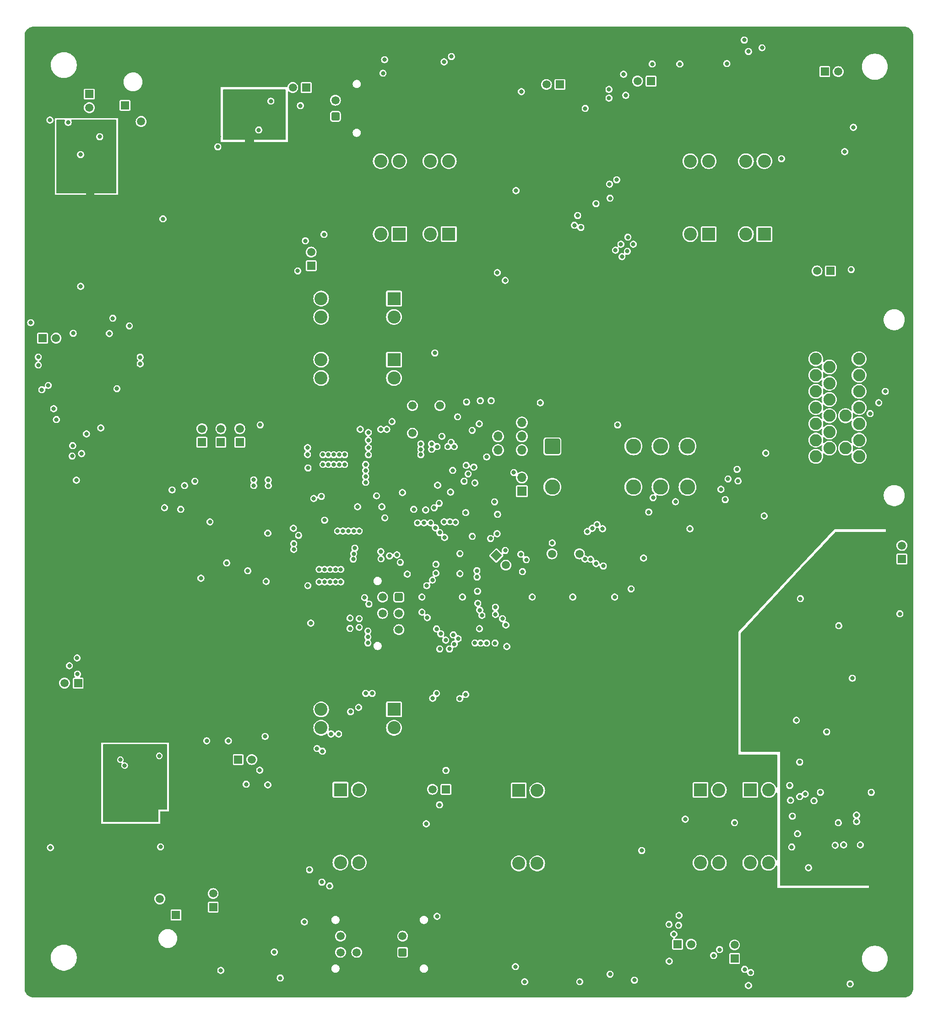
<source format=gbr>
%TF.GenerationSoftware,KiCad,Pcbnew,8.0.5*%
%TF.CreationDate,2025-01-18T17:38:29+01:00*%
%TF.ProjectId,FT25_PDU,46543235-5f50-4445-952e-6b696361645f,V1.2*%
%TF.SameCoordinates,Original*%
%TF.FileFunction,Copper,L2,Inr*%
%TF.FilePolarity,Positive*%
%FSLAX46Y46*%
G04 Gerber Fmt 4.6, Leading zero omitted, Abs format (unit mm)*
G04 Created by KiCad (PCBNEW 8.0.5) date 2025-01-18 17:38:29*
%MOMM*%
%LPD*%
G01*
G04 APERTURE LIST*
G04 Aperture macros list*
%AMRoundRect*
0 Rectangle with rounded corners*
0 $1 Rounding radius*
0 $2 $3 $4 $5 $6 $7 $8 $9 X,Y pos of 4 corners*
0 Add a 4 corners polygon primitive as box body*
4,1,4,$2,$3,$4,$5,$6,$7,$8,$9,$2,$3,0*
0 Add four circle primitives for the rounded corners*
1,1,$1+$1,$2,$3*
1,1,$1+$1,$4,$5*
1,1,$1+$1,$6,$7*
1,1,$1+$1,$8,$9*
0 Add four rect primitives between the rounded corners*
20,1,$1+$1,$2,$3,$4,$5,0*
20,1,$1+$1,$4,$5,$6,$7,0*
20,1,$1+$1,$6,$7,$8,$9,0*
20,1,$1+$1,$8,$9,$2,$3,0*%
%AMRotRect*
0 Rectangle, with rotation*
0 The origin of the aperture is its center*
0 $1 length*
0 $2 width*
0 $3 Rotation angle, in degrees counterclockwise*
0 Add horizontal line*
21,1,$1,$2,0,0,$3*%
G04 Aperture macros list end*
%TA.AperFunction,ComponentPad*%
%ADD10R,1.500000X1.500000*%
%TD*%
%TA.AperFunction,ComponentPad*%
%ADD11C,1.500000*%
%TD*%
%TA.AperFunction,ComponentPad*%
%ADD12C,5.600000*%
%TD*%
%TA.AperFunction,ComponentPad*%
%ADD13RoundRect,0.250001X0.499999X-0.499999X0.499999X0.499999X-0.499999X0.499999X-0.499999X-0.499999X0*%
%TD*%
%TA.AperFunction,ComponentPad*%
%ADD14R,2.400000X2.400000*%
%TD*%
%TA.AperFunction,ComponentPad*%
%ADD15C,2.400000*%
%TD*%
%TA.AperFunction,ComponentPad*%
%ADD16R,1.520000X1.520000*%
%TD*%
%TA.AperFunction,ComponentPad*%
%ADD17C,1.520000*%
%TD*%
%TA.AperFunction,ComponentPad*%
%ADD18C,2.250000*%
%TD*%
%TA.AperFunction,ComponentPad*%
%ADD19RotRect,1.500000X1.500000X315.000000*%
%TD*%
%TA.AperFunction,ComponentPad*%
%ADD20R,1.700000X1.700000*%
%TD*%
%TA.AperFunction,ComponentPad*%
%ADD21O,1.700000X1.700000*%
%TD*%
%TA.AperFunction,ComponentPad*%
%ADD22C,2.800000*%
%TD*%
%TA.AperFunction,ComponentPad*%
%ADD23RoundRect,0.250000X-1.150000X-1.150000X1.150000X-1.150000X1.150000X1.150000X-1.150000X1.150000X0*%
%TD*%
%TA.AperFunction,ComponentPad*%
%ADD24RoundRect,0.250001X-0.499999X0.499999X-0.499999X-0.499999X0.499999X-0.499999X0.499999X0.499999X0*%
%TD*%
%TA.AperFunction,ViaPad*%
%ADD25C,0.800000*%
%TD*%
G04 APERTURE END LIST*
D10*
%TO.N,/MCU/IN1*%
%TO.C,TP2*%
X165320000Y-98460000D03*
D11*
X165320000Y-95960000D03*
%TD*%
D10*
%TO.N,/MCU/IN9*%
%TO.C,TP8*%
X122206643Y-175605057D03*
D11*
X119706643Y-175605057D03*
%TD*%
D10*
%TO.N,/connectors/P_Out5*%
%TO.C,TP13*%
X147190001Y-216990000D03*
D11*
X147190001Y-214490000D03*
%TD*%
D10*
%TO.N,/connectors/P_Out9*%
%TO.C,TP14*%
X261380000Y-99440000D03*
D11*
X258880000Y-99440000D03*
%TD*%
D12*
%TO.N,GND*%
%TO.C,REF\u002A\u002A*%
X116410000Y-144080000D03*
%TD*%
%TO.N,GND*%
%TO.C,REF\u002A\u002A*%
X116410000Y-190080000D03*
%TD*%
D13*
%TO.N,/connectors/P_Out2*%
%TO.C,J5*%
X169805000Y-70895000D03*
D11*
%TO.N,/connectors/P_Out1*%
X169805000Y-67895000D03*
%TO.N,GND*%
X172805000Y-70895000D03*
X172805000Y-67895000D03*
%TD*%
D10*
%TO.N,/MCU/IN6*%
%TO.C,TP12*%
X211339141Y-64992342D03*
D11*
X208839141Y-64992342D03*
%TD*%
%TO.N,EBS supply*%
%TO.C,K2*%
X189130000Y-124340000D03*
%TO.N,/EBSR/EBS power*%
X184050000Y-124340000D03*
%TO.N,GND*%
X191670000Y-129420000D03*
%TO.N,TSMS SDC*%
X184050000Y-129420000D03*
%TD*%
D10*
%TO.N,/MCU/IN12*%
%TO.C,TP17*%
X152120000Y-131100000D03*
D11*
X152120000Y-128600000D03*
%TD*%
D14*
%TO.N,/EBSR/EBS power*%
%TO.C,H15*%
X180629999Y-115825000D03*
D15*
X180629999Y-119225000D03*
%TO.N,Net-(D45-A2)*%
X167159999Y-115825000D03*
X167159999Y-119225000D03*
%TD*%
D10*
%TO.N,/MCU/IN7*%
%TO.C,TP4*%
X260299999Y-62600000D03*
D11*
X262799999Y-62600000D03*
%TD*%
D16*
%TO.N,/connectors/P_Out3*%
%TO.C,J9*%
X130879500Y-68825800D03*
D17*
%TO.N,GND*%
X133879500Y-68825800D03*
X130879500Y-71825800D03*
%TO.N,/connectors/P_Out4*%
X133879500Y-71825800D03*
%TD*%
D14*
%TO.N,+24V*%
%TO.C,H5*%
X246515000Y-195350000D03*
D15*
X249915000Y-195350000D03*
%TO.N,Net-(D11-A2)*%
X246515000Y-208820000D03*
X249915000Y-208820000D03*
%TD*%
D14*
%TO.N,+24V*%
%TO.C,H12*%
X180630000Y-180464998D03*
D15*
X180630000Y-183864998D03*
%TO.N,Net-(D39-A2)*%
X167160000Y-180464998D03*
X167160000Y-183864998D03*
%TD*%
D16*
%TO.N,/connectors/P_Out10*%
%TO.C,J11*%
X140324000Y-218474200D03*
D17*
%TO.N,GND*%
X137324000Y-218474200D03*
X140324000Y-215474200D03*
%TO.N,/connectors/P_Out5*%
X137324000Y-215474200D03*
%TD*%
D12*
%TO.N,GND*%
%TO.C,REF\u002A\u002A*%
X159210000Y-144080000D03*
%TD*%
D10*
%TO.N,/MCU/IN8*%
%TO.C,TP5*%
X190250000Y-195230000D03*
D11*
X187750000Y-195230000D03*
%TD*%
D18*
%TO.N,+24V*%
%TO.C,J10*%
X258650000Y-133700000D03*
%TO.N,/connectors/P_Out11*%
X258650000Y-130700000D03*
%TO.N,24V ASMS*%
X258650000Y-127700000D03*
%TO.N,EBS supply*%
X258650000Y-124700000D03*
%TO.N,AS actuator supply*%
X258650000Y-121700000D03*
%TO.N,TSMS SDC*%
X258650000Y-118700000D03*
%TO.N,+24V*%
X258650000Y-115700000D03*
%TO.N,stdCAN_L*%
X261150000Y-132200000D03*
%TO.N,FDCAN_H*%
X261150000Y-129200000D03*
%TO.N,FDCAN_L*%
X261150000Y-126200000D03*
%TO.N,stdCAN_H*%
X261150000Y-123200000D03*
%TO.N,unconnected-(J10-Pin_12-Pad12)*%
X261150000Y-120200000D03*
%TO.N,/connectors/P_Out8*%
X261150000Y-117200000D03*
%TO.N,/connectors/P_Out10*%
X264150000Y-132200000D03*
%TO.N,GND*%
X264150000Y-129200000D03*
%TO.N,/RBR/SDC bypass*%
X264150000Y-126200000D03*
%TO.N,GND*%
X264150000Y-123200000D03*
X264150000Y-120200000D03*
X264150000Y-117200000D03*
%TO.N,/connectors/P_Out7*%
X266650000Y-133700000D03*
%TO.N,+24V*%
X266650000Y-130700000D03*
%TO.N,/connectors/P_Out6*%
X266650000Y-127700000D03*
%TO.N,/RBR/SDC bypass*%
X266650000Y-124700000D03*
%TO.N,/RBR/RES*%
X266650000Y-121700000D03*
%TO.N,/connectors/P_Out9*%
X266650000Y-118700000D03*
%TO.N,+24V*%
X266650000Y-115700000D03*
%TD*%
D14*
%TO.N,+24V*%
%TO.C,H14*%
X190775001Y-92620000D03*
D15*
X187375001Y-92620000D03*
%TO.N,Net-(D59-A2)*%
X190775001Y-79150000D03*
X187375001Y-79150000D03*
%TD*%
D19*
%TO.N,+3V3*%
%TO.C,TP11*%
X199560553Y-152033274D03*
D11*
X201328320Y-153801041D03*
%TD*%
D14*
%TO.N,+24V*%
%TO.C,H7*%
X238835000Y-92630000D03*
D15*
X235435000Y-92630000D03*
%TO.N,Net-(D19-A2)*%
X238835000Y-79160000D03*
X235435000Y-79160000D03*
%TD*%
D20*
%TO.N,GND*%
%TO.C,J2*%
X199865000Y-127465000D03*
D21*
%TO.N,/MCU/UART_RX*%
X199865000Y-130005000D03*
%TO.N,/MCU/UART_TX*%
X199865000Y-132545000D03*
%TD*%
D12*
%TO.N,GND*%
%TO.C,REF\u002A\u002A*%
X116410000Y-98080000D03*
%TD*%
D10*
%TO.N,/MCU/IN3*%
%TO.C,TP6*%
X151830000Y-189730000D03*
D11*
X154330000Y-189730000D03*
%TD*%
D14*
%TO.N,+24V*%
%TO.C,H6*%
X181585000Y-92620000D03*
D15*
X178185000Y-92620000D03*
%TO.N,Net-(D15-A2)*%
X181585000Y-79150000D03*
X178185000Y-79150000D03*
%TD*%
D11*
%TO.N,Net-(D56-K)*%
%TO.C,U11*%
X214940000Y-151720000D03*
%TO.N,GND*%
X212400000Y-151720000D03*
%TO.N,+3V3*%
X209860000Y-151720000D03*
%TD*%
D10*
%TO.N,/MCU/IN2*%
%TO.C,TP7*%
X115640000Y-111860000D03*
D11*
X118140000Y-111860000D03*
%TD*%
D13*
%TO.N,/connectors/P_Out10*%
%TO.C,J3*%
X182234201Y-225361500D03*
D11*
X182234201Y-222361500D03*
%TO.N,GND*%
X185234201Y-225361500D03*
X185234201Y-222361500D03*
%TD*%
D10*
%TO.N,/connectors/P_Out3*%
%TO.C,TP19*%
X124290000Y-66770000D03*
D11*
X124290000Y-69270000D03*
%TD*%
D22*
%TO.N,24V ASMS*%
%TO.C,K1*%
X229929411Y-131855000D03*
%TO.N,unconnected-(K1-Pad12)*%
X224929411Y-131855000D03*
%TO.N,AS actuator supply*%
X234929411Y-131855000D03*
%TO.N,/RBR/RES*%
X229929411Y-139355000D03*
%TO.N,/RBR/SDC bypass*%
X224929411Y-139355000D03*
%TO.N,unconnected-(K1-Pad24)*%
X234929411Y-139355000D03*
D23*
%TO.N,Net-(K1-PadA1)*%
X209929411Y-131855000D03*
D22*
%TO.N,24V ASMS*%
X209929411Y-139355000D03*
%TD*%
D14*
%TO.N,+24V*%
%TO.C,H11*%
X180630000Y-104545000D03*
D15*
X180630000Y-107945000D03*
%TO.N,Net-(D35-A2)*%
X167160000Y-104545000D03*
X167160000Y-107945000D03*
%TD*%
D10*
%TO.N,/MCU/IN10*%
%TO.C,TP3*%
X228180001Y-64350000D03*
D11*
X225680001Y-64350000D03*
%TD*%
D12*
%TO.N,GND*%
%TO.C,REF\u002A\u002A*%
X159210000Y-98080000D03*
%TD*%
D14*
%TO.N,AS actuator supply*%
%TO.C,H13*%
X237325000Y-195350000D03*
D15*
X240725000Y-195350000D03*
%TO.N,Net-(D51-A2)*%
X237325000Y-208820000D03*
X240725000Y-208820000D03*
%TD*%
D10*
%TO.N,/MCU/IN5*%
%TO.C,TP10*%
X233090000Y-223860000D03*
D11*
X235590000Y-223860000D03*
%TD*%
D10*
%TO.N,/MCU/IN13*%
%TO.C,TP16*%
X145120000Y-131100000D03*
D11*
X145120000Y-128600000D03*
%TD*%
D24*
%TO.N,stdCAN_L*%
%TO.C,J7*%
X181535000Y-159725000D03*
D11*
%TO.N,FDCAN_L*%
X181535000Y-162725000D03*
%TO.N,/connectors/P_Out11*%
X181535000Y-165725000D03*
%TO.N,stdCAN_H*%
X178535000Y-159725000D03*
%TO.N,FDCAN_H*%
X178535000Y-162725000D03*
%TO.N,GND*%
X178535000Y-165725000D03*
%TD*%
D12*
%TO.N,GND*%
%TO.C,REF\u002A\u002A*%
X159210000Y-190080000D03*
%TD*%
D10*
%TO.N,/MCU/IN11*%
%TO.C,TP15*%
X148620000Y-131100000D03*
D11*
X148620000Y-128600000D03*
%TD*%
D10*
%TO.N,/connectors/P_Out6*%
%TO.C,TP9*%
X274570000Y-152680000D03*
D11*
X274570000Y-150180000D03*
%TD*%
D14*
%TO.N,+24V*%
%TO.C,H9*%
X203725000Y-195450000D03*
D15*
X207125000Y-195450000D03*
%TO.N,Net-(D27-A2)*%
X203725000Y-208920000D03*
X207125000Y-208920000D03*
%TD*%
D14*
%TO.N,+24V*%
%TO.C,H10*%
X170725000Y-195300000D03*
D15*
X174125000Y-195300000D03*
%TO.N,Net-(D31-A2)*%
X170725000Y-208770000D03*
X174125000Y-208770000D03*
%TD*%
D24*
%TO.N,GND*%
%TO.C,J1*%
X173750000Y-222364200D03*
D11*
%TO.N,/connectors/P_Out13*%
X173750000Y-225364200D03*
%TO.N,/connectors/P_Out14*%
X170750000Y-222364200D03*
%TO.N,/connectors/P_Out12*%
X170750000Y-225364200D03*
%TD*%
D20*
%TO.N,+3V3*%
%TO.C,J4*%
X204285000Y-140165000D03*
D21*
%TO.N,/MCU/SWCLK*%
X204285000Y-137625000D03*
%TO.N,GND*%
X204285000Y-135085000D03*
%TO.N,/MCU/SWDIO*%
X204285000Y-132545000D03*
%TO.N,/MCU/NRST*%
X204285000Y-130005000D03*
%TO.N,/MCU/SWO*%
X204285000Y-127465000D03*
%TD*%
D10*
%TO.N,/MCU/IN4*%
%TO.C,TP1*%
X243620000Y-226500000D03*
D11*
X243620000Y-224000000D03*
%TD*%
D10*
%TO.N,/connectors/P_Out1*%
%TO.C,TP18*%
X164420000Y-65550000D03*
D11*
X161920000Y-65550000D03*
%TD*%
D14*
%TO.N,+24V*%
%TO.C,H8*%
X249125000Y-92630000D03*
D15*
X245725000Y-92630000D03*
%TO.N,Net-(D23-A2)*%
X249125000Y-79160000D03*
X245725000Y-79160000D03*
%TD*%
D25*
%TO.N,Net-(U2-PA0)*%
X213700000Y-159700000D03*
X206200000Y-159700000D03*
%TO.N,GND*%
X133525000Y-55488747D03*
X250400000Y-233200000D03*
X185725000Y-55488747D03*
X156200000Y-56750000D03*
X250275000Y-54811252D03*
X255900000Y-165600000D03*
X126300000Y-57200000D03*
X227925000Y-232511252D03*
X220675000Y-232511252D03*
X113500000Y-213900000D03*
X157550000Y-56750000D03*
X178600000Y-207500000D03*
X113500000Y-126899999D03*
X244500000Y-212400000D03*
X271800000Y-169400000D03*
X162700000Y-56750000D03*
X112811253Y-126175000D03*
X202070000Y-141100000D03*
X265900000Y-82700000D03*
X188725000Y-137630000D03*
X271800000Y-168100000D03*
X142000000Y-189000000D03*
X217775000Y-232511252D03*
X112811252Y-163875000D03*
X148900000Y-233200000D03*
X130070000Y-106520000D03*
X143675000Y-55488747D03*
X153250000Y-233200000D03*
X150350000Y-233200000D03*
X232150001Y-60800000D03*
X113500000Y-228500000D03*
X258975000Y-54811252D03*
X112811252Y-118925000D03*
X112811253Y-133425000D03*
X133298000Y-139970000D03*
X180400000Y-134300000D03*
X168200000Y-74600000D03*
X206900000Y-233200000D03*
X229300000Y-153800000D03*
X148200000Y-74600000D03*
X242275000Y-55488748D03*
X135100000Y-232500000D03*
X272975000Y-232511252D03*
X114700000Y-63800000D03*
X126175000Y-55488748D03*
X113500000Y-171850000D03*
X213425000Y-232511252D03*
X112811252Y-166775000D03*
X112811253Y-134875000D03*
X235175000Y-232511252D03*
X203849999Y-54800000D03*
X275100000Y-165500000D03*
X198670000Y-83370000D03*
X198981636Y-58948364D03*
X262100000Y-233200000D03*
X113500000Y-182000000D03*
X270150000Y-90373218D03*
X120300000Y-100000000D03*
X268450000Y-83226782D03*
X235100000Y-128600000D03*
X184185866Y-155015354D03*
X158600000Y-221350000D03*
X119800000Y-109400000D03*
X114700000Y-94300000D03*
X151800000Y-233200000D03*
X227200000Y-233200000D03*
X243725000Y-55488748D03*
X152590000Y-83790000D03*
X113400000Y-59800000D03*
X233575000Y-55488748D03*
X218798012Y-88898004D03*
X154200000Y-74100000D03*
X224150000Y-54800000D03*
X145275000Y-232511252D03*
X150925000Y-55488747D03*
X207475000Y-55488748D03*
X162600000Y-226400000D03*
X267900000Y-233200000D03*
X259100000Y-233200000D03*
X116750000Y-54800000D03*
X133650000Y-232500000D03*
X137875000Y-55488748D03*
X186449999Y-54800000D03*
X182975000Y-232511252D03*
X251725000Y-54811252D03*
X252800000Y-166800000D03*
X266450000Y-233200000D03*
X246650000Y-55500000D03*
X253300000Y-233200000D03*
X215450000Y-54800000D03*
X113500000Y-203750001D03*
X269299999Y-90900000D03*
X140700000Y-78500000D03*
X176300000Y-54800000D03*
X157600000Y-233200000D03*
X114800000Y-232500000D03*
X112811252Y-127625000D03*
X159350000Y-220500000D03*
X233000000Y-233200000D03*
X171225000Y-55488748D03*
X193125000Y-232511252D03*
X113500000Y-135599999D03*
X179200000Y-54800000D03*
X219225000Y-232511252D03*
X243000000Y-54800000D03*
X222850000Y-233200000D03*
X121020000Y-187060000D03*
X251500000Y-169400000D03*
X180075000Y-232511252D03*
X231400000Y-54800000D03*
X174850000Y-54800000D03*
X217427008Y-226775000D03*
X251850000Y-233200000D03*
X248100000Y-55500000D03*
X113500000Y-141400000D03*
X223575000Y-232511252D03*
X128580000Y-194790000D03*
X154550000Y-54800000D03*
X270075000Y-232511252D03*
X113500000Y-161700000D03*
X244480000Y-218640000D03*
X125020000Y-190060000D03*
X142350000Y-232500000D03*
X198775000Y-55488748D03*
X132075000Y-55488748D03*
X255350000Y-55500000D03*
X266225000Y-54811251D03*
X166300000Y-233200000D03*
X181525000Y-232511252D03*
X124500000Y-81800000D03*
X271850000Y-83226782D03*
X112811252Y-165325000D03*
X219075000Y-55488748D03*
X151402000Y-229980000D03*
X252800000Y-173300000D03*
X163400000Y-233200000D03*
X178625000Y-232511252D03*
X184275000Y-55488748D03*
X112811252Y-149375000D03*
X183500000Y-206170000D03*
X147450000Y-233200000D03*
X112811252Y-207375000D03*
X112811252Y-198675000D03*
X113500000Y-166050000D03*
X112811252Y-147925000D03*
X183550000Y-54800000D03*
X113400000Y-62500000D03*
X166150000Y-54800000D03*
X126300000Y-62500000D03*
X137690000Y-114580000D03*
X147300000Y-54800000D03*
X144400000Y-54800000D03*
X125020000Y-193060000D03*
X113500000Y-152999999D03*
X230825000Y-232511252D03*
X238075000Y-232511252D03*
X265725000Y-232511252D03*
X206025000Y-55488748D03*
X272700000Y-82700000D03*
X148175000Y-232511252D03*
X188499994Y-133200000D03*
X186625001Y-68655025D03*
X226475000Y-232511252D03*
X218500000Y-233200000D03*
X197500000Y-136800000D03*
X267600000Y-90900000D03*
X216900000Y-54800000D03*
X113500000Y-124000000D03*
X128350001Y-54800000D03*
X188625000Y-55488748D03*
X113500000Y-231400000D03*
X202400000Y-54800000D03*
X113500000Y-128350000D03*
X200225000Y-55488748D03*
X238800000Y-233200000D03*
X149475000Y-55488748D03*
X273550000Y-90373218D03*
X193500000Y-69900000D03*
X245925000Y-54811252D03*
X183520000Y-201650000D03*
X112811252Y-146475000D03*
X143075000Y-233188748D03*
X113500000Y-211000000D03*
X155425000Y-232511252D03*
X120300000Y-98700000D03*
X271800000Y-170700000D03*
X113500000Y-173300000D03*
X125000000Y-58500000D03*
X275100000Y-169400000D03*
X116975000Y-233188748D03*
X120300000Y-97300000D03*
X251500000Y-164200000D03*
X113500000Y-147200000D03*
X134400001Y-101079999D03*
X113500000Y-131250000D03*
X272699999Y-90900000D03*
X119820000Y-82610000D03*
X242400001Y-56600000D03*
X112811253Y-185625000D03*
X195149999Y-54800000D03*
X113300000Y-93100000D03*
X174125000Y-55488748D03*
X275100000Y-170700000D03*
X121325000Y-233188748D03*
X112811252Y-184175000D03*
X227775000Y-55488748D03*
X118425000Y-233188748D03*
X131475000Y-233188748D03*
X158900000Y-54800000D03*
X172675000Y-55488748D03*
X113500000Y-197950000D03*
X112811253Y-168225000D03*
X217160000Y-75500000D03*
X189500000Y-233200000D03*
X139450000Y-232500000D03*
X146000000Y-233200000D03*
X274400000Y-85600000D03*
X142000000Y-81650000D03*
X185150000Y-233200000D03*
X195300000Y-233200000D03*
X274926782Y-89850000D03*
X194000000Y-130100000D03*
X241550000Y-54800000D03*
X113500000Y-215350000D03*
X182250000Y-233200000D03*
X208200000Y-54800000D03*
X112811252Y-216075000D03*
X114700000Y-93100000D03*
X196600000Y-54800000D03*
X211250000Y-233200000D03*
X112811253Y-194325000D03*
X172825000Y-232511252D03*
X121020000Y-190060000D03*
X259925000Y-232511252D03*
X246775000Y-232511252D03*
X247879491Y-230425000D03*
X118200000Y-54800000D03*
X275100000Y-166800000D03*
X215600000Y-233200000D03*
X156030000Y-150040000D03*
X164650000Y-59200000D03*
X229640000Y-68380000D03*
X176810000Y-137470000D03*
X123900000Y-134000000D03*
X212700000Y-233200000D03*
X180473008Y-59923008D03*
X117000000Y-85900000D03*
X163950000Y-56750000D03*
X267175000Y-232511252D03*
X114575000Y-55488748D03*
X113500000Y-208100000D03*
X211100001Y-54800000D03*
X113500000Y-134150001D03*
X113400000Y-58500000D03*
X118925000Y-55488747D03*
X125000000Y-62500000D03*
X185171992Y-155668008D03*
X151650001Y-54800000D03*
X167870000Y-80280000D03*
X113500000Y-225600000D03*
X113500000Y-200850000D03*
X116170000Y-127460000D03*
X112811252Y-221975000D03*
X242250000Y-219380000D03*
X155275000Y-55488748D03*
X167600000Y-54800000D03*
X142000000Y-192000000D03*
X177025000Y-55488747D03*
X113500000Y-216900000D03*
X113500000Y-132700000D03*
X252800000Y-164200000D03*
X151800000Y-140000000D03*
X190225000Y-232511252D03*
X130400000Y-81200000D03*
X115410000Y-195800000D03*
X235900000Y-233200000D03*
X203275000Y-232511252D03*
X274400000Y-83899999D03*
X217050000Y-233200000D03*
X121600000Y-96000000D03*
X160500000Y-233200000D03*
X201100000Y-233200000D03*
X234450000Y-233200000D03*
X264050000Y-55500000D03*
X208925000Y-55488748D03*
X112811252Y-197225000D03*
X271800000Y-172000000D03*
X126300000Y-58500000D03*
X255900000Y-172100000D03*
X239700000Y-62900000D03*
X248182028Y-232506767D03*
X234852089Y-199006073D03*
X115300000Y-54800000D03*
X252200000Y-163399996D03*
X142000000Y-195000000D03*
X219930909Y-57790001D03*
X193700000Y-54800000D03*
X251000000Y-55500000D03*
X113500000Y-196500000D03*
X112811253Y-142125000D03*
X229949999Y-54800000D03*
X135680000Y-130070000D03*
X164700000Y-54800000D03*
X160349999Y-54800000D03*
X241590000Y-216010000D03*
X270800000Y-233200000D03*
X112811252Y-130525000D03*
X265000000Y-233200000D03*
X255475000Y-232511252D03*
X130025000Y-233188748D03*
X112811252Y-230675000D03*
X251500000Y-172000000D03*
X123500000Y-232500000D03*
X149625000Y-232511252D03*
X161075000Y-55488747D03*
X161800000Y-54800000D03*
X173550000Y-233200000D03*
X150200000Y-54800000D03*
X230100000Y-233200000D03*
X196900000Y-147200000D03*
X209075000Y-232511252D03*
X177900000Y-233200000D03*
X255900000Y-164300000D03*
X152375000Y-55488747D03*
X112811253Y-217625000D03*
X271300000Y-55500000D03*
X214000000Y-54800000D03*
X129075000Y-55488747D03*
X193850000Y-233200000D03*
X268400000Y-55500000D03*
X271525000Y-232511252D03*
X140700000Y-71500000D03*
X191600000Y-115500000D03*
X113500000Y-155900000D03*
X159050000Y-233200000D03*
X255900000Y-166900000D03*
X112811252Y-153725000D03*
X163250000Y-54800000D03*
X235750000Y-54800000D03*
X112811252Y-171125000D03*
X260315000Y-200890000D03*
X121600000Y-98700000D03*
X192400000Y-233200000D03*
X125000000Y-63800000D03*
X126900000Y-54800000D03*
X130010000Y-177380000D03*
X251500000Y-173300000D03*
X240800000Y-227800000D03*
X232238147Y-227775000D03*
X117410000Y-194800000D03*
X266750000Y-90373218D03*
X214150000Y-233200000D03*
X255900000Y-168200000D03*
X121100000Y-54800000D03*
X190800000Y-54800000D03*
X147700000Y-132700000D03*
X153100000Y-54800000D03*
X158900000Y-56750000D03*
X130209425Y-128709479D03*
X198050000Y-54800000D03*
X147520000Y-159075000D03*
X165575000Y-232511252D03*
X126500000Y-130900000D03*
X123020000Y-187060000D03*
X270800000Y-175700000D03*
X113500000Y-119650000D03*
X257800000Y-208700000D03*
X217625000Y-55488748D03*
X166875000Y-55488748D03*
X186600000Y-233200000D03*
X112811252Y-123275000D03*
X205450000Y-233200000D03*
X154200000Y-72700000D03*
X270575000Y-54811252D03*
X127850000Y-232500000D03*
X114700000Y-62500000D03*
X171950000Y-54800000D03*
X113500000Y-179100000D03*
X244600000Y-233200000D03*
X124725000Y-55488748D03*
X156150000Y-233200000D03*
X112811252Y-174025000D03*
X251125000Y-232511252D03*
X113500000Y-137050000D03*
X204430000Y-149675000D03*
X140000000Y-189000000D03*
X248825000Y-54811251D03*
X206175000Y-232511252D03*
X162675000Y-232511252D03*
X113500000Y-150100000D03*
X202550000Y-233200000D03*
X273475000Y-54811251D03*
X113500000Y-206600000D03*
X117410000Y-195800000D03*
X112811253Y-160975000D03*
X274400000Y-90900000D03*
X251500000Y-166800000D03*
X271800000Y-174600000D03*
X201379994Y-139000000D03*
X125840000Y-111940000D03*
X168750000Y-90690000D03*
X112811252Y-113125000D03*
X175725000Y-232511252D03*
X142000000Y-78750000D03*
X182700000Y-64300000D03*
X164010000Y-195260000D03*
X207625000Y-232511252D03*
X113500000Y-209550000D03*
X123475000Y-141300000D03*
X175575000Y-55488748D03*
X200950000Y-54800000D03*
X192025000Y-133155564D03*
X171375000Y-232511252D03*
X153255000Y-143865000D03*
X254750000Y-233200000D03*
X194575000Y-232511252D03*
X113500000Y-199400000D03*
X130750000Y-232500000D03*
X260425000Y-54811252D03*
X227050000Y-54800000D03*
X274500000Y-176600000D03*
X113500000Y-157350000D03*
X156000000Y-54800000D03*
X267082501Y-69210000D03*
X177175000Y-232511252D03*
X125450000Y-54800000D03*
X249550000Y-55500000D03*
X131350000Y-54800000D03*
X113500000Y-139950000D03*
X121600000Y-100000000D03*
X124500000Y-83300000D03*
X208350000Y-233200000D03*
X158325000Y-232511252D03*
X154425000Y-143860000D03*
X138725000Y-233188748D03*
X157450000Y-54800000D03*
X112811253Y-159525000D03*
X161225000Y-232511252D03*
X140000000Y-192000000D03*
X113500000Y-170400000D03*
X266950000Y-55500000D03*
X244490000Y-216660000D03*
X228650000Y-233200000D03*
X263550000Y-233200000D03*
X221975000Y-55488747D03*
X113500000Y-110950000D03*
X184425000Y-232511252D03*
X257650000Y-233200000D03*
X127125000Y-233188748D03*
X273800000Y-175699998D03*
X256200000Y-233200000D03*
X274400000Y-89000000D03*
X267600000Y-82700000D03*
X145850000Y-54800000D03*
X112811252Y-111675000D03*
X125096643Y-176305057D03*
X236475000Y-55488748D03*
X113500000Y-115300000D03*
X169049999Y-54800000D03*
X244450000Y-54800000D03*
X113500000Y-112400000D03*
X170650000Y-233200000D03*
X229225000Y-55488747D03*
X200375000Y-232511252D03*
X143050000Y-81000000D03*
X251500000Y-170700000D03*
X255900000Y-169500000D03*
X209800000Y-233200000D03*
X175000000Y-233200000D03*
X131540000Y-163930000D03*
X184700000Y-137700000D03*
X274425000Y-232511252D03*
X275100000Y-173300000D03*
X268450000Y-90373218D03*
X233725000Y-232511252D03*
X126410000Y-108900000D03*
X169200000Y-233200000D03*
X235025000Y-55488748D03*
X153825000Y-55488748D03*
X131540000Y-160600000D03*
X115410000Y-196800000D03*
X275100000Y-172000000D03*
X225750000Y-233200000D03*
X247375000Y-54811251D03*
X246050000Y-233200000D03*
X112811252Y-172575000D03*
X132200000Y-232500000D03*
X177749999Y-54800000D03*
X211825000Y-55488747D03*
X148750000Y-54800000D03*
X148960000Y-193750000D03*
X113500000Y-164600000D03*
X262825000Y-232511252D03*
X221249999Y-54800000D03*
X135350000Y-194860000D03*
X141500000Y-54800000D03*
X252800000Y-172000000D03*
X214590000Y-126320000D03*
X218350000Y-54800000D03*
X129900000Y-54800000D03*
X146800000Y-197100000D03*
X113500000Y-174750000D03*
X275100000Y-164200000D03*
X195170000Y-196200000D03*
X243150000Y-233200000D03*
X256075000Y-54811251D03*
X252800000Y-169400000D03*
X112811252Y-129075000D03*
X112811252Y-139225000D03*
X121020000Y-193060000D03*
X252050000Y-86400000D03*
X137150000Y-54800000D03*
X224875000Y-55488748D03*
X231550000Y-233200000D03*
X263325000Y-54811252D03*
X126300000Y-61100000D03*
X239525000Y-232511252D03*
X112811252Y-114575000D03*
X271800000Y-173300000D03*
X212000000Y-168600000D03*
X275100000Y-174600000D03*
X141625000Y-233188748D03*
X268625000Y-232511252D03*
X254625000Y-54811252D03*
X112811253Y-195775000D03*
X122775000Y-233188748D03*
X116250000Y-232500000D03*
X210525000Y-232511252D03*
X140050000Y-54800000D03*
X160220000Y-219510000D03*
X271800000Y-164200000D03*
X198200000Y-233200000D03*
X270150000Y-83226782D03*
X187175000Y-55488747D03*
X122550000Y-54800000D03*
X113500000Y-177650001D03*
X252450000Y-55500000D03*
X179087574Y-149787575D03*
X165425000Y-55488748D03*
X231775000Y-217920000D03*
X225025000Y-232511252D03*
X206909008Y-230687008D03*
X113500000Y-151550001D03*
X212900000Y-155475000D03*
X112811252Y-214625000D03*
X112811252Y-131975000D03*
X180650000Y-54800000D03*
X192975000Y-55488748D03*
X113500000Y-218350001D03*
X191675000Y-232511252D03*
X135825000Y-233188748D03*
X243875000Y-232511252D03*
X265899999Y-90900000D03*
X215500000Y-128000000D03*
X191525000Y-55488748D03*
X140700000Y-77300000D03*
X199650000Y-233200000D03*
X145125000Y-55488748D03*
X112811252Y-162425000D03*
X242230000Y-221970000D03*
X140700000Y-83700000D03*
X269300000Y-82700000D03*
X113500000Y-154450000D03*
X219800001Y-54800000D03*
X120375000Y-55488747D03*
X224300000Y-233200000D03*
X182825000Y-55488748D03*
X129300000Y-232500000D03*
X139501352Y-55284852D03*
X112811252Y-116025001D03*
X116150000Y-136040000D03*
X140700000Y-74400000D03*
X112811253Y-226325000D03*
X261150000Y-55500000D03*
X162525000Y-55488748D03*
X254600000Y-198200000D03*
X255900000Y-174700000D03*
X116410000Y-194800000D03*
X275100000Y-168100000D03*
X247207740Y-59194900D03*
X112811253Y-124725000D03*
X112811252Y-201575000D03*
X245175000Y-55488748D03*
X112811252Y-181275000D03*
X112811252Y-120375000D03*
X168475000Y-232511252D03*
X151075000Y-232511252D03*
X169775000Y-55488747D03*
X112811252Y-137775000D03*
X112811252Y-229225000D03*
X206750000Y-54800000D03*
X112811253Y-117475000D03*
X167600000Y-124500000D03*
X257525000Y-54811251D03*
X123020000Y-190060000D03*
X113500000Y-148650000D03*
X112811252Y-224875000D03*
X112811253Y-169675000D03*
X113500000Y-176200000D03*
X271800000Y-165500000D03*
X192250000Y-54800000D03*
X130625000Y-55488748D03*
X251500000Y-165500000D03*
X194400004Y-57000000D03*
X113500000Y-158800000D03*
X258900000Y-208700000D03*
X240825000Y-55488748D03*
X112811253Y-211725000D03*
X194425000Y-55488747D03*
X210375000Y-55488748D03*
X117410000Y-196800000D03*
X212549999Y-54800000D03*
X261875000Y-54811252D03*
X252800000Y-168100000D03*
X232275000Y-232511252D03*
X172100000Y-233200000D03*
X263300000Y-216500000D03*
X112811252Y-192875000D03*
X177810000Y-136460000D03*
X238649999Y-54800000D03*
X229375000Y-232511252D03*
X214725000Y-55488748D03*
X197325000Y-55488748D03*
X224200000Y-127600000D03*
X121600000Y-97300000D03*
X183700000Y-233200000D03*
X237200001Y-54800000D03*
X229300000Y-150500000D03*
X272250000Y-233200000D03*
X255900000Y-170800000D03*
X112811253Y-213175000D03*
X271800000Y-166800000D03*
X113500000Y-183450000D03*
X228500001Y-54800000D03*
X113500000Y-168950001D03*
X113500000Y-167500000D03*
X138000000Y-232500000D03*
X148400000Y-99900000D03*
X222125000Y-232511252D03*
X240975000Y-232511252D03*
X249000000Y-75400000D03*
X112811252Y-179825000D03*
X158175000Y-55488748D03*
X140700000Y-72950000D03*
X125020000Y-187060000D03*
X144000000Y-195000000D03*
X174275000Y-232511252D03*
X271850000Y-90373218D03*
X125000000Y-59800000D03*
X144300000Y-95900000D03*
X148025000Y-55488748D03*
X209200000Y-126800000D03*
X113500000Y-129800000D03*
X113500000Y-224150000D03*
X124950000Y-232500000D03*
X274200000Y-55500000D03*
X169925000Y-232511252D03*
X146725000Y-232511252D03*
X182908899Y-136275000D03*
X243400000Y-65100000D03*
X264275000Y-232511252D03*
X122050000Y-232500000D03*
X117700000Y-232500000D03*
X125000000Y-57200000D03*
X112811252Y-158075000D03*
X274926782Y-88150000D03*
X142950001Y-54800000D03*
X203125000Y-55488747D03*
X201825000Y-232511252D03*
X113500000Y-222700000D03*
X197475000Y-232511252D03*
X114700000Y-58500000D03*
X178475000Y-55488747D03*
X112811252Y-140675000D03*
X237350000Y-233200000D03*
X113500000Y-195050001D03*
X235970000Y-69880000D03*
X199550000Y-202990000D03*
X182100000Y-54800000D03*
X183211202Y-131475000D03*
X188775000Y-232511252D03*
X129100000Y-224500000D03*
X241700000Y-233200000D03*
X145248008Y-149151992D03*
X132800000Y-54800000D03*
X144550000Y-233200000D03*
X144000000Y-189000000D03*
X252800000Y-174600000D03*
X261375000Y-232511252D03*
X160200000Y-56750000D03*
X254025000Y-232511252D03*
X265500000Y-55500000D03*
X262600000Y-55500000D03*
X248950000Y-233200000D03*
X144000000Y-192000000D03*
X223425000Y-55488748D03*
X112811252Y-121825000D03*
X217160000Y-70370000D03*
X116410000Y-195800000D03*
X112811252Y-205925000D03*
X113500000Y-184900000D03*
X113500000Y-202300000D03*
X113500000Y-138500000D03*
X260650000Y-233200000D03*
X115410000Y-194800000D03*
X120300000Y-96000000D03*
X225600000Y-54800000D03*
X112811253Y-150825000D03*
X112811252Y-110225000D03*
X232850000Y-54800000D03*
X114700000Y-57200000D03*
X129286643Y-176385057D03*
X132925000Y-233188748D03*
X255900000Y-173400000D03*
X117475000Y-55488748D03*
X211975000Y-232511252D03*
X112811253Y-187075000D03*
X271000000Y-82700000D03*
X142900000Y-143900000D03*
X123275000Y-55488748D03*
X251500000Y-174600000D03*
X274926782Y-86450000D03*
X213275000Y-55488747D03*
X260700000Y-66800000D03*
X168325000Y-55488747D03*
X113500000Y-219800000D03*
X140900000Y-232500000D03*
X226460000Y-207680000D03*
X115525000Y-233188748D03*
X112811253Y-227775000D03*
X214875000Y-232511252D03*
X216325000Y-232511252D03*
X161950000Y-233200000D03*
X239375000Y-55488747D03*
X112811252Y-220525000D03*
X252800000Y-165500000D03*
X112811253Y-152275000D03*
X204725000Y-232511252D03*
X237925000Y-55488747D03*
X116410000Y-196800000D03*
X181375000Y-55488748D03*
X123020000Y-193060000D03*
X247500000Y-233200000D03*
X273550000Y-83226782D03*
X164125000Y-232511252D03*
X216175000Y-55488748D03*
X113500000Y-118199999D03*
X176450000Y-233200000D03*
X128575000Y-233188748D03*
X113400000Y-63800000D03*
X164850000Y-233200000D03*
X134250001Y-54800000D03*
X240100000Y-54800000D03*
X211859140Y-68032341D03*
X185500000Y-141700000D03*
X196750000Y-233200000D03*
X140817972Y-55393233D03*
X252575000Y-232511252D03*
X271000000Y-90900000D03*
X113500000Y-122550000D03*
X163975000Y-55488748D03*
X167025000Y-232511252D03*
X113300000Y-94300000D03*
X121825000Y-55488748D03*
X272100000Y-175700000D03*
X159775000Y-232511252D03*
X134975000Y-55488747D03*
X113500000Y-163150000D03*
X190950000Y-233200000D03*
X166975000Y-198520000D03*
X189350000Y-54800000D03*
X274926782Y-84750000D03*
X156875000Y-232511252D03*
X161500000Y-56750000D03*
X113500000Y-227050001D03*
X153975000Y-232511252D03*
X258375000Y-232511252D03*
X187900000Y-54800000D03*
X259700000Y-55500000D03*
X119875000Y-233188748D03*
X112811252Y-136325000D03*
X204000000Y-233200000D03*
X124000000Y-54800000D03*
X275100000Y-175700000D03*
X221190000Y-149810000D03*
X272025000Y-54811252D03*
X264775000Y-54811251D03*
X157895000Y-66595000D03*
X267675000Y-54811252D03*
X222170599Y-154075000D03*
X219100000Y-195200000D03*
X204575000Y-55488747D03*
X185875000Y-232511252D03*
X232125000Y-55488748D03*
X112811252Y-223425000D03*
X140700000Y-79750000D03*
X120600000Y-232500000D03*
X127625000Y-55488747D03*
X269350000Y-233200000D03*
X266750000Y-83226782D03*
X236625000Y-232511252D03*
X190075000Y-55488748D03*
X151600000Y-68300000D03*
X126210000Y-73180000D03*
X112811253Y-176925000D03*
X179350000Y-233200000D03*
X272750000Y-55500000D03*
X251500000Y-168100000D03*
X112811252Y-182725000D03*
X113400000Y-61100000D03*
X112811252Y-175475000D03*
X132190000Y-198700000D03*
X136550000Y-232500000D03*
X113500000Y-193600000D03*
X137410000Y-194860000D03*
X126300000Y-59800000D03*
X242425000Y-232511252D03*
X222700000Y-54800000D03*
X113500000Y-221250000D03*
X142000000Y-80200000D03*
X140000000Y-195000000D03*
X112811253Y-204475000D03*
X125000000Y-61100000D03*
X274400000Y-87299999D03*
X252800000Y-170700000D03*
X116025000Y-55488748D03*
X187325000Y-232511252D03*
X161120000Y-218550000D03*
X185000000Y-54800000D03*
X188050000Y-233200000D03*
X142225000Y-55488747D03*
X112811253Y-178375000D03*
X126300000Y-63800000D03*
X124225000Y-233188748D03*
X140700000Y-75850000D03*
X113500000Y-212449999D03*
X226325000Y-55488748D03*
X112811252Y-155175000D03*
X269850000Y-55500000D03*
X149400000Y-156225000D03*
X113500000Y-121100000D03*
X195875000Y-55488747D03*
X197930000Y-132070000D03*
X258250000Y-55500000D03*
X159625000Y-55488747D03*
X198925000Y-232511252D03*
X229706522Y-226989502D03*
X113500000Y-180550000D03*
X133430000Y-199400000D03*
X113500000Y-113850000D03*
X113500000Y-205200000D03*
X247030000Y-62725000D03*
X193560000Y-220630000D03*
X269125000Y-54811252D03*
X119650001Y-54800000D03*
X152525000Y-232511252D03*
X245325000Y-232511252D03*
X230675000Y-55488747D03*
X113500000Y-229950000D03*
X234300000Y-54800000D03*
X143825000Y-232511252D03*
X114700000Y-59800000D03*
X152590000Y-153380000D03*
X200039140Y-70112341D03*
X112811252Y-156625000D03*
X164650000Y-57900000D03*
X196025000Y-232511252D03*
X253900000Y-55500000D03*
X114700000Y-61100000D03*
X113500000Y-116750001D03*
X199500000Y-54800000D03*
X252050000Y-87800000D03*
X134375000Y-233188748D03*
X112811253Y-203025000D03*
X173400000Y-54800000D03*
X273700000Y-233200000D03*
X156725000Y-55488748D03*
X136425000Y-55488748D03*
X113500000Y-186350001D03*
X121096643Y-164655057D03*
X141750000Y-91230000D03*
X209650000Y-54800000D03*
X199570000Y-199410000D03*
X112811252Y-208825000D03*
X140175000Y-233188748D03*
X126400000Y-232500000D03*
X253175000Y-54811252D03*
X112811252Y-200125000D03*
X135700000Y-54800000D03*
X113500000Y-160250001D03*
X219950000Y-233200000D03*
X220525000Y-55488747D03*
X136350000Y-194860000D03*
X113500000Y-125450001D03*
X137275000Y-233188748D03*
X201675000Y-55488748D03*
X170500000Y-54800000D03*
X112811252Y-210275000D03*
X274400000Y-82700000D03*
X223800000Y-217600000D03*
X146575000Y-55488748D03*
X119150000Y-232500000D03*
X179925000Y-55488748D03*
X256925000Y-232511252D03*
X125675000Y-233188748D03*
X180800000Y-233200000D03*
X221400000Y-233200000D03*
X140470000Y-130070000D03*
X125100000Y-140000000D03*
X131520000Y-162470000D03*
X167750000Y-233200000D03*
X112811253Y-219075000D03*
X140060000Y-89970000D03*
X240250000Y-233200000D03*
X249700000Y-232500000D03*
X205300000Y-54800000D03*
X138600000Y-54800000D03*
X200540000Y-146910000D03*
X154900000Y-56750000D03*
X113400000Y-57200000D03*
X151800000Y-199000000D03*
X154700000Y-233200000D03*
X256800000Y-55500000D03*
X128310000Y-75640000D03*
%TO.N,+3V3*%
X185600000Y-132400000D03*
X157865000Y-68065000D03*
X175900000Y-132100000D03*
X233500000Y-61200000D03*
X171500000Y-135200000D03*
X175400000Y-137400000D03*
X169500000Y-133400000D03*
X207700000Y-123800000D03*
X195100000Y-128900000D03*
X165250000Y-164525000D03*
X164699992Y-157600000D03*
X190600000Y-131900000D03*
X204100000Y-151800000D03*
X197760000Y-168210000D03*
X187600000Y-131400000D03*
X199750000Y-99750000D03*
X175800000Y-168200000D03*
X166800000Y-156900000D03*
X201200000Y-151100000D03*
X204200000Y-66300000D03*
X191200000Y-131100000D03*
X155805000Y-191700000D03*
X128640000Y-108180000D03*
X167800000Y-154600000D03*
X186200000Y-146000000D03*
X187400000Y-146000000D03*
X232400000Y-222000000D03*
X191800000Y-131900000D03*
X196400000Y-127700000D03*
X167500000Y-135200000D03*
X201199997Y-101199997D03*
X175900000Y-130700000D03*
X220400000Y-67500000D03*
X175800000Y-167100000D03*
X199325000Y-168210000D03*
X187600000Y-132400000D03*
X133700000Y-115375000D03*
X175900000Y-133400000D03*
X188600000Y-131900000D03*
X122026642Y-170965056D03*
X169500000Y-135200000D03*
X168800000Y-156900000D03*
X175400000Y-136300000D03*
X188300000Y-146900000D03*
X171500000Y-133400000D03*
X174200000Y-147500000D03*
X170200000Y-147500000D03*
X175800000Y-166000000D03*
X190000000Y-148700000D03*
X192500000Y-167400000D03*
X246200000Y-58900000D03*
X164640000Y-133350000D03*
X126210000Y-74640000D03*
X168500000Y-135200000D03*
X185000000Y-146000000D03*
X195600000Y-168200000D03*
X169800000Y-154600000D03*
X170500000Y-133400000D03*
X225100008Y-230500000D03*
X187739097Y-156575000D03*
X169800000Y-156900000D03*
X165025000Y-210100000D03*
X191600000Y-166700000D03*
X164730000Y-135850000D03*
X171200000Y-147500000D03*
X245500000Y-228500000D03*
X185600000Y-131400000D03*
X146000000Y-186270000D03*
X188400000Y-153650000D03*
X166800000Y-154600000D03*
X168500000Y-133400000D03*
X188710000Y-139040000D03*
X189100000Y-147800000D03*
X170800000Y-156900000D03*
X175400000Y-138500000D03*
X223500000Y-67000000D03*
X130035000Y-189770000D03*
X191500000Y-136300000D03*
X189300000Y-166500000D03*
X184300000Y-143500000D03*
X164660000Y-132100000D03*
X188500000Y-165600000D03*
X248700000Y-58200000D03*
X170500000Y-135200000D03*
X204400000Y-155000000D03*
X167500000Y-133400000D03*
X170800000Y-154600000D03*
X182200000Y-140400000D03*
X175400000Y-135200000D03*
X196650000Y-168210000D03*
X172200000Y-147500000D03*
X185600000Y-133400000D03*
X164250000Y-93870000D03*
X189060000Y-198100000D03*
X150000000Y-186282143D03*
X191800000Y-168400000D03*
X194062314Y-123660425D03*
X175900000Y-129300000D03*
X167800000Y-156900000D03*
X193900000Y-144100000D03*
X188399998Y-155300000D03*
X205100000Y-152800000D03*
X202800000Y-136700000D03*
X173200000Y-147500000D03*
X168800000Y-154600000D03*
%TO.N,stdCAN_H*%
X196133795Y-160866207D03*
X216989289Y-152725000D03*
X232700000Y-142100000D03*
X217300000Y-147000000D03*
X199400000Y-162900000D03*
X249400000Y-133100000D03*
X186700000Y-157600000D03*
%TO.N,/MCU/Vref*%
X153590000Y-154850000D03*
X157300000Y-147900000D03*
%TO.N,stdCAN_L*%
X193300000Y-159700000D03*
X244100000Y-136100000D03*
X215942925Y-152674563D03*
X216400000Y-147600000D03*
X228550378Y-141349621D03*
X199400000Y-161600000D03*
X185800000Y-159700000D03*
%TO.N,/MCU/NRST*%
X195400000Y-135700000D03*
X191099997Y-140299997D03*
X193990000Y-135364382D03*
%TO.N,/powerstages/IS4*%
X246600000Y-229100000D03*
X204800000Y-230800000D03*
%TO.N,/connectors/P_Out1*%
X162830000Y-99440000D03*
X163330000Y-68900000D03*
%TO.N,/powerstages/IS1*%
X178900000Y-60400000D03*
X167700000Y-92700000D03*
%TO.N,/connectors/P_Out8*%
X191260000Y-59820000D03*
X203200000Y-84600000D03*
%TO.N,/powerstages/IS8*%
X186600000Y-201600000D03*
X159600000Y-230100000D03*
%TO.N,/powerstages/IS3*%
X148600000Y-228700000D03*
X153301992Y-194298008D03*
%TO.N,/powerstages/IS2*%
X155900000Y-127900000D03*
X131700000Y-109600000D03*
%TO.N,/powerstages/IS9*%
X120600000Y-172400000D03*
X139600000Y-139900000D03*
%TO.N,Net-(IC9-CBOOT)*%
X255670000Y-190200000D03*
X255680000Y-196580000D03*
%TO.N,Net-(IC9-SW)*%
X256690000Y-196100000D03*
X260670000Y-184630000D03*
%TO.N,Net-(D43-K)*%
X268900000Y-195800000D03*
X253979994Y-197260000D03*
X258320002Y-197355000D03*
%TO.N,Net-(IC9-PFM{slash}SYNC)*%
X262820000Y-201410000D03*
X254325000Y-200207326D03*
%TO.N,Net-(C53-Pad2)*%
X266900000Y-205500000D03*
X263800000Y-205500000D03*
%TO.N,/connectors/P_Out5*%
X117100000Y-206000000D03*
X130830000Y-190830000D03*
%TO.N,/powerstages/IS5*%
X231500000Y-220200000D03*
X215000000Y-230800000D03*
%TO.N,/connectors/P_Out6*%
X254200000Y-205900000D03*
X262900000Y-165000000D03*
%TO.N,/connectors/P_Out3*%
X120380000Y-72000000D03*
X117010000Y-71560000D03*
X122670000Y-77940000D03*
X122690000Y-102300000D03*
%TO.N,Net-(D63-K)*%
X137210000Y-189045000D03*
X137460000Y-205870000D03*
%TO.N,/MCU/SWDIO*%
X199250000Y-142110000D03*
X199700000Y-148000000D03*
X199790000Y-144420000D03*
%TO.N,Net-(D14-A)*%
X265000000Y-231200000D03*
X246200000Y-231500000D03*
%TO.N,Net-(D38-A)*%
X113460000Y-109000000D03*
X137910000Y-89820000D03*
%TO.N,Net-(D44-A)*%
X274200000Y-162800000D03*
X255800014Y-160000000D03*
%TO.N,/powerstages/IS11*%
X121310000Y-110970000D03*
X115500000Y-121400000D03*
%TO.N,/connectors/P_Out12*%
X121109733Y-133655785D03*
X126410000Y-128460000D03*
%TO.N,Net-(D65-A)*%
X252300000Y-78700000D03*
X264000000Y-77400000D03*
%TO.N,Net-(D66-A)*%
X265600000Y-72900000D03*
X265200000Y-99200000D03*
%TO.N,/connectors/P_Out10*%
X188600000Y-218700000D03*
%TO.N,+24V*%
X249100000Y-144700000D03*
X270299996Y-123800000D03*
X244266563Y-138250000D03*
X268700000Y-125800000D03*
%TO.N,Net-(IC9-PG{slash}SYNCOUT)*%
X255264720Y-203443899D03*
X266180000Y-200010000D03*
%TO.N,Net-(IC9-ISNS+)*%
X253840000Y-194520000D03*
X255050000Y-182480000D03*
%TO.N,Net-(IC9-LO)*%
X259500000Y-195800000D03*
X265400000Y-174700000D03*
%TO.N,Net-(IC9-FB)*%
X262240000Y-205570000D03*
X257310000Y-209720000D03*
X266200000Y-201200000D03*
%TO.N,/MCU/SWO*%
X197780000Y-133810000D03*
%TO.N,FDCAN_H*%
X219200000Y-147075000D03*
X201326447Y-164859505D03*
X235375000Y-147075000D03*
X241901041Y-141700000D03*
X196899966Y-163092769D03*
X186800000Y-163500000D03*
X219340589Y-153966688D03*
%TO.N,FDCAN_L*%
X227750000Y-144000000D03*
X185800000Y-162500000D03*
X200700008Y-163700000D03*
X196500000Y-162121928D03*
X241100000Y-139800000D03*
X218200000Y-146300000D03*
X218000000Y-153500000D03*
%TO.N,/RBR/SDC bypass*%
X242425000Y-137881802D03*
X222000000Y-127899960D03*
%TO.N,24V ASMS*%
X209900000Y-149700000D03*
X224500000Y-158200000D03*
%TO.N,Net-(JP1-C)*%
X144930000Y-156225000D03*
X149700000Y-153400000D03*
%TO.N,Net-(Q5-G)*%
X233360000Y-218530000D03*
X226460000Y-206550000D03*
%TO.N,Net-(U2-PA0)*%
X195967991Y-154832009D03*
X192817991Y-151682009D03*
X221449994Y-159700000D03*
X177411258Y-141004342D03*
%TO.N,Net-(U2-BOOT0)*%
X195600000Y-138600000D03*
X194349996Y-136949996D03*
%TO.N,Net-(U2-PC0)*%
X226800000Y-152500000D03*
X198500000Y-148900000D03*
X189000000Y-142375000D03*
X195112500Y-148487500D03*
%TO.N,Net-(U2-PA11)*%
X162999999Y-148299999D03*
X157000000Y-156825000D03*
%TO.N,Net-(U2-PA12)*%
X146600000Y-145800000D03*
X162039380Y-146994046D03*
%TO.N,/MCU/ISENSE1*%
X178600000Y-62900000D03*
X174400000Y-128700000D03*
%TO.N,/MCU/ISENSE3*%
X158500000Y-225300000D03*
X175399996Y-177500000D03*
X166400000Y-187700000D03*
X172500010Y-165500000D03*
X167300000Y-212400000D03*
X178200000Y-151300000D03*
X169000000Y-185000000D03*
X172600000Y-180900000D03*
X172500000Y-163600002D03*
X164060000Y-219720000D03*
%TO.N,/MCU/ISENSE4*%
X179800000Y-152100000D03*
X203100000Y-228000000D03*
X187800000Y-178400000D03*
X175200000Y-159800000D03*
X192800000Y-178475000D03*
X189100000Y-169300000D03*
%TO.N,/MCU/ISENSE5*%
X190900000Y-169300000D03*
X188500000Y-177500000D03*
X193900000Y-177700000D03*
X181168421Y-151900000D03*
X220600000Y-229400000D03*
X176000000Y-161000000D03*
%TO.N,/MCU/ISENSE6*%
X178200000Y-128700000D03*
X189900000Y-60800000D03*
%TO.N,/MCU/ISENSE7*%
X220500000Y-83399996D03*
X214600000Y-89200000D03*
X180280000Y-127280000D03*
X242201992Y-61125000D03*
%TO.N,/MCU/ISENSE8*%
X168746017Y-213092734D03*
X170399993Y-185000007D03*
X178251992Y-152651992D03*
X167400000Y-188200000D03*
X176600000Y-177500000D03*
X174200000Y-165300000D03*
X174098008Y-180098008D03*
X174200000Y-163700000D03*
%TO.N,/MCU/ISENSE9*%
X162100000Y-149849997D03*
X141200000Y-143500000D03*
%TO.N,/MCU/ISENSE10*%
X228400000Y-61200000D03*
X179300000Y-128700000D03*
%TO.N,/MCU/IN4*%
X243620000Y-201400000D03*
X196000000Y-156000000D03*
%TO.N,/MCU/IN1*%
X190961292Y-145792265D03*
X188200000Y-114600000D03*
%TO.N,/MCU/IN10*%
X220400000Y-65900000D03*
X218000000Y-87000000D03*
X196600000Y-123425000D03*
X214000000Y-91000000D03*
%TO.N,/MCU/IN7*%
X215200000Y-91400000D03*
X198600000Y-123425000D03*
X245425000Y-56774999D03*
X220600000Y-86000000D03*
%TO.N,/MCU/IN8*%
X190250000Y-191750000D03*
X196450000Y-165550000D03*
%TO.N,/MCU/IN3*%
X156800000Y-185450000D03*
X157300000Y-194400000D03*
X190200004Y-167650000D03*
%TO.N,/MCU/IN2*%
X189911324Y-145800714D03*
X128000000Y-111000000D03*
%TO.N,/MCU/IN9*%
X122099990Y-173950000D03*
X183096519Y-155468306D03*
%TO.N,/MCU/IN11*%
X173178100Y-151701287D03*
X129400000Y-121200000D03*
%TO.N,/MCU/IN12*%
X133700000Y-116600000D03*
X173400000Y-150675000D03*
%TO.N,/MCU/IN13*%
X114850000Y-116835000D03*
X173100000Y-152700000D03*
%TO.N,/MCU/PC_Read*%
X181800000Y-153300000D03*
X196079810Y-158620190D03*
X234500000Y-200750000D03*
X192829810Y-155370190D03*
%TO.N,/MCU/PC_EN*%
X233278008Y-220361992D03*
X193600000Y-138300000D03*
%TO.N,/MCU/IN5*%
X240850000Y-224850000D03*
X239750000Y-225950000D03*
X231550000Y-227000000D03*
X201500000Y-168850000D03*
%TO.N,/MCU/IN6*%
X189500000Y-130000004D03*
X216000000Y-69400000D03*
X192400000Y-126400000D03*
X192007326Y-145883469D03*
%TO.N,/MCU/DSEL0*%
X167800000Y-145500000D03*
X118200000Y-126900000D03*
X114850000Y-115365000D03*
X186500000Y-143600000D03*
X141900000Y-139100000D03*
X157400000Y-139100000D03*
X154700000Y-139100000D03*
X165800000Y-141500000D03*
X178939693Y-145064290D03*
X116700000Y-120600008D03*
%TO.N,/MCU/DSEL1*%
X178400000Y-143025000D03*
X173900000Y-143025000D03*
X167200000Y-141100000D03*
X188070107Y-143211227D03*
X157374997Y-138074989D03*
X154700000Y-138049997D03*
X143800000Y-138300000D03*
X117700000Y-124900000D03*
%TO.N,/MCU/ISENSE11*%
X162100000Y-150900000D03*
X138200000Y-143200000D03*
%TO.N,/connectors/P_Out14*%
X121900000Y-138100000D03*
%TO.N,/connectors/P_Out13*%
X123770000Y-129560000D03*
X122850000Y-133182169D03*
X121220000Y-131730000D03*
%TO.N,Net-(D74-K)*%
X155620000Y-73390000D03*
X148060000Y-76510000D03*
%TO.N,/RBR/RES*%
X221600000Y-95600000D03*
X222600000Y-94500000D03*
X223800000Y-95800000D03*
X271500000Y-121699968D03*
X223100000Y-63100000D03*
X222800000Y-96800000D03*
X223901000Y-93200000D03*
X224900000Y-94500000D03*
X221820000Y-82600000D03*
%TD*%
%TA.AperFunction,Conductor*%
%TO.N,GND*%
G36*
X138200000Y-198600000D02*
G01*
X138000000Y-198600000D01*
X136900000Y-198600000D01*
X136823463Y-198615224D01*
X136758579Y-198658579D01*
X136715224Y-198723463D01*
X136700000Y-198800000D01*
X136700000Y-200800000D01*
X136500000Y-200800000D01*
X127700000Y-200800000D01*
X127500000Y-200800000D01*
X127500000Y-189769998D01*
X129429318Y-189769998D01*
X129429318Y-189770001D01*
X129449955Y-189926760D01*
X129449956Y-189926762D01*
X129510464Y-190072841D01*
X129606718Y-190198282D01*
X129732159Y-190294536D01*
X129878238Y-190355044D01*
X129956619Y-190365363D01*
X130034999Y-190375682D01*
X130035000Y-190375682D01*
X130174492Y-190357317D01*
X130243523Y-190368082D01*
X130295779Y-190414462D01*
X130314665Y-190481731D01*
X130305235Y-190527708D01*
X130244957Y-190673234D01*
X130244955Y-190673239D01*
X130224318Y-190829998D01*
X130224318Y-190830001D01*
X130244955Y-190986760D01*
X130244956Y-190986762D01*
X130305464Y-191132841D01*
X130401718Y-191258282D01*
X130527159Y-191354536D01*
X130673238Y-191415044D01*
X130751619Y-191425363D01*
X130829999Y-191435682D01*
X130830000Y-191435682D01*
X130830001Y-191435682D01*
X130882254Y-191428802D01*
X130986762Y-191415044D01*
X131132841Y-191354536D01*
X131258282Y-191258282D01*
X131354536Y-191132841D01*
X131415044Y-190986762D01*
X131435682Y-190830000D01*
X131415044Y-190673238D01*
X131354536Y-190527159D01*
X131258282Y-190401718D01*
X131132841Y-190305464D01*
X130986762Y-190244956D01*
X130986760Y-190244955D01*
X130830001Y-190224318D01*
X130829999Y-190224318D01*
X130690510Y-190242682D01*
X130621475Y-190231916D01*
X130569219Y-190185536D01*
X130550334Y-190118267D01*
X130559764Y-190072290D01*
X130620044Y-189926762D01*
X130640682Y-189770000D01*
X130620044Y-189613238D01*
X130559536Y-189467159D01*
X130463282Y-189341718D01*
X130337841Y-189245464D01*
X130191762Y-189184956D01*
X130191760Y-189184955D01*
X130035001Y-189164318D01*
X130034999Y-189164318D01*
X129878239Y-189184955D01*
X129878237Y-189184956D01*
X129732160Y-189245463D01*
X129606718Y-189341718D01*
X129510463Y-189467160D01*
X129449956Y-189613237D01*
X129449955Y-189613239D01*
X129429318Y-189769998D01*
X127500000Y-189769998D01*
X127500000Y-189044998D01*
X136604318Y-189044998D01*
X136604318Y-189045001D01*
X136624955Y-189201760D01*
X136624956Y-189201762D01*
X136685464Y-189347841D01*
X136781718Y-189473282D01*
X136907159Y-189569536D01*
X137053238Y-189630044D01*
X137131619Y-189640363D01*
X137209999Y-189650682D01*
X137210000Y-189650682D01*
X137210001Y-189650682D01*
X137262254Y-189643802D01*
X137366762Y-189630044D01*
X137512841Y-189569536D01*
X137638282Y-189473282D01*
X137734536Y-189347841D01*
X137795044Y-189201762D01*
X137815682Y-189045000D01*
X137795044Y-188888238D01*
X137734536Y-188742159D01*
X137638282Y-188616718D01*
X137512841Y-188520464D01*
X137366762Y-188459956D01*
X137366760Y-188459955D01*
X137210001Y-188439318D01*
X137209999Y-188439318D01*
X137053239Y-188459955D01*
X137053237Y-188459956D01*
X136907160Y-188520463D01*
X136781718Y-188616718D01*
X136685463Y-188742160D01*
X136624956Y-188888237D01*
X136624955Y-188888239D01*
X136604318Y-189044998D01*
X127500000Y-189044998D01*
X127500000Y-187500000D01*
X138200000Y-187500000D01*
X138200000Y-198600000D01*
G37*
%TD.AperFunction*%
%TD*%
%TA.AperFunction,Conductor*%
%TO.N,GND*%
G36*
X138643039Y-186919685D02*
G01*
X138688794Y-186972489D01*
X138700000Y-187024000D01*
X138700000Y-198876000D01*
X138680315Y-198943039D01*
X138627511Y-198988794D01*
X138576000Y-199000000D01*
X137100000Y-199000000D01*
X137100000Y-201176000D01*
X137080315Y-201243039D01*
X137027511Y-201288794D01*
X136976000Y-201300000D01*
X126924000Y-201300000D01*
X126856961Y-201280315D01*
X126811206Y-201227511D01*
X126800000Y-201176000D01*
X126800000Y-200800000D01*
X127500000Y-200800000D01*
X136700000Y-200800000D01*
X136700000Y-198600000D01*
X138200000Y-198600000D01*
X138200000Y-187500000D01*
X127500000Y-187500000D01*
X127500000Y-200800000D01*
X126800000Y-200800000D01*
X126800000Y-187024000D01*
X126819685Y-186956961D01*
X126872489Y-186911206D01*
X126924000Y-186900000D01*
X138576000Y-186900000D01*
X138643039Y-186919685D01*
G37*
%TD.AperFunction*%
%TA.AperFunction,Conductor*%
G36*
X275004418Y-54300816D02*
G01*
X275233020Y-54317165D01*
X275250529Y-54319683D01*
X275470144Y-54367458D01*
X275487103Y-54372437D01*
X275697694Y-54450983D01*
X275713777Y-54458327D01*
X275911036Y-54566040D01*
X275925919Y-54575605D01*
X276105836Y-54710289D01*
X276119207Y-54721875D01*
X276278124Y-54880792D01*
X276289710Y-54894163D01*
X276424394Y-55074080D01*
X276433959Y-55088963D01*
X276541669Y-55286217D01*
X276549019Y-55302311D01*
X276627559Y-55512887D01*
X276632543Y-55529862D01*
X276680316Y-55749470D01*
X276682834Y-55766982D01*
X276699184Y-55995581D01*
X276699500Y-56004427D01*
X276699500Y-231995572D01*
X276699184Y-232004418D01*
X276682834Y-232233017D01*
X276680316Y-232250529D01*
X276632543Y-232470137D01*
X276627559Y-232487112D01*
X276549019Y-232697688D01*
X276541669Y-232713782D01*
X276433959Y-232911036D01*
X276424394Y-232925919D01*
X276289710Y-233105836D01*
X276278124Y-233119207D01*
X276119207Y-233278124D01*
X276105836Y-233289710D01*
X275925919Y-233424394D01*
X275911036Y-233433959D01*
X275713782Y-233541669D01*
X275697688Y-233549019D01*
X275487112Y-233627559D01*
X275470137Y-233632543D01*
X275250529Y-233680316D01*
X275233017Y-233682834D01*
X275004418Y-233699184D01*
X274995572Y-233699500D01*
X114004428Y-233699500D01*
X113995582Y-233699184D01*
X113766982Y-233682834D01*
X113749470Y-233680316D01*
X113529862Y-233632543D01*
X113512887Y-233627559D01*
X113302311Y-233549019D01*
X113286217Y-233541669D01*
X113088963Y-233433959D01*
X113074080Y-233424394D01*
X112894163Y-233289710D01*
X112880792Y-233278124D01*
X112721875Y-233119207D01*
X112710289Y-233105836D01*
X112575605Y-232925919D01*
X112566040Y-232911036D01*
X112458330Y-232713782D01*
X112450983Y-232697694D01*
X112372437Y-232487103D01*
X112367458Y-232470144D01*
X112319683Y-232250529D01*
X112317165Y-232233017D01*
X112303309Y-232039283D01*
X112300816Y-232004418D01*
X112300500Y-231995572D01*
X112300500Y-231499999D01*
X245544722Y-231499999D01*
X245544722Y-231500000D01*
X245563762Y-231656818D01*
X245595038Y-231739284D01*
X245619780Y-231804523D01*
X245709517Y-231934530D01*
X245827760Y-232039283D01*
X245827762Y-232039284D01*
X245967634Y-232112696D01*
X246121014Y-232150500D01*
X246121015Y-232150500D01*
X246278985Y-232150500D01*
X246432365Y-232112696D01*
X246572240Y-232039283D01*
X246690483Y-231934530D01*
X246780220Y-231804523D01*
X246836237Y-231656818D01*
X246855278Y-231500000D01*
X246844678Y-231412696D01*
X246836237Y-231343181D01*
X246814992Y-231287164D01*
X246781935Y-231199999D01*
X264344722Y-231199999D01*
X264344722Y-231200000D01*
X264363762Y-231356818D01*
X264418064Y-231499999D01*
X264419780Y-231504523D01*
X264509517Y-231634530D01*
X264627760Y-231739283D01*
X264627762Y-231739284D01*
X264767634Y-231812696D01*
X264921014Y-231850500D01*
X264921015Y-231850500D01*
X265078985Y-231850500D01*
X265232365Y-231812696D01*
X265247937Y-231804523D01*
X265372240Y-231739283D01*
X265490483Y-231634530D01*
X265580220Y-231504523D01*
X265636237Y-231356818D01*
X265655278Y-231200000D01*
X265644678Y-231112696D01*
X265636237Y-231043181D01*
X265604961Y-230960715D01*
X265580220Y-230895477D01*
X265490483Y-230765470D01*
X265372240Y-230660717D01*
X265372238Y-230660716D01*
X265372237Y-230660715D01*
X265232365Y-230587303D01*
X265078986Y-230549500D01*
X265078985Y-230549500D01*
X264921015Y-230549500D01*
X264921014Y-230549500D01*
X264767634Y-230587303D01*
X264627762Y-230660715D01*
X264509516Y-230765471D01*
X264419781Y-230895475D01*
X264419780Y-230895476D01*
X264363762Y-231043181D01*
X264344722Y-231199999D01*
X246781935Y-231199999D01*
X246780220Y-231195477D01*
X246690483Y-231065470D01*
X246572240Y-230960717D01*
X246572238Y-230960716D01*
X246572237Y-230960715D01*
X246432365Y-230887303D01*
X246278986Y-230849500D01*
X246278985Y-230849500D01*
X246121015Y-230849500D01*
X246121014Y-230849500D01*
X245967634Y-230887303D01*
X245827762Y-230960715D01*
X245709516Y-231065471D01*
X245619781Y-231195475D01*
X245619780Y-231195476D01*
X245563762Y-231343181D01*
X245544722Y-231499999D01*
X112300500Y-231499999D01*
X112300500Y-230799999D01*
X204144722Y-230799999D01*
X204144722Y-230800000D01*
X204163762Y-230956818D01*
X204219780Y-231104523D01*
X204309517Y-231234530D01*
X204427760Y-231339283D01*
X204427762Y-231339284D01*
X204567634Y-231412696D01*
X204721014Y-231450500D01*
X204721015Y-231450500D01*
X204878985Y-231450500D01*
X205032365Y-231412696D01*
X205172240Y-231339283D01*
X205290483Y-231234530D01*
X205380220Y-231104523D01*
X205436237Y-230956818D01*
X205455278Y-230800000D01*
X205455278Y-230799999D01*
X214344722Y-230799999D01*
X214344722Y-230800000D01*
X214363762Y-230956818D01*
X214419780Y-231104523D01*
X214509517Y-231234530D01*
X214627760Y-231339283D01*
X214627762Y-231339284D01*
X214767634Y-231412696D01*
X214921014Y-231450500D01*
X214921015Y-231450500D01*
X215078985Y-231450500D01*
X215232365Y-231412696D01*
X215372240Y-231339283D01*
X215490483Y-231234530D01*
X215580220Y-231104523D01*
X215636237Y-230956818D01*
X215655278Y-230800000D01*
X215651086Y-230765471D01*
X215636237Y-230643181D01*
X215600708Y-230549500D01*
X215581935Y-230499999D01*
X224444730Y-230499999D01*
X224444730Y-230500000D01*
X224463770Y-230656818D01*
X224518072Y-230799999D01*
X224519788Y-230804523D01*
X224609525Y-230934530D01*
X224727768Y-231039283D01*
X224727770Y-231039284D01*
X224867642Y-231112696D01*
X225021022Y-231150500D01*
X225021023Y-231150500D01*
X225178993Y-231150500D01*
X225332373Y-231112696D01*
X225347945Y-231104523D01*
X225472248Y-231039283D01*
X225590491Y-230934530D01*
X225680228Y-230804523D01*
X225736245Y-230656818D01*
X225755286Y-230500000D01*
X225736245Y-230343182D01*
X225680228Y-230195477D01*
X225590491Y-230065470D01*
X225472248Y-229960717D01*
X225472246Y-229960716D01*
X225472245Y-229960715D01*
X225332373Y-229887303D01*
X225178994Y-229849500D01*
X225178993Y-229849500D01*
X225021023Y-229849500D01*
X225021022Y-229849500D01*
X224867642Y-229887303D01*
X224727770Y-229960715D01*
X224609524Y-230065471D01*
X224519789Y-230195475D01*
X224519788Y-230195476D01*
X224463770Y-230343181D01*
X224444730Y-230499999D01*
X215581935Y-230499999D01*
X215580220Y-230495477D01*
X215490483Y-230365470D01*
X215372240Y-230260717D01*
X215372238Y-230260716D01*
X215372237Y-230260715D01*
X215232365Y-230187303D01*
X215078986Y-230149500D01*
X215078985Y-230149500D01*
X214921015Y-230149500D01*
X214921014Y-230149500D01*
X214767634Y-230187303D01*
X214627762Y-230260715D01*
X214509516Y-230365471D01*
X214419781Y-230495475D01*
X214419780Y-230495476D01*
X214363762Y-230643181D01*
X214344722Y-230799999D01*
X205455278Y-230799999D01*
X205451086Y-230765471D01*
X205436237Y-230643181D01*
X205400708Y-230549500D01*
X205380220Y-230495477D01*
X205290483Y-230365470D01*
X205172240Y-230260717D01*
X205172238Y-230260716D01*
X205172237Y-230260715D01*
X205032365Y-230187303D01*
X204878986Y-230149500D01*
X204878985Y-230149500D01*
X204721015Y-230149500D01*
X204721014Y-230149500D01*
X204567634Y-230187303D01*
X204427762Y-230260715D01*
X204309516Y-230365471D01*
X204219781Y-230495475D01*
X204219780Y-230495476D01*
X204163762Y-230643181D01*
X204144722Y-230799999D01*
X112300500Y-230799999D01*
X112300500Y-230099999D01*
X158944722Y-230099999D01*
X158944722Y-230100000D01*
X158963762Y-230256818D01*
X159019780Y-230404523D01*
X159109517Y-230534530D01*
X159227760Y-230639283D01*
X159227762Y-230639284D01*
X159367634Y-230712696D01*
X159521014Y-230750500D01*
X159521015Y-230750500D01*
X159678985Y-230750500D01*
X159832365Y-230712696D01*
X159931401Y-230660717D01*
X159972240Y-230639283D01*
X160090483Y-230534530D01*
X160180220Y-230404523D01*
X160236237Y-230256818D01*
X160255278Y-230100000D01*
X160251086Y-230065471D01*
X160236237Y-229943181D01*
X160200708Y-229849500D01*
X160180220Y-229795477D01*
X160090483Y-229665470D01*
X159972240Y-229560717D01*
X159972238Y-229560716D01*
X159972237Y-229560715D01*
X159832365Y-229487303D01*
X159678986Y-229449500D01*
X159678985Y-229449500D01*
X159521015Y-229449500D01*
X159521014Y-229449500D01*
X159367634Y-229487303D01*
X159227762Y-229560715D01*
X159109516Y-229665471D01*
X159019781Y-229795475D01*
X159019780Y-229795476D01*
X158963762Y-229943181D01*
X158944722Y-230099999D01*
X112300500Y-230099999D01*
X112300500Y-229399999D01*
X219944722Y-229399999D01*
X219944722Y-229400000D01*
X219963762Y-229556818D01*
X220019780Y-229704523D01*
X220109517Y-229834530D01*
X220227760Y-229939283D01*
X220227762Y-229939284D01*
X220367634Y-230012696D01*
X220521014Y-230050500D01*
X220521015Y-230050500D01*
X220678985Y-230050500D01*
X220832365Y-230012696D01*
X220931401Y-229960717D01*
X220972240Y-229939283D01*
X221090483Y-229834530D01*
X221180220Y-229704523D01*
X221236237Y-229556818D01*
X221255278Y-229400000D01*
X221244678Y-229312696D01*
X221236237Y-229243181D01*
X221201087Y-229150500D01*
X221180220Y-229095477D01*
X221090483Y-228965470D01*
X220972240Y-228860717D01*
X220972238Y-228860716D01*
X220972237Y-228860715D01*
X220832365Y-228787303D01*
X220678986Y-228749500D01*
X220678985Y-228749500D01*
X220521015Y-228749500D01*
X220521014Y-228749500D01*
X220367634Y-228787303D01*
X220227762Y-228860715D01*
X220227760Y-228860717D01*
X220124475Y-228952219D01*
X220109516Y-228965471D01*
X220019781Y-229095475D01*
X220019780Y-229095476D01*
X219963762Y-229243181D01*
X219944722Y-229399999D01*
X112300500Y-229399999D01*
X112300500Y-226210186D01*
X117174500Y-226210186D01*
X117174500Y-226479813D01*
X117204686Y-226747719D01*
X117204688Y-226747731D01*
X117264684Y-227010594D01*
X117264687Y-227010602D01*
X117353734Y-227265082D01*
X117470714Y-227507994D01*
X117470716Y-227507997D01*
X117614162Y-227736289D01*
X117782266Y-227947085D01*
X117972915Y-228137734D01*
X118183711Y-228305838D01*
X118398775Y-228440972D01*
X118412005Y-228449285D01*
X118490950Y-228487303D01*
X118654921Y-228566267D01*
X118787608Y-228612696D01*
X118909397Y-228655312D01*
X118909405Y-228655315D01*
X118909408Y-228655315D01*
X118909409Y-228655316D01*
X119172268Y-228715312D01*
X119440187Y-228745499D01*
X119440188Y-228745500D01*
X119440191Y-228745500D01*
X119709812Y-228745500D01*
X119709812Y-228745499D01*
X119977732Y-228715312D01*
X120044822Y-228699999D01*
X147944722Y-228699999D01*
X147944722Y-228700000D01*
X147963762Y-228856818D01*
X148019780Y-229004523D01*
X148109517Y-229134530D01*
X148227760Y-229239283D01*
X148227762Y-229239284D01*
X148367634Y-229312696D01*
X148521014Y-229350500D01*
X148521015Y-229350500D01*
X148678985Y-229350500D01*
X148832365Y-229312696D01*
X148972240Y-229239283D01*
X149090483Y-229134530D01*
X149180220Y-229004523D01*
X149236237Y-228856818D01*
X149255278Y-228700000D01*
X149251086Y-228665471D01*
X149236237Y-228543181D01*
X149200708Y-228449500D01*
X149180220Y-228395477D01*
X149106926Y-228289292D01*
X169049500Y-228289292D01*
X169049500Y-228439107D01*
X169078723Y-228586022D01*
X169078725Y-228586030D01*
X169136051Y-228724429D01*
X169136056Y-228724438D01*
X169219280Y-228848990D01*
X169219283Y-228848994D01*
X169325205Y-228954916D01*
X169325209Y-228954919D01*
X169449761Y-229038143D01*
X169449770Y-229038148D01*
X169452513Y-229039284D01*
X169588170Y-229095475D01*
X169674748Y-229112696D01*
X169735092Y-229124699D01*
X169735096Y-229124700D01*
X169735097Y-229124700D01*
X169884904Y-229124700D01*
X169884905Y-229124699D01*
X170031830Y-229095475D01*
X170170232Y-229038147D01*
X170294791Y-228954919D01*
X170400719Y-228848991D01*
X170483947Y-228724432D01*
X170541275Y-228586030D01*
X170570500Y-228439103D01*
X170570500Y-228289297D01*
X170569962Y-228286592D01*
X185413701Y-228286592D01*
X185413701Y-228436407D01*
X185442924Y-228583322D01*
X185442926Y-228583330D01*
X185500252Y-228721729D01*
X185500257Y-228721738D01*
X185583481Y-228846290D01*
X185583484Y-228846294D01*
X185689406Y-228952216D01*
X185689410Y-228952219D01*
X185813962Y-229035443D01*
X185813971Y-229035448D01*
X185823230Y-229039283D01*
X185952371Y-229092775D01*
X186052523Y-229112696D01*
X186099293Y-229121999D01*
X186099297Y-229122000D01*
X186099298Y-229122000D01*
X186249105Y-229122000D01*
X186249106Y-229121999D01*
X186396031Y-229092775D01*
X186534433Y-229035447D01*
X186658992Y-228952219D01*
X186764920Y-228846291D01*
X186848148Y-228721732D01*
X186905476Y-228583330D01*
X186934701Y-228436403D01*
X186934701Y-228286597D01*
X186905476Y-228139670D01*
X186849267Y-228003970D01*
X186848149Y-228001270D01*
X186848144Y-228001261D01*
X186847301Y-227999999D01*
X202444722Y-227999999D01*
X202444722Y-228000000D01*
X202463762Y-228156818D01*
X202519780Y-228304523D01*
X202609517Y-228434530D01*
X202727760Y-228539283D01*
X202727762Y-228539284D01*
X202867634Y-228612696D01*
X203021014Y-228650500D01*
X203021015Y-228650500D01*
X203178985Y-228650500D01*
X203332365Y-228612696D01*
X203383187Y-228586022D01*
X203472240Y-228539283D01*
X203516583Y-228499999D01*
X244844722Y-228499999D01*
X244844722Y-228500000D01*
X244863762Y-228656818D01*
X244916349Y-228795476D01*
X244919780Y-228804523D01*
X245009517Y-228934530D01*
X245127760Y-229039283D01*
X245127762Y-229039284D01*
X245267634Y-229112696D01*
X245421014Y-229150500D01*
X245421015Y-229150500D01*
X245578985Y-229150500D01*
X245732365Y-229112696D01*
X245774379Y-229090644D01*
X245842886Y-229076918D01*
X245907940Y-229102409D01*
X245948885Y-229159024D01*
X245955102Y-229185493D01*
X245961634Y-229239283D01*
X245963763Y-229256818D01*
X246019780Y-229404523D01*
X246109517Y-229534530D01*
X246227760Y-229639283D01*
X246227762Y-229639284D01*
X246367634Y-229712696D01*
X246521014Y-229750500D01*
X246521015Y-229750500D01*
X246678985Y-229750500D01*
X246832365Y-229712696D01*
X246847937Y-229704523D01*
X246972240Y-229639283D01*
X247090483Y-229534530D01*
X247180220Y-229404523D01*
X247236237Y-229256818D01*
X247255278Y-229100000D01*
X247254729Y-229095474D01*
X247236237Y-228943181D01*
X247204961Y-228860715D01*
X247180220Y-228795477D01*
X247090483Y-228665470D01*
X246972240Y-228560717D01*
X246972238Y-228560716D01*
X246972237Y-228560715D01*
X246832365Y-228487303D01*
X246678986Y-228449500D01*
X246678985Y-228449500D01*
X246521015Y-228449500D01*
X246521014Y-228449500D01*
X246367635Y-228487303D01*
X246325618Y-228509356D01*
X246257110Y-228523080D01*
X246192057Y-228497588D01*
X246151113Y-228440972D01*
X246144897Y-228414505D01*
X246136237Y-228343182D01*
X246080220Y-228195477D01*
X245990483Y-228065470D01*
X245872240Y-227960717D01*
X245872238Y-227960716D01*
X245872237Y-227960715D01*
X245732365Y-227887303D01*
X245578986Y-227849500D01*
X245578985Y-227849500D01*
X245421015Y-227849500D01*
X245421014Y-227849500D01*
X245267634Y-227887303D01*
X245127762Y-227960715D01*
X245009516Y-228065471D01*
X244919781Y-228195475D01*
X244919780Y-228195476D01*
X244863762Y-228343181D01*
X244844722Y-228499999D01*
X203516583Y-228499999D01*
X203590483Y-228434530D01*
X203680220Y-228304523D01*
X203736237Y-228156818D01*
X203755278Y-228000000D01*
X203740308Y-227876705D01*
X203736237Y-227843181D01*
X203709803Y-227773481D01*
X203680220Y-227695477D01*
X203590483Y-227565470D01*
X203472240Y-227460717D01*
X203472238Y-227460716D01*
X203472237Y-227460715D01*
X203332365Y-227387303D01*
X203178986Y-227349500D01*
X203178985Y-227349500D01*
X203021015Y-227349500D01*
X203021014Y-227349500D01*
X202867634Y-227387303D01*
X202727762Y-227460715D01*
X202609516Y-227565471D01*
X202519781Y-227695475D01*
X202519780Y-227695476D01*
X202463762Y-227843181D01*
X202444722Y-227999999D01*
X186847301Y-227999999D01*
X186764920Y-227876709D01*
X186764917Y-227876705D01*
X186658995Y-227770783D01*
X186658991Y-227770780D01*
X186534439Y-227687556D01*
X186534430Y-227687551D01*
X186396031Y-227630225D01*
X186396023Y-227630223D01*
X186249108Y-227601000D01*
X186249104Y-227601000D01*
X186099298Y-227601000D01*
X186099293Y-227601000D01*
X185952378Y-227630223D01*
X185952370Y-227630225D01*
X185813971Y-227687551D01*
X185813962Y-227687556D01*
X185689410Y-227770780D01*
X185689406Y-227770783D01*
X185583484Y-227876705D01*
X185583481Y-227876709D01*
X185500257Y-228001261D01*
X185500252Y-228001270D01*
X185442926Y-228139669D01*
X185442924Y-228139677D01*
X185413701Y-228286592D01*
X170569962Y-228286592D01*
X170541275Y-228142370D01*
X170483947Y-228003968D01*
X170483946Y-228003967D01*
X170483943Y-228003961D01*
X170400719Y-227879409D01*
X170400716Y-227879405D01*
X170294794Y-227773483D01*
X170294790Y-227773480D01*
X170170238Y-227690256D01*
X170170229Y-227690251D01*
X170031830Y-227632925D01*
X170031822Y-227632923D01*
X169884907Y-227603700D01*
X169884903Y-227603700D01*
X169735097Y-227603700D01*
X169735092Y-227603700D01*
X169588177Y-227632923D01*
X169588169Y-227632925D01*
X169449770Y-227690251D01*
X169449761Y-227690256D01*
X169325209Y-227773480D01*
X169325205Y-227773483D01*
X169219283Y-227879405D01*
X169219280Y-227879409D01*
X169136056Y-228003961D01*
X169136051Y-228003970D01*
X169078725Y-228142369D01*
X169078723Y-228142377D01*
X169049500Y-228289292D01*
X149106926Y-228289292D01*
X149090483Y-228265470D01*
X148972240Y-228160717D01*
X148972238Y-228160716D01*
X148972237Y-228160715D01*
X148832365Y-228087303D01*
X148678986Y-228049500D01*
X148678985Y-228049500D01*
X148521015Y-228049500D01*
X148521014Y-228049500D01*
X148367634Y-228087303D01*
X148227762Y-228160715D01*
X148109516Y-228265471D01*
X148019781Y-228395475D01*
X148019780Y-228395476D01*
X147963762Y-228543181D01*
X147944722Y-228699999D01*
X120044822Y-228699999D01*
X120240591Y-228655316D01*
X120495079Y-228566267D01*
X120737997Y-228449284D01*
X120966289Y-228305838D01*
X121177085Y-228137734D01*
X121367734Y-227947085D01*
X121535838Y-227736289D01*
X121679284Y-227507997D01*
X121796267Y-227265079D01*
X121885316Y-227010591D01*
X121887734Y-226999999D01*
X230894722Y-226999999D01*
X230894722Y-227000000D01*
X230913762Y-227156818D01*
X230958461Y-227274678D01*
X230969780Y-227304523D01*
X231059517Y-227434530D01*
X231177760Y-227539283D01*
X231177762Y-227539284D01*
X231317634Y-227612696D01*
X231471014Y-227650500D01*
X231471015Y-227650500D01*
X231628985Y-227650500D01*
X231782365Y-227612696D01*
X231799505Y-227603700D01*
X231922240Y-227539283D01*
X232040483Y-227434530D01*
X232130220Y-227304523D01*
X232186237Y-227156818D01*
X232205278Y-227000000D01*
X232198932Y-226947731D01*
X232186237Y-226843181D01*
X232164992Y-226787164D01*
X232130220Y-226695477D01*
X232040483Y-226565470D01*
X231922240Y-226460717D01*
X231922238Y-226460716D01*
X231922237Y-226460715D01*
X231782365Y-226387303D01*
X231628986Y-226349500D01*
X231628985Y-226349500D01*
X231471015Y-226349500D01*
X231471014Y-226349500D01*
X231317634Y-226387303D01*
X231177762Y-226460715D01*
X231059516Y-226565471D01*
X230969781Y-226695475D01*
X230969780Y-226695476D01*
X230913762Y-226843181D01*
X230894722Y-226999999D01*
X121887734Y-226999999D01*
X121945312Y-226747732D01*
X121975500Y-226479809D01*
X121975500Y-226210191D01*
X121945312Y-225942268D01*
X121885316Y-225679409D01*
X121796267Y-225424921D01*
X121736108Y-225299999D01*
X157844722Y-225299999D01*
X157844722Y-225300000D01*
X157863762Y-225456818D01*
X157906459Y-225569399D01*
X157919780Y-225604523D01*
X158009517Y-225734530D01*
X158127760Y-225839283D01*
X158127762Y-225839284D01*
X158267634Y-225912696D01*
X158421014Y-225950500D01*
X158421015Y-225950500D01*
X158578985Y-225950500D01*
X158732365Y-225912696D01*
X158795787Y-225879409D01*
X158872240Y-225839283D01*
X158990483Y-225734530D01*
X159080220Y-225604523D01*
X159136237Y-225456818D01*
X159147483Y-225364200D01*
X169744659Y-225364200D01*
X169763975Y-225560329D01*
X169821188Y-225748933D01*
X169914086Y-225922732D01*
X169914090Y-225922739D01*
X170039116Y-226075083D01*
X170191460Y-226200109D01*
X170191467Y-226200113D01*
X170365266Y-226293011D01*
X170365269Y-226293011D01*
X170365273Y-226293014D01*
X170553868Y-226350224D01*
X170750000Y-226369541D01*
X170946132Y-226350224D01*
X171134727Y-226293014D01*
X171308538Y-226200110D01*
X171460883Y-226075083D01*
X171585910Y-225922738D01*
X171678814Y-225748927D01*
X171736024Y-225560332D01*
X171755341Y-225364200D01*
X172744659Y-225364200D01*
X172763975Y-225560329D01*
X172821188Y-225748933D01*
X172914086Y-225922732D01*
X172914090Y-225922739D01*
X173039116Y-226075083D01*
X173191460Y-226200109D01*
X173191467Y-226200113D01*
X173365266Y-226293011D01*
X173365269Y-226293011D01*
X173365273Y-226293014D01*
X173553868Y-226350224D01*
X173750000Y-226369541D01*
X173946132Y-226350224D01*
X174134727Y-226293014D01*
X174308538Y-226200110D01*
X174460883Y-226075083D01*
X174585910Y-225922738D01*
X174678814Y-225748927D01*
X174736024Y-225560332D01*
X174755341Y-225364200D01*
X174736024Y-225168068D01*
X174678814Y-224979473D01*
X174678811Y-224979469D01*
X174678811Y-224979466D01*
X174590173Y-224813636D01*
X181233701Y-224813636D01*
X181233701Y-225909363D01*
X181233702Y-225909382D01*
X181240109Y-225968981D01*
X181290403Y-226103827D01*
X181290404Y-226103828D01*
X181290405Y-226103830D01*
X181376655Y-226219046D01*
X181491871Y-226305296D01*
X181491872Y-226305296D01*
X181491873Y-226305297D01*
X181626719Y-226355591D01*
X181626718Y-226355591D01*
X181633646Y-226356335D01*
X181686329Y-226362000D01*
X181686338Y-226362000D01*
X182782064Y-226362000D01*
X182782073Y-226362000D01*
X182841683Y-226355591D01*
X182976531Y-226305296D01*
X183091747Y-226219046D01*
X183177997Y-226103830D01*
X183228292Y-225968982D01*
X183230333Y-225949999D01*
X239094722Y-225949999D01*
X239094722Y-225950000D01*
X239113762Y-226106818D01*
X239149144Y-226200110D01*
X239169780Y-226254523D01*
X239259517Y-226384530D01*
X239377760Y-226489283D01*
X239377762Y-226489284D01*
X239517634Y-226562696D01*
X239671014Y-226600500D01*
X239671015Y-226600500D01*
X239828985Y-226600500D01*
X239982365Y-226562696D01*
X240122240Y-226489283D01*
X240240483Y-226384530D01*
X240330220Y-226254523D01*
X240386237Y-226106818D01*
X240405278Y-225950000D01*
X240386237Y-225793182D01*
X240360501Y-225725321D01*
X242619500Y-225725321D01*
X242619500Y-227274678D01*
X242634032Y-227347735D01*
X242634033Y-227347739D01*
X242634034Y-227347740D01*
X242689399Y-227430601D01*
X242772260Y-227485966D01*
X242772264Y-227485967D01*
X242845321Y-227500499D01*
X242845324Y-227500500D01*
X242845326Y-227500500D01*
X244394676Y-227500500D01*
X244394677Y-227500499D01*
X244467740Y-227485966D01*
X244550601Y-227430601D01*
X244605966Y-227347740D01*
X244620500Y-227274674D01*
X244620500Y-226410186D01*
X267174500Y-226410186D01*
X267174500Y-226679813D01*
X267204686Y-226947719D01*
X267204688Y-226947731D01*
X267264684Y-227210594D01*
X267264687Y-227210602D01*
X267353734Y-227465082D01*
X267470714Y-227707994D01*
X267511864Y-227773483D01*
X267614162Y-227936289D01*
X267782266Y-228147085D01*
X267972915Y-228337734D01*
X268183711Y-228505838D01*
X268353774Y-228612696D01*
X268412005Y-228649285D01*
X268445614Y-228665470D01*
X268654921Y-228766267D01*
X268846049Y-228833145D01*
X268909397Y-228855312D01*
X268909405Y-228855315D01*
X268909408Y-228855315D01*
X268909409Y-228855316D01*
X269172268Y-228915312D01*
X269440187Y-228945499D01*
X269440188Y-228945500D01*
X269440191Y-228945500D01*
X269709812Y-228945500D01*
X269709812Y-228945499D01*
X269977732Y-228915312D01*
X270240591Y-228855316D01*
X270495079Y-228766267D01*
X270737997Y-228649284D01*
X270966289Y-228505838D01*
X271177085Y-228337734D01*
X271367734Y-228147085D01*
X271535838Y-227936289D01*
X271679284Y-227707997D01*
X271796267Y-227465079D01*
X271885316Y-227210591D01*
X271945312Y-226947732D01*
X271975500Y-226679809D01*
X271975500Y-226410191D01*
X271945312Y-226142268D01*
X271885316Y-225879409D01*
X271796267Y-225624921D01*
X271679284Y-225382003D01*
X271535838Y-225153711D01*
X271367734Y-224942915D01*
X271177085Y-224752266D01*
X270966289Y-224584162D01*
X270737997Y-224440716D01*
X270737994Y-224440714D01*
X270495082Y-224323734D01*
X270240602Y-224234687D01*
X270240594Y-224234684D01*
X270043446Y-224189687D01*
X269977732Y-224174688D01*
X269977728Y-224174687D01*
X269977719Y-224174686D01*
X269709813Y-224144500D01*
X269709809Y-224144500D01*
X269440191Y-224144500D01*
X269440186Y-224144500D01*
X269172280Y-224174686D01*
X269172268Y-224174688D01*
X268909405Y-224234684D01*
X268909397Y-224234687D01*
X268654917Y-224323734D01*
X268412005Y-224440714D01*
X268183712Y-224584161D01*
X267972915Y-224752265D01*
X267782265Y-224942915D01*
X267614161Y-225153712D01*
X267470714Y-225382005D01*
X267353734Y-225624917D01*
X267264687Y-225879397D01*
X267264684Y-225879405D01*
X267204688Y-226142268D01*
X267204686Y-226142280D01*
X267174500Y-226410186D01*
X244620500Y-226410186D01*
X244620500Y-225725326D01*
X244620500Y-225725323D01*
X244620499Y-225725321D01*
X244605967Y-225652264D01*
X244605966Y-225652260D01*
X244574070Y-225604524D01*
X244550601Y-225569399D01*
X244469891Y-225515471D01*
X244467739Y-225514033D01*
X244467735Y-225514032D01*
X244394677Y-225499500D01*
X244394674Y-225499500D01*
X242845326Y-225499500D01*
X242845323Y-225499500D01*
X242772264Y-225514032D01*
X242772260Y-225514033D01*
X242689399Y-225569399D01*
X242634033Y-225652260D01*
X242634032Y-225652264D01*
X242619500Y-225725321D01*
X240360501Y-225725321D01*
X240330220Y-225645477D01*
X240240483Y-225515470D01*
X240122240Y-225410717D01*
X240122238Y-225410716D01*
X240122237Y-225410715D01*
X239982365Y-225337303D01*
X239828986Y-225299500D01*
X239828985Y-225299500D01*
X239671015Y-225299500D01*
X239671014Y-225299500D01*
X239517634Y-225337303D01*
X239377762Y-225410715D01*
X239259516Y-225515471D01*
X239169781Y-225645475D01*
X239169780Y-225645476D01*
X239113762Y-225793181D01*
X239094722Y-225949999D01*
X183230333Y-225949999D01*
X183234701Y-225909372D01*
X183234701Y-224813628D01*
X183228292Y-224754018D01*
X183212204Y-224710883D01*
X183177998Y-224619172D01*
X183177997Y-224619171D01*
X183177997Y-224619170D01*
X183091747Y-224503954D01*
X182976531Y-224417704D01*
X182976529Y-224417703D01*
X182976528Y-224417702D01*
X182841682Y-224367408D01*
X182841683Y-224367408D01*
X182782083Y-224361001D01*
X182782081Y-224361000D01*
X182782073Y-224361000D01*
X181686329Y-224361000D01*
X181686321Y-224361000D01*
X181686318Y-224361001D01*
X181626719Y-224367408D01*
X181491873Y-224417702D01*
X181491871Y-224417704D01*
X181376655Y-224503954D01*
X181290405Y-224619170D01*
X181290403Y-224619172D01*
X181240109Y-224754018D01*
X181233702Y-224813617D01*
X181233701Y-224813636D01*
X174590173Y-224813636D01*
X174585913Y-224805667D01*
X174585909Y-224805660D01*
X174460883Y-224653316D01*
X174308539Y-224528290D01*
X174308532Y-224528286D01*
X174134733Y-224435388D01*
X174134727Y-224435386D01*
X174008997Y-224397246D01*
X173946129Y-224378175D01*
X173750000Y-224358859D01*
X173553870Y-224378175D01*
X173365266Y-224435388D01*
X173191467Y-224528286D01*
X173191460Y-224528290D01*
X173039116Y-224653316D01*
X172914090Y-224805660D01*
X172914086Y-224805667D01*
X172821188Y-224979466D01*
X172763975Y-225168070D01*
X172744659Y-225364200D01*
X171755341Y-225364200D01*
X171736024Y-225168068D01*
X171678814Y-224979473D01*
X171678811Y-224979469D01*
X171678811Y-224979466D01*
X171585913Y-224805667D01*
X171585909Y-224805660D01*
X171460883Y-224653316D01*
X171308539Y-224528290D01*
X171308532Y-224528286D01*
X171134733Y-224435388D01*
X171134727Y-224435386D01*
X171008997Y-224397246D01*
X170946129Y-224378175D01*
X170750000Y-224358859D01*
X170553870Y-224378175D01*
X170365266Y-224435388D01*
X170191467Y-224528286D01*
X170191460Y-224528290D01*
X170039116Y-224653316D01*
X169914090Y-224805660D01*
X169914086Y-224805667D01*
X169821188Y-224979466D01*
X169763975Y-225168070D01*
X169744659Y-225364200D01*
X159147483Y-225364200D01*
X159155278Y-225300000D01*
X159137516Y-225153711D01*
X159136237Y-225143181D01*
X159084521Y-225006818D01*
X159080220Y-224995477D01*
X158990483Y-224865470D01*
X158872240Y-224760717D01*
X158872238Y-224760716D01*
X158872237Y-224760715D01*
X158732365Y-224687303D01*
X158578986Y-224649500D01*
X158578985Y-224649500D01*
X158421015Y-224649500D01*
X158421014Y-224649500D01*
X158267634Y-224687303D01*
X158127762Y-224760715D01*
X158009516Y-224865471D01*
X157919781Y-224995475D01*
X157919780Y-224995476D01*
X157863762Y-225143181D01*
X157844722Y-225299999D01*
X121736108Y-225299999D01*
X121679284Y-225182003D01*
X121535838Y-224953711D01*
X121367734Y-224742915D01*
X121177085Y-224552266D01*
X121168569Y-224545475D01*
X121055566Y-224455358D01*
X120966289Y-224384162D01*
X120744390Y-224244733D01*
X120737994Y-224240714D01*
X120495082Y-224123734D01*
X120240602Y-224034687D01*
X120240594Y-224034684D01*
X120043446Y-223989687D01*
X119977732Y-223974688D01*
X119977728Y-223974687D01*
X119977719Y-223974686D01*
X119709813Y-223944500D01*
X119709809Y-223944500D01*
X119440191Y-223944500D01*
X119440186Y-223944500D01*
X119172280Y-223974686D01*
X119172268Y-223974688D01*
X118909405Y-224034684D01*
X118909397Y-224034687D01*
X118654917Y-224123734D01*
X118412005Y-224240714D01*
X118183712Y-224384161D01*
X117972915Y-224552265D01*
X117782265Y-224742915D01*
X117614161Y-224953712D01*
X117470714Y-225182005D01*
X117353734Y-225424917D01*
X117264687Y-225679397D01*
X117264684Y-225679405D01*
X117204688Y-225942268D01*
X117204686Y-225942280D01*
X117174500Y-226210186D01*
X112300500Y-226210186D01*
X112300500Y-222679458D01*
X137073500Y-222679458D01*
X137073500Y-222908941D01*
X137095019Y-223072383D01*
X137103452Y-223136438D01*
X137145405Y-223293011D01*
X137162842Y-223358087D01*
X137250650Y-223570076D01*
X137250657Y-223570090D01*
X137365392Y-223768817D01*
X137505081Y-223950861D01*
X137505089Y-223950870D01*
X137667330Y-224113111D01*
X137667338Y-224113118D01*
X137667339Y-224113119D01*
X137681173Y-224123734D01*
X137849382Y-224252807D01*
X137849385Y-224252808D01*
X137849388Y-224252811D01*
X138048112Y-224367544D01*
X138048117Y-224367546D01*
X138048123Y-224367549D01*
X138139480Y-224405390D01*
X138260113Y-224455358D01*
X138481762Y-224514748D01*
X138709266Y-224544700D01*
X138709273Y-224544700D01*
X138938727Y-224544700D01*
X138938734Y-224544700D01*
X139166238Y-224514748D01*
X139387887Y-224455358D01*
X139599888Y-224367544D01*
X139798612Y-224252811D01*
X139980661Y-224113119D01*
X139980665Y-224113114D01*
X139980670Y-224113111D01*
X140142911Y-223950870D01*
X140142914Y-223950865D01*
X140142919Y-223950861D01*
X140282611Y-223768812D01*
X140397344Y-223570088D01*
X140485158Y-223358087D01*
X140544548Y-223136438D01*
X140574500Y-222908934D01*
X140574500Y-222679466D01*
X140544548Y-222451962D01*
X140521033Y-222364200D01*
X169744659Y-222364200D01*
X169763975Y-222560329D01*
X169821188Y-222748933D01*
X169914086Y-222922732D01*
X169914090Y-222922739D01*
X170039116Y-223075083D01*
X170191460Y-223200109D01*
X170191467Y-223200113D01*
X170365266Y-223293011D01*
X170365269Y-223293011D01*
X170365273Y-223293014D01*
X170553868Y-223350224D01*
X170750000Y-223369541D01*
X170946132Y-223350224D01*
X171134727Y-223293014D01*
X171139779Y-223290314D01*
X171308532Y-223200113D01*
X171308538Y-223200110D01*
X171460883Y-223075083D01*
X171585910Y-222922738D01*
X171678814Y-222748927D01*
X171736024Y-222560332D01*
X171755341Y-222364200D01*
X171755075Y-222361500D01*
X181228860Y-222361500D01*
X181248176Y-222557629D01*
X181305389Y-222746233D01*
X181398287Y-222920032D01*
X181398291Y-222920039D01*
X181523317Y-223072383D01*
X181675661Y-223197409D01*
X181675668Y-223197413D01*
X181849467Y-223290311D01*
X181849470Y-223290311D01*
X181849474Y-223290314D01*
X182038069Y-223347524D01*
X182234201Y-223366841D01*
X182430333Y-223347524D01*
X182618928Y-223290314D01*
X182621168Y-223289117D01*
X182787682Y-223200113D01*
X182792739Y-223197410D01*
X182945084Y-223072383D01*
X183070111Y-222920038D01*
X183116563Y-222833132D01*
X183163012Y-222746233D01*
X183163012Y-222746232D01*
X183163015Y-222746227D01*
X183220225Y-222557632D01*
X183239542Y-222361500D01*
X183220225Y-222165368D01*
X183170061Y-221999999D01*
X231744722Y-221999999D01*
X231744722Y-222000000D01*
X231763762Y-222156818D01*
X231819780Y-222304523D01*
X231909517Y-222434530D01*
X232027760Y-222539283D01*
X232027762Y-222539284D01*
X232167634Y-222612696D01*
X232246796Y-222632207D01*
X232307177Y-222667363D01*
X232338966Y-222729582D01*
X232332071Y-222799110D01*
X232288680Y-222853873D01*
X232253406Y-222869027D01*
X232253544Y-222869360D01*
X232242260Y-222874033D01*
X232159399Y-222929399D01*
X232104033Y-223012260D01*
X232104032Y-223012264D01*
X232089500Y-223085321D01*
X232089500Y-224634678D01*
X232104032Y-224707735D01*
X232104033Y-224707739D01*
X232104034Y-224707740D01*
X232159399Y-224790601D01*
X232242260Y-224845966D01*
X232242264Y-224845967D01*
X232315321Y-224860499D01*
X232315324Y-224860500D01*
X232315326Y-224860500D01*
X233864676Y-224860500D01*
X233864677Y-224860499D01*
X233937740Y-224845966D01*
X234020601Y-224790601D01*
X234075966Y-224707740D01*
X234090500Y-224634674D01*
X234090500Y-223860000D01*
X234584659Y-223860000D01*
X234603975Y-224056129D01*
X234603976Y-224056132D01*
X234658140Y-224234687D01*
X234661188Y-224244733D01*
X234754086Y-224418532D01*
X234754090Y-224418539D01*
X234879116Y-224570883D01*
X235031460Y-224695909D01*
X235031467Y-224695913D01*
X235205266Y-224788811D01*
X235205269Y-224788811D01*
X235205273Y-224788814D01*
X235393868Y-224846024D01*
X235590000Y-224865341D01*
X235745772Y-224849999D01*
X240194722Y-224849999D01*
X240194722Y-224850000D01*
X240213762Y-225006818D01*
X240265479Y-225143182D01*
X240269780Y-225154523D01*
X240359517Y-225284530D01*
X240477760Y-225389283D01*
X240477762Y-225389284D01*
X240617634Y-225462696D01*
X240771014Y-225500500D01*
X240771015Y-225500500D01*
X240928985Y-225500500D01*
X241082365Y-225462696D01*
X241154338Y-225424921D01*
X241222240Y-225389283D01*
X241340483Y-225284530D01*
X241430220Y-225154523D01*
X241486237Y-225006818D01*
X241505278Y-224850000D01*
X241499895Y-224805662D01*
X241486237Y-224693181D01*
X241439855Y-224570883D01*
X241430220Y-224545477D01*
X241340483Y-224415470D01*
X241222240Y-224310717D01*
X241222238Y-224310716D01*
X241222237Y-224310715D01*
X241082365Y-224237303D01*
X240928986Y-224199500D01*
X240928985Y-224199500D01*
X240771015Y-224199500D01*
X240771014Y-224199500D01*
X240617634Y-224237303D01*
X240477762Y-224310715D01*
X240359516Y-224415471D01*
X240269781Y-224545475D01*
X240269780Y-224545476D01*
X240213762Y-224693181D01*
X240194722Y-224849999D01*
X235745772Y-224849999D01*
X235786132Y-224846024D01*
X235974727Y-224788814D01*
X236027297Y-224760715D01*
X236061632Y-224742362D01*
X236148538Y-224695910D01*
X236300883Y-224570883D01*
X236425910Y-224418538D01*
X236518814Y-224244727D01*
X236576024Y-224056132D01*
X236581552Y-224000000D01*
X242614659Y-224000000D01*
X242633975Y-224196129D01*
X242633976Y-224196132D01*
X242689198Y-224378175D01*
X242691188Y-224384733D01*
X242784086Y-224558532D01*
X242784090Y-224558539D01*
X242909116Y-224710883D01*
X243061460Y-224835909D01*
X243061467Y-224835913D01*
X243235266Y-224928811D01*
X243235269Y-224928811D01*
X243235273Y-224928814D01*
X243423868Y-224986024D01*
X243620000Y-225005341D01*
X243816132Y-224986024D01*
X244004727Y-224928814D01*
X244178538Y-224835910D01*
X244330883Y-224710883D01*
X244455910Y-224558538D01*
X244530745Y-224418532D01*
X244548811Y-224384733D01*
X244548811Y-224384732D01*
X244548814Y-224384727D01*
X244606024Y-224196132D01*
X244625341Y-224000000D01*
X244606024Y-223803868D01*
X244548814Y-223615273D01*
X244548811Y-223615269D01*
X244548811Y-223615266D01*
X244455913Y-223441467D01*
X244455909Y-223441460D01*
X244330883Y-223289116D01*
X244178539Y-223164090D01*
X244178532Y-223164086D01*
X244004733Y-223071188D01*
X244004727Y-223071186D01*
X243816132Y-223013976D01*
X243816129Y-223013975D01*
X243620000Y-222994659D01*
X243423870Y-223013975D01*
X243235266Y-223071188D01*
X243061467Y-223164086D01*
X243061460Y-223164090D01*
X242909116Y-223289116D01*
X242784090Y-223441460D01*
X242784086Y-223441467D01*
X242691188Y-223615266D01*
X242633975Y-223803870D01*
X242614659Y-224000000D01*
X236581552Y-224000000D01*
X236595341Y-223860000D01*
X236576024Y-223663868D01*
X236518814Y-223475273D01*
X236518811Y-223475269D01*
X236518811Y-223475266D01*
X236425913Y-223301467D01*
X236425909Y-223301460D01*
X236300883Y-223149116D01*
X236148539Y-223024090D01*
X236148532Y-223024086D01*
X235974733Y-222931188D01*
X235974727Y-222931186D01*
X235786132Y-222873976D01*
X235786129Y-222873975D01*
X235590000Y-222854659D01*
X235393870Y-222873975D01*
X235205266Y-222931188D01*
X235031467Y-223024086D01*
X235031460Y-223024090D01*
X234879116Y-223149116D01*
X234754090Y-223301460D01*
X234754086Y-223301467D01*
X234661188Y-223475266D01*
X234603975Y-223663870D01*
X234584659Y-223860000D01*
X234090500Y-223860000D01*
X234090500Y-223085326D01*
X234090500Y-223085323D01*
X234090499Y-223085321D01*
X234075967Y-223012264D01*
X234075966Y-223012260D01*
X234020601Y-222929399D01*
X233937740Y-222874034D01*
X233937739Y-222874033D01*
X233937735Y-222874032D01*
X233864677Y-222859500D01*
X233864674Y-222859500D01*
X232652274Y-222859500D01*
X232585235Y-222839815D01*
X232539480Y-222787011D01*
X232529536Y-222717853D01*
X232558561Y-222654297D01*
X232617339Y-222616523D01*
X232622600Y-222615103D01*
X232632365Y-222612696D01*
X232772240Y-222539283D01*
X232890483Y-222434530D01*
X232980220Y-222304523D01*
X233036237Y-222156818D01*
X233055278Y-222000000D01*
X233036237Y-221843182D01*
X233022009Y-221805667D01*
X233014992Y-221787164D01*
X232980220Y-221695477D01*
X232890483Y-221565470D01*
X232772240Y-221460717D01*
X232772238Y-221460716D01*
X232772237Y-221460715D01*
X232632365Y-221387303D01*
X232478986Y-221349500D01*
X232478985Y-221349500D01*
X232321015Y-221349500D01*
X232321014Y-221349500D01*
X232167634Y-221387303D01*
X232027762Y-221460715D01*
X231909516Y-221565471D01*
X231819781Y-221695475D01*
X231819780Y-221695476D01*
X231763762Y-221843181D01*
X231744722Y-221999999D01*
X183170061Y-221999999D01*
X183163015Y-221976773D01*
X183163012Y-221976769D01*
X183163012Y-221976766D01*
X183070114Y-221802967D01*
X183070110Y-221802960D01*
X182945084Y-221650616D01*
X182792740Y-221525590D01*
X182792733Y-221525586D01*
X182618934Y-221432688D01*
X182618928Y-221432686D01*
X182493198Y-221394546D01*
X182430330Y-221375475D01*
X182234201Y-221356159D01*
X182038071Y-221375475D01*
X181849467Y-221432688D01*
X181675668Y-221525586D01*
X181675661Y-221525590D01*
X181523317Y-221650616D01*
X181398291Y-221802960D01*
X181398287Y-221802967D01*
X181305389Y-221976766D01*
X181248176Y-222165370D01*
X181228860Y-222361500D01*
X171755075Y-222361500D01*
X171736024Y-222168068D01*
X171678814Y-221979473D01*
X171678811Y-221979469D01*
X171678811Y-221979466D01*
X171585913Y-221805667D01*
X171585909Y-221805660D01*
X171460883Y-221653316D01*
X171308539Y-221528290D01*
X171308532Y-221528286D01*
X171134733Y-221435388D01*
X171134727Y-221435386D01*
X170946132Y-221378176D01*
X170946129Y-221378175D01*
X170750000Y-221358859D01*
X170553870Y-221378175D01*
X170365266Y-221435388D01*
X170191467Y-221528286D01*
X170191460Y-221528290D01*
X170039116Y-221653316D01*
X169914090Y-221805660D01*
X169914086Y-221805667D01*
X169821188Y-221979466D01*
X169763975Y-222168070D01*
X169744659Y-222364200D01*
X140521033Y-222364200D01*
X140485158Y-222230313D01*
X140397344Y-222018312D01*
X140282611Y-221819588D01*
X140282608Y-221819585D01*
X140282607Y-221819582D01*
X140142918Y-221637538D01*
X140142911Y-221637530D01*
X139980670Y-221475289D01*
X139980661Y-221475281D01*
X139798617Y-221335592D01*
X139599890Y-221220857D01*
X139599876Y-221220850D01*
X139387887Y-221133042D01*
X139166238Y-221073652D01*
X139128215Y-221068646D01*
X138938741Y-221043700D01*
X138938734Y-221043700D01*
X138709266Y-221043700D01*
X138709258Y-221043700D01*
X138492715Y-221072209D01*
X138481762Y-221073652D01*
X138388076Y-221098754D01*
X138260112Y-221133042D01*
X138048123Y-221220850D01*
X138048109Y-221220857D01*
X137849382Y-221335592D01*
X137667338Y-221475281D01*
X137505081Y-221637538D01*
X137365392Y-221819582D01*
X137250657Y-222018309D01*
X137250650Y-222018323D01*
X137162842Y-222230312D01*
X137162842Y-222230313D01*
X137108124Y-222434528D01*
X137103453Y-222451959D01*
X137103451Y-222451970D01*
X137073500Y-222679458D01*
X112300500Y-222679458D01*
X112300500Y-219719999D01*
X163404722Y-219719999D01*
X163404722Y-219720000D01*
X163423762Y-219876818D01*
X163479780Y-220024523D01*
X163569517Y-220154530D01*
X163687760Y-220259283D01*
X163687762Y-220259284D01*
X163827634Y-220332696D01*
X163981014Y-220370500D01*
X163981015Y-220370500D01*
X164138985Y-220370500D01*
X164292365Y-220332696D01*
X164432240Y-220259283D01*
X164499159Y-220199999D01*
X230844722Y-220199999D01*
X230844722Y-220200000D01*
X230863762Y-220356818D01*
X230919780Y-220504523D01*
X231009517Y-220634530D01*
X231127760Y-220739283D01*
X231127762Y-220739284D01*
X231267634Y-220812696D01*
X231421014Y-220850500D01*
X231421015Y-220850500D01*
X231578985Y-220850500D01*
X231732365Y-220812696D01*
X231872240Y-220739283D01*
X231990483Y-220634530D01*
X232080220Y-220504523D01*
X232134275Y-220361991D01*
X232622730Y-220361991D01*
X232622730Y-220361992D01*
X232641770Y-220518810D01*
X232697788Y-220666515D01*
X232787525Y-220796522D01*
X232905768Y-220901275D01*
X232905770Y-220901276D01*
X233045642Y-220974688D01*
X233199022Y-221012492D01*
X233199023Y-221012492D01*
X233356993Y-221012492D01*
X233510373Y-220974688D01*
X233650248Y-220901275D01*
X233768491Y-220796522D01*
X233858228Y-220666515D01*
X233914245Y-220518810D01*
X233933286Y-220361992D01*
X233914245Y-220205174D01*
X233912282Y-220199999D01*
X233872642Y-220095476D01*
X233858228Y-220057469D01*
X233768491Y-219927462D01*
X233650248Y-219822709D01*
X233650246Y-219822708D01*
X233650245Y-219822707D01*
X233510373Y-219749295D01*
X233356994Y-219711492D01*
X233356993Y-219711492D01*
X233199023Y-219711492D01*
X233199022Y-219711492D01*
X233045642Y-219749295D01*
X232905770Y-219822707D01*
X232787524Y-219927463D01*
X232697789Y-220057467D01*
X232697788Y-220057468D01*
X232641770Y-220205173D01*
X232622730Y-220361991D01*
X232134275Y-220361991D01*
X232136237Y-220356818D01*
X232155278Y-220200000D01*
X232142587Y-220095475D01*
X232136237Y-220043181D01*
X232101738Y-219952216D01*
X232080220Y-219895477D01*
X231990483Y-219765470D01*
X231872240Y-219660717D01*
X231872238Y-219660716D01*
X231872237Y-219660715D01*
X231732365Y-219587303D01*
X231578986Y-219549500D01*
X231578985Y-219549500D01*
X231421015Y-219549500D01*
X231421014Y-219549500D01*
X231267634Y-219587303D01*
X231127762Y-219660715D01*
X231009516Y-219765471D01*
X230919781Y-219895475D01*
X230919780Y-219895476D01*
X230863762Y-220043181D01*
X230844722Y-220199999D01*
X164499159Y-220199999D01*
X164550483Y-220154530D01*
X164640220Y-220024523D01*
X164696237Y-219876818D01*
X164715278Y-219720000D01*
X164698684Y-219583330D01*
X164696237Y-219563181D01*
X164660961Y-219470166D01*
X164640220Y-219415477D01*
X164553121Y-219289292D01*
X169049500Y-219289292D01*
X169049500Y-219439107D01*
X169078723Y-219586022D01*
X169078725Y-219586030D01*
X169136051Y-219724429D01*
X169136056Y-219724438D01*
X169219280Y-219848990D01*
X169219283Y-219848994D01*
X169325205Y-219954916D01*
X169325209Y-219954919D01*
X169449761Y-220038143D01*
X169449770Y-220038148D01*
X169481123Y-220051134D01*
X169588170Y-220095475D01*
X169721518Y-220121999D01*
X169735092Y-220124699D01*
X169735096Y-220124700D01*
X169735097Y-220124700D01*
X169884904Y-220124700D01*
X169884905Y-220124699D01*
X170031830Y-220095475D01*
X170170232Y-220038147D01*
X170294791Y-219954919D01*
X170400719Y-219848991D01*
X170483947Y-219724432D01*
X170541275Y-219586030D01*
X170570500Y-219439103D01*
X170570500Y-219289297D01*
X170569962Y-219286592D01*
X185413701Y-219286592D01*
X185413701Y-219436407D01*
X185442924Y-219583322D01*
X185442926Y-219583330D01*
X185500252Y-219721729D01*
X185500257Y-219721738D01*
X185583481Y-219846290D01*
X185583484Y-219846294D01*
X185689406Y-219952216D01*
X185689410Y-219952219D01*
X185813962Y-220035443D01*
X185813971Y-220035448D01*
X185832643Y-220043182D01*
X185952371Y-220092775D01*
X186099293Y-220121999D01*
X186099297Y-220122000D01*
X186099298Y-220122000D01*
X186249105Y-220122000D01*
X186249106Y-220121999D01*
X186396031Y-220092775D01*
X186534433Y-220035447D01*
X186658992Y-219952219D01*
X186764920Y-219846291D01*
X186848148Y-219721732D01*
X186905476Y-219583330D01*
X186934701Y-219436403D01*
X186934701Y-219286597D01*
X186905476Y-219139670D01*
X186849267Y-219003970D01*
X186848149Y-219001270D01*
X186848144Y-219001261D01*
X186764920Y-218876709D01*
X186764917Y-218876705D01*
X186658995Y-218770783D01*
X186658991Y-218770780D01*
X186553061Y-218699999D01*
X187944722Y-218699999D01*
X187944722Y-218700000D01*
X187963762Y-218856818D01*
X188018543Y-219001261D01*
X188019780Y-219004523D01*
X188109517Y-219134530D01*
X188227760Y-219239283D01*
X188227762Y-219239284D01*
X188367634Y-219312696D01*
X188521014Y-219350500D01*
X188521015Y-219350500D01*
X188678985Y-219350500D01*
X188832365Y-219312696D01*
X188972240Y-219239283D01*
X189090483Y-219134530D01*
X189180220Y-219004523D01*
X189236237Y-218856818D01*
X189255278Y-218700000D01*
X189253767Y-218687551D01*
X189236237Y-218543181D01*
X189231238Y-218529999D01*
X232704722Y-218529999D01*
X232704722Y-218530000D01*
X232723762Y-218686818D01*
X232779780Y-218834523D01*
X232869517Y-218964530D01*
X232987760Y-219069283D01*
X232999860Y-219075633D01*
X233127634Y-219142696D01*
X233281014Y-219180500D01*
X233281015Y-219180500D01*
X233438985Y-219180500D01*
X233592365Y-219142696D01*
X233607928Y-219134528D01*
X233732240Y-219069283D01*
X233850483Y-218964530D01*
X233940220Y-218834523D01*
X233996237Y-218686818D01*
X234015278Y-218530000D01*
X233996237Y-218373182D01*
X233940220Y-218225477D01*
X233850483Y-218095470D01*
X233732240Y-217990717D01*
X233732238Y-217990716D01*
X233732237Y-217990715D01*
X233592365Y-217917303D01*
X233438986Y-217879500D01*
X233438985Y-217879500D01*
X233281015Y-217879500D01*
X233281014Y-217879500D01*
X233127634Y-217917303D01*
X232987762Y-217990715D01*
X232869516Y-218095471D01*
X232779781Y-218225475D01*
X232779780Y-218225476D01*
X232723762Y-218373181D01*
X232704722Y-218529999D01*
X189231238Y-218529999D01*
X189214992Y-218487164D01*
X189180220Y-218395477D01*
X189090483Y-218265470D01*
X188972240Y-218160717D01*
X188972238Y-218160716D01*
X188972237Y-218160715D01*
X188832365Y-218087303D01*
X188678986Y-218049500D01*
X188678985Y-218049500D01*
X188521015Y-218049500D01*
X188521014Y-218049500D01*
X188367634Y-218087303D01*
X188227762Y-218160715D01*
X188109516Y-218265471D01*
X188019781Y-218395475D01*
X188019780Y-218395476D01*
X187963762Y-218543181D01*
X187944722Y-218699999D01*
X186553061Y-218699999D01*
X186534439Y-218687556D01*
X186534430Y-218687551D01*
X186396031Y-218630225D01*
X186396023Y-218630223D01*
X186249108Y-218601000D01*
X186249104Y-218601000D01*
X186099298Y-218601000D01*
X186099293Y-218601000D01*
X185952378Y-218630223D01*
X185952370Y-218630225D01*
X185813971Y-218687551D01*
X185813962Y-218687556D01*
X185689410Y-218770780D01*
X185689406Y-218770783D01*
X185583484Y-218876705D01*
X185583481Y-218876709D01*
X185500257Y-219001261D01*
X185500252Y-219001270D01*
X185442926Y-219139669D01*
X185442924Y-219139677D01*
X185413701Y-219286592D01*
X170569962Y-219286592D01*
X170541275Y-219142370D01*
X170483947Y-219003968D01*
X170483946Y-219003967D01*
X170483943Y-219003961D01*
X170400719Y-218879409D01*
X170400716Y-218879405D01*
X170294794Y-218773483D01*
X170294790Y-218773480D01*
X170170238Y-218690256D01*
X170170229Y-218690251D01*
X170031830Y-218632925D01*
X170031822Y-218632923D01*
X169884907Y-218603700D01*
X169884903Y-218603700D01*
X169735097Y-218603700D01*
X169735092Y-218603700D01*
X169588177Y-218632923D01*
X169588169Y-218632925D01*
X169449770Y-218690251D01*
X169449761Y-218690256D01*
X169325209Y-218773480D01*
X169325205Y-218773483D01*
X169219283Y-218879405D01*
X169219280Y-218879409D01*
X169136056Y-219003961D01*
X169136051Y-219003970D01*
X169078725Y-219142369D01*
X169078723Y-219142377D01*
X169049500Y-219289292D01*
X164553121Y-219289292D01*
X164550483Y-219285470D01*
X164432240Y-219180717D01*
X164432238Y-219180716D01*
X164432237Y-219180715D01*
X164292365Y-219107303D01*
X164138986Y-219069500D01*
X164138985Y-219069500D01*
X163981015Y-219069500D01*
X163981014Y-219069500D01*
X163827634Y-219107303D01*
X163687762Y-219180715D01*
X163687760Y-219180717D01*
X163599534Y-219258878D01*
X163569516Y-219285471D01*
X163479781Y-219415475D01*
X163479780Y-219415476D01*
X163423762Y-219563181D01*
X163404722Y-219719999D01*
X112300500Y-219719999D01*
X112300500Y-217689521D01*
X139313500Y-217689521D01*
X139313500Y-219258878D01*
X139328032Y-219331935D01*
X139328033Y-219331939D01*
X139328034Y-219331940D01*
X139383399Y-219414801D01*
X139466260Y-219470166D01*
X139466264Y-219470167D01*
X139539321Y-219484699D01*
X139539324Y-219484700D01*
X139539326Y-219484700D01*
X141108676Y-219484700D01*
X141108677Y-219484699D01*
X141181740Y-219470166D01*
X141264601Y-219414801D01*
X141319966Y-219331940D01*
X141334500Y-219258874D01*
X141334500Y-217689526D01*
X141334500Y-217689523D01*
X141334499Y-217689521D01*
X141319967Y-217616464D01*
X141319966Y-217616460D01*
X141264601Y-217533599D01*
X141181740Y-217478234D01*
X141181739Y-217478233D01*
X141181735Y-217478232D01*
X141108677Y-217463700D01*
X141108674Y-217463700D01*
X139539326Y-217463700D01*
X139539323Y-217463700D01*
X139466264Y-217478232D01*
X139466260Y-217478233D01*
X139383399Y-217533599D01*
X139328033Y-217616460D01*
X139328032Y-217616464D01*
X139313500Y-217689521D01*
X112300500Y-217689521D01*
X112300500Y-215474200D01*
X136308611Y-215474200D01*
X136328121Y-215672295D01*
X136385903Y-215862774D01*
X136479731Y-216038314D01*
X136479735Y-216038321D01*
X136606011Y-216192188D01*
X136759878Y-216318464D01*
X136759885Y-216318468D01*
X136935425Y-216412296D01*
X136935427Y-216412297D01*
X137125907Y-216470079D01*
X137324000Y-216489589D01*
X137522093Y-216470079D01*
X137712573Y-216412297D01*
X137888120Y-216318465D01*
X138013801Y-216215321D01*
X146189501Y-216215321D01*
X146189501Y-217764678D01*
X146204033Y-217837735D01*
X146204034Y-217837739D01*
X146204035Y-217837740D01*
X146259400Y-217920601D01*
X146342261Y-217975966D01*
X146342265Y-217975967D01*
X146415322Y-217990499D01*
X146415325Y-217990500D01*
X146415327Y-217990500D01*
X147964677Y-217990500D01*
X147964678Y-217990499D01*
X148037741Y-217975966D01*
X148120602Y-217920601D01*
X148175967Y-217837740D01*
X148190501Y-217764674D01*
X148190501Y-216215326D01*
X148190501Y-216215323D01*
X148190500Y-216215321D01*
X148175968Y-216142264D01*
X148175967Y-216142260D01*
X148120602Y-216059399D01*
X148037741Y-216004034D01*
X148037740Y-216004033D01*
X148037736Y-216004032D01*
X147964678Y-215989500D01*
X147964675Y-215989500D01*
X146415327Y-215989500D01*
X146415324Y-215989500D01*
X146342265Y-216004032D01*
X146342261Y-216004033D01*
X146259400Y-216059399D01*
X146204034Y-216142260D01*
X146204033Y-216142264D01*
X146189501Y-216215321D01*
X138013801Y-216215321D01*
X138041988Y-216192188D01*
X138168265Y-216038320D01*
X138262097Y-215862773D01*
X138319879Y-215672293D01*
X138339389Y-215474200D01*
X138319879Y-215276107D01*
X138262097Y-215085627D01*
X138242273Y-215048539D01*
X138168268Y-214910085D01*
X138168264Y-214910078D01*
X138041988Y-214756211D01*
X137888121Y-214629935D01*
X137888114Y-214629931D01*
X137712574Y-214536103D01*
X137560595Y-214490000D01*
X146184660Y-214490000D01*
X146203976Y-214686129D01*
X146261189Y-214874733D01*
X146354087Y-215048532D01*
X146354091Y-215048539D01*
X146479117Y-215200883D01*
X146631461Y-215325909D01*
X146631468Y-215325913D01*
X146805267Y-215418811D01*
X146805270Y-215418811D01*
X146805274Y-215418814D01*
X146993869Y-215476024D01*
X147190001Y-215495341D01*
X147386133Y-215476024D01*
X147574728Y-215418814D01*
X147748539Y-215325910D01*
X147900884Y-215200883D01*
X148025911Y-215048538D01*
X148099916Y-214910085D01*
X148118812Y-214874733D01*
X148118812Y-214874732D01*
X148118815Y-214874727D01*
X148176025Y-214686132D01*
X148195342Y-214490000D01*
X148176025Y-214293868D01*
X148118815Y-214105273D01*
X148118812Y-214105269D01*
X148118812Y-214105266D01*
X148025914Y-213931467D01*
X148025910Y-213931460D01*
X147900884Y-213779116D01*
X147748540Y-213654090D01*
X147748533Y-213654086D01*
X147574734Y-213561188D01*
X147574728Y-213561186D01*
X147386133Y-213503976D01*
X147386130Y-213503975D01*
X147190001Y-213484659D01*
X146993871Y-213503975D01*
X146805267Y-213561188D01*
X146631468Y-213654086D01*
X146631461Y-213654090D01*
X146479117Y-213779116D01*
X146354091Y-213931460D01*
X146354087Y-213931467D01*
X146261189Y-214105266D01*
X146203976Y-214293870D01*
X146184660Y-214490000D01*
X137560595Y-214490000D01*
X137522095Y-214478321D01*
X137324000Y-214458811D01*
X137125904Y-214478321D01*
X136935425Y-214536103D01*
X136759885Y-214629931D01*
X136759878Y-214629935D01*
X136606011Y-214756211D01*
X136479735Y-214910078D01*
X136479731Y-214910085D01*
X136385903Y-215085625D01*
X136328121Y-215276104D01*
X136308611Y-215474200D01*
X112300500Y-215474200D01*
X112300500Y-213092733D01*
X168090739Y-213092733D01*
X168090739Y-213092734D01*
X168109779Y-213249552D01*
X168165797Y-213397257D01*
X168255534Y-213527264D01*
X168373777Y-213632017D01*
X168373779Y-213632018D01*
X168513651Y-213705430D01*
X168667031Y-213743234D01*
X168667032Y-213743234D01*
X168825002Y-213743234D01*
X168978382Y-213705430D01*
X169118257Y-213632017D01*
X169236500Y-213527264D01*
X169326237Y-213397257D01*
X169382254Y-213249552D01*
X169401295Y-213092734D01*
X169382254Y-212935916D01*
X169379066Y-212927511D01*
X169343803Y-212834530D01*
X169326237Y-212788211D01*
X169236500Y-212658204D01*
X169118257Y-212553451D01*
X169118255Y-212553450D01*
X169118254Y-212553449D01*
X168978382Y-212480037D01*
X168825003Y-212442234D01*
X168825002Y-212442234D01*
X168667032Y-212442234D01*
X168667031Y-212442234D01*
X168513651Y-212480037D01*
X168373779Y-212553449D01*
X168255533Y-212658205D01*
X168165798Y-212788209D01*
X168165797Y-212788210D01*
X168109779Y-212935915D01*
X168090739Y-213092733D01*
X112300500Y-213092733D01*
X112300500Y-212399999D01*
X166644722Y-212399999D01*
X166644722Y-212400000D01*
X166663762Y-212556818D01*
X166702214Y-212658205D01*
X166719780Y-212704523D01*
X166809517Y-212834530D01*
X166927760Y-212939283D01*
X166927762Y-212939284D01*
X167067634Y-213012696D01*
X167221014Y-213050500D01*
X167221015Y-213050500D01*
X167378985Y-213050500D01*
X167532365Y-213012696D01*
X167594061Y-212980315D01*
X167672240Y-212939283D01*
X167790483Y-212834530D01*
X167880220Y-212704523D01*
X167936237Y-212556818D01*
X167955278Y-212400000D01*
X167936237Y-212243182D01*
X167880220Y-212095477D01*
X167790483Y-211965470D01*
X167672240Y-211860717D01*
X167672238Y-211860716D01*
X167672237Y-211860715D01*
X167532365Y-211787303D01*
X167378986Y-211749500D01*
X167378985Y-211749500D01*
X167221015Y-211749500D01*
X167221014Y-211749500D01*
X167067634Y-211787303D01*
X166927762Y-211860715D01*
X166809516Y-211965471D01*
X166719781Y-212095475D01*
X166719780Y-212095476D01*
X166663762Y-212243181D01*
X166644722Y-212399999D01*
X112300500Y-212399999D01*
X112300500Y-210099999D01*
X164369722Y-210099999D01*
X164369722Y-210100000D01*
X164388762Y-210256818D01*
X164431877Y-210370500D01*
X164444780Y-210404523D01*
X164534517Y-210534530D01*
X164652760Y-210639283D01*
X164652762Y-210639284D01*
X164792634Y-210712696D01*
X164946014Y-210750500D01*
X164946015Y-210750500D01*
X165103985Y-210750500D01*
X165257365Y-210712696D01*
X165397240Y-210639283D01*
X165515483Y-210534530D01*
X165605220Y-210404523D01*
X165661237Y-210256818D01*
X165680278Y-210100000D01*
X165672807Y-210038466D01*
X165661237Y-209943181D01*
X165639992Y-209887164D01*
X165605220Y-209795477D01*
X165515483Y-209665470D01*
X165397240Y-209560717D01*
X165397238Y-209560716D01*
X165397237Y-209560715D01*
X165257365Y-209487303D01*
X165103986Y-209449500D01*
X165103985Y-209449500D01*
X164946015Y-209449500D01*
X164946014Y-209449500D01*
X164792634Y-209487303D01*
X164652762Y-209560715D01*
X164534516Y-209665471D01*
X164444781Y-209795475D01*
X164444780Y-209795476D01*
X164388762Y-209943181D01*
X164369722Y-210099999D01*
X112300500Y-210099999D01*
X112300500Y-208769994D01*
X169269529Y-208769994D01*
X169269529Y-208770005D01*
X169289379Y-209009559D01*
X169348389Y-209242589D01*
X169444951Y-209462729D01*
X169510581Y-209563182D01*
X169576429Y-209663969D01*
X169739236Y-209840825D01*
X169739239Y-209840827D01*
X169739242Y-209840830D01*
X169928924Y-209988466D01*
X169928930Y-209988470D01*
X169928933Y-209988472D01*
X170021314Y-210038466D01*
X170135018Y-210100000D01*
X170140344Y-210102882D01*
X170140347Y-210102883D01*
X170367699Y-210180933D01*
X170367701Y-210180933D01*
X170367703Y-210180934D01*
X170604808Y-210220500D01*
X170604809Y-210220500D01*
X170845191Y-210220500D01*
X170845192Y-210220500D01*
X171082297Y-210180934D01*
X171309656Y-210102882D01*
X171521067Y-209988472D01*
X171710764Y-209840825D01*
X171873571Y-209663969D01*
X172005049Y-209462728D01*
X172101610Y-209242591D01*
X172160620Y-209009563D01*
X172169442Y-208903090D01*
X172180471Y-208770005D01*
X172180471Y-208769994D01*
X172669529Y-208769994D01*
X172669529Y-208770005D01*
X172689379Y-209009559D01*
X172748389Y-209242589D01*
X172844951Y-209462729D01*
X172910581Y-209563182D01*
X172976429Y-209663969D01*
X173139236Y-209840825D01*
X173139239Y-209840827D01*
X173139242Y-209840830D01*
X173328924Y-209988466D01*
X173328930Y-209988470D01*
X173328933Y-209988472D01*
X173421314Y-210038466D01*
X173535018Y-210100000D01*
X173540344Y-210102882D01*
X173540347Y-210102883D01*
X173767699Y-210180933D01*
X173767701Y-210180933D01*
X173767703Y-210180934D01*
X174004808Y-210220500D01*
X174004809Y-210220500D01*
X174245191Y-210220500D01*
X174245192Y-210220500D01*
X174482297Y-210180934D01*
X174709656Y-210102882D01*
X174921067Y-209988472D01*
X175110764Y-209840825D01*
X175273571Y-209663969D01*
X175405049Y-209462728D01*
X175501610Y-209242591D01*
X175560620Y-209009563D01*
X175568041Y-208919994D01*
X202269529Y-208919994D01*
X202269529Y-208920005D01*
X202289379Y-209159559D01*
X202348389Y-209392589D01*
X202444951Y-209612729D01*
X202576427Y-209813966D01*
X202576429Y-209813969D01*
X202739236Y-209990825D01*
X202739239Y-209990827D01*
X202739242Y-209990830D01*
X202928924Y-210138466D01*
X202928930Y-210138470D01*
X202928933Y-210138472D01*
X203140344Y-210252882D01*
X203140347Y-210252883D01*
X203367699Y-210330933D01*
X203367701Y-210330933D01*
X203367703Y-210330934D01*
X203604808Y-210370500D01*
X203604809Y-210370500D01*
X203845191Y-210370500D01*
X203845192Y-210370500D01*
X204082297Y-210330934D01*
X204309656Y-210252882D01*
X204521067Y-210138472D01*
X204710764Y-209990825D01*
X204873571Y-209813969D01*
X205005049Y-209612728D01*
X205101610Y-209392591D01*
X205160620Y-209159563D01*
X205180471Y-208920000D01*
X205180471Y-208919994D01*
X205669529Y-208919994D01*
X205669529Y-208920005D01*
X205689379Y-209159559D01*
X205748389Y-209392589D01*
X205844951Y-209612729D01*
X205976427Y-209813966D01*
X205976429Y-209813969D01*
X206139236Y-209990825D01*
X206139239Y-209990827D01*
X206139242Y-209990830D01*
X206328924Y-210138466D01*
X206328930Y-210138470D01*
X206328933Y-210138472D01*
X206540344Y-210252882D01*
X206540347Y-210252883D01*
X206767699Y-210330933D01*
X206767701Y-210330933D01*
X206767703Y-210330934D01*
X207004808Y-210370500D01*
X207004809Y-210370500D01*
X207245191Y-210370500D01*
X207245192Y-210370500D01*
X207482297Y-210330934D01*
X207709656Y-210252882D01*
X207921067Y-210138472D01*
X208110764Y-209990825D01*
X208273571Y-209813969D01*
X208405049Y-209612728D01*
X208501610Y-209392591D01*
X208560620Y-209159563D01*
X208580471Y-208920000D01*
X208572184Y-208819994D01*
X235869529Y-208819994D01*
X235869529Y-208820005D01*
X235889379Y-209059559D01*
X235948389Y-209292589D01*
X236044951Y-209512729D01*
X236176427Y-209713966D01*
X236176429Y-209713969D01*
X236339236Y-209890825D01*
X236339239Y-209890827D01*
X236339242Y-209890830D01*
X236528924Y-210038466D01*
X236528930Y-210038470D01*
X236528933Y-210038472D01*
X236740344Y-210152882D01*
X236757208Y-210158671D01*
X236967699Y-210230933D01*
X236967701Y-210230933D01*
X236967703Y-210230934D01*
X237204808Y-210270500D01*
X237204809Y-210270500D01*
X237445191Y-210270500D01*
X237445192Y-210270500D01*
X237682297Y-210230934D01*
X237909656Y-210152882D01*
X238121067Y-210038472D01*
X238138988Y-210024524D01*
X238185315Y-209988466D01*
X238310764Y-209890825D01*
X238473571Y-209713969D01*
X238605049Y-209512728D01*
X238701610Y-209292591D01*
X238760620Y-209059563D01*
X238780471Y-208820000D01*
X238780471Y-208819994D01*
X239269529Y-208819994D01*
X239269529Y-208820005D01*
X239289379Y-209059559D01*
X239348389Y-209292589D01*
X239444951Y-209512729D01*
X239576427Y-209713966D01*
X239576429Y-209713969D01*
X239739236Y-209890825D01*
X239739239Y-209890827D01*
X239739242Y-209890830D01*
X239928924Y-210038466D01*
X239928930Y-210038470D01*
X239928933Y-210038472D01*
X240140344Y-210152882D01*
X240157208Y-210158671D01*
X240367699Y-210230933D01*
X240367701Y-210230933D01*
X240367703Y-210230934D01*
X240604808Y-210270500D01*
X240604809Y-210270500D01*
X240845191Y-210270500D01*
X240845192Y-210270500D01*
X241082297Y-210230934D01*
X241309656Y-210152882D01*
X241521067Y-210038472D01*
X241538988Y-210024524D01*
X241585315Y-209988466D01*
X241710764Y-209890825D01*
X241873571Y-209713969D01*
X242005049Y-209512728D01*
X242101610Y-209292591D01*
X242160620Y-209059563D01*
X242180471Y-208820000D01*
X242180471Y-208819994D01*
X245059529Y-208819994D01*
X245059529Y-208820005D01*
X245079379Y-209059559D01*
X245138389Y-209292589D01*
X245234951Y-209512729D01*
X245366427Y-209713966D01*
X245366429Y-209713969D01*
X245529236Y-209890825D01*
X245529239Y-209890827D01*
X245529242Y-209890830D01*
X245718924Y-210038466D01*
X245718930Y-210038470D01*
X245718933Y-210038472D01*
X245930344Y-210152882D01*
X245947208Y-210158671D01*
X246157699Y-210230933D01*
X246157701Y-210230933D01*
X246157703Y-210230934D01*
X246394808Y-210270500D01*
X246394809Y-210270500D01*
X246635191Y-210270500D01*
X246635192Y-210270500D01*
X246872297Y-210230934D01*
X247099656Y-210152882D01*
X247311067Y-210038472D01*
X247328988Y-210024524D01*
X247375315Y-209988466D01*
X247500764Y-209890825D01*
X247663571Y-209713969D01*
X247795049Y-209512728D01*
X247891610Y-209292591D01*
X247950620Y-209059563D01*
X247970471Y-208820000D01*
X247966328Y-208770005D01*
X247950620Y-208580440D01*
X247950620Y-208580437D01*
X247891610Y-208347409D01*
X247795049Y-208127272D01*
X247663571Y-207926031D01*
X247500764Y-207749175D01*
X247500759Y-207749171D01*
X247500757Y-207749169D01*
X247311075Y-207601533D01*
X247311069Y-207601529D01*
X247099657Y-207487118D01*
X247099652Y-207487116D01*
X246872300Y-207409066D01*
X246694468Y-207379391D01*
X246635192Y-207369500D01*
X246394808Y-207369500D01*
X246347387Y-207377413D01*
X246157699Y-207409066D01*
X245930347Y-207487116D01*
X245930342Y-207487118D01*
X245718930Y-207601529D01*
X245718924Y-207601533D01*
X245529242Y-207749169D01*
X245529239Y-207749172D01*
X245366430Y-207926029D01*
X245366427Y-207926033D01*
X245234951Y-208127270D01*
X245138389Y-208347410D01*
X245079379Y-208580440D01*
X245059529Y-208819994D01*
X242180471Y-208819994D01*
X242176328Y-208770005D01*
X242160620Y-208580440D01*
X242160620Y-208580437D01*
X242101610Y-208347409D01*
X242005049Y-208127272D01*
X241873571Y-207926031D01*
X241710764Y-207749175D01*
X241710759Y-207749171D01*
X241710757Y-207749169D01*
X241521075Y-207601533D01*
X241521069Y-207601529D01*
X241309657Y-207487118D01*
X241309652Y-207487116D01*
X241082300Y-207409066D01*
X240904468Y-207379391D01*
X240845192Y-207369500D01*
X240604808Y-207369500D01*
X240557387Y-207377413D01*
X240367699Y-207409066D01*
X240140347Y-207487116D01*
X240140342Y-207487118D01*
X239928930Y-207601529D01*
X239928924Y-207601533D01*
X239739242Y-207749169D01*
X239739239Y-207749172D01*
X239576430Y-207926029D01*
X239576427Y-207926033D01*
X239444951Y-208127270D01*
X239348389Y-208347410D01*
X239289379Y-208580440D01*
X239269529Y-208819994D01*
X238780471Y-208819994D01*
X238776328Y-208770005D01*
X238760620Y-208580440D01*
X238760620Y-208580437D01*
X238701610Y-208347409D01*
X238605049Y-208127272D01*
X238473571Y-207926031D01*
X238310764Y-207749175D01*
X238310759Y-207749171D01*
X238310757Y-207749169D01*
X238121075Y-207601533D01*
X238121069Y-207601529D01*
X237909657Y-207487118D01*
X237909652Y-207487116D01*
X237682300Y-207409066D01*
X237504468Y-207379391D01*
X237445192Y-207369500D01*
X237204808Y-207369500D01*
X237157387Y-207377413D01*
X236967699Y-207409066D01*
X236740347Y-207487116D01*
X236740342Y-207487118D01*
X236528930Y-207601529D01*
X236528924Y-207601533D01*
X236339242Y-207749169D01*
X236339239Y-207749172D01*
X236176430Y-207926029D01*
X236176427Y-207926033D01*
X236044951Y-208127270D01*
X235948389Y-208347410D01*
X235889379Y-208580440D01*
X235869529Y-208819994D01*
X208572184Y-208819994D01*
X208568041Y-208770000D01*
X208560620Y-208680440D01*
X208560620Y-208680437D01*
X208501610Y-208447409D01*
X208405049Y-208227272D01*
X208273571Y-208026031D01*
X208110764Y-207849175D01*
X208110759Y-207849171D01*
X208110757Y-207849169D01*
X207921075Y-207701533D01*
X207921069Y-207701529D01*
X207709657Y-207587118D01*
X207709652Y-207587116D01*
X207482300Y-207509066D01*
X207304468Y-207479391D01*
X207245192Y-207469500D01*
X207004808Y-207469500D01*
X206957387Y-207477413D01*
X206767699Y-207509066D01*
X206540347Y-207587116D01*
X206540342Y-207587118D01*
X206328930Y-207701529D01*
X206328924Y-207701533D01*
X206139242Y-207849169D01*
X206139239Y-207849172D01*
X205976430Y-208026029D01*
X205976427Y-208026033D01*
X205844951Y-208227270D01*
X205748389Y-208447410D01*
X205689379Y-208680440D01*
X205669529Y-208919994D01*
X205180471Y-208919994D01*
X205168041Y-208770000D01*
X205160620Y-208680440D01*
X205160620Y-208680437D01*
X205101610Y-208447409D01*
X205005049Y-208227272D01*
X204873571Y-208026031D01*
X204710764Y-207849175D01*
X204710759Y-207849171D01*
X204710757Y-207849169D01*
X204521075Y-207701533D01*
X204521069Y-207701529D01*
X204309657Y-207587118D01*
X204309652Y-207587116D01*
X204082300Y-207509066D01*
X203904468Y-207479391D01*
X203845192Y-207469500D01*
X203604808Y-207469500D01*
X203557387Y-207477413D01*
X203367699Y-207509066D01*
X203140347Y-207587116D01*
X203140342Y-207587118D01*
X202928930Y-207701529D01*
X202928924Y-207701533D01*
X202739242Y-207849169D01*
X202739239Y-207849172D01*
X202576430Y-208026029D01*
X202576427Y-208026033D01*
X202444951Y-208227270D01*
X202348389Y-208447410D01*
X202289379Y-208680440D01*
X202269529Y-208919994D01*
X175568041Y-208919994D01*
X175569442Y-208903090D01*
X175580471Y-208770005D01*
X175580471Y-208769994D01*
X175560620Y-208530440D01*
X175560620Y-208530437D01*
X175501610Y-208297409D01*
X175405049Y-208077272D01*
X175371571Y-208026031D01*
X175273572Y-207876033D01*
X175273571Y-207876031D01*
X175110764Y-207699175D01*
X175110759Y-207699171D01*
X175110757Y-207699169D01*
X174921075Y-207551533D01*
X174921069Y-207551529D01*
X174709657Y-207437118D01*
X174709652Y-207437116D01*
X174482300Y-207359066D01*
X174304468Y-207329391D01*
X174245192Y-207319500D01*
X174004808Y-207319500D01*
X173957387Y-207327413D01*
X173767699Y-207359066D01*
X173540347Y-207437116D01*
X173540342Y-207437118D01*
X173328930Y-207551529D01*
X173328924Y-207551533D01*
X173139242Y-207699169D01*
X173139239Y-207699172D01*
X173139236Y-207699174D01*
X173139236Y-207699175D01*
X173103294Y-207738217D01*
X172976430Y-207876029D01*
X172976427Y-207876033D01*
X172844951Y-208077270D01*
X172748389Y-208297410D01*
X172689379Y-208530440D01*
X172669529Y-208769994D01*
X172180471Y-208769994D01*
X172160620Y-208530440D01*
X172160620Y-208530437D01*
X172101610Y-208297409D01*
X172005049Y-208077272D01*
X171971571Y-208026031D01*
X171873572Y-207876033D01*
X171873571Y-207876031D01*
X171710764Y-207699175D01*
X171710759Y-207699171D01*
X171710757Y-207699169D01*
X171521075Y-207551533D01*
X171521069Y-207551529D01*
X171309657Y-207437118D01*
X171309652Y-207437116D01*
X171082300Y-207359066D01*
X170904468Y-207329391D01*
X170845192Y-207319500D01*
X170604808Y-207319500D01*
X170557387Y-207327413D01*
X170367699Y-207359066D01*
X170140347Y-207437116D01*
X170140342Y-207437118D01*
X169928930Y-207551529D01*
X169928924Y-207551533D01*
X169739242Y-207699169D01*
X169739239Y-207699172D01*
X169739236Y-207699174D01*
X169739236Y-207699175D01*
X169703294Y-207738217D01*
X169576430Y-207876029D01*
X169576427Y-207876033D01*
X169444951Y-208077270D01*
X169348389Y-208297410D01*
X169289379Y-208530440D01*
X169269529Y-208769994D01*
X112300500Y-208769994D01*
X112300500Y-205999999D01*
X116444722Y-205999999D01*
X116444722Y-206000000D01*
X116463762Y-206156818D01*
X116519780Y-206304523D01*
X116609517Y-206434530D01*
X116727760Y-206539283D01*
X116727762Y-206539284D01*
X116867634Y-206612696D01*
X117021014Y-206650500D01*
X117021015Y-206650500D01*
X117178985Y-206650500D01*
X117332365Y-206612696D01*
X117451823Y-206549999D01*
X225804722Y-206549999D01*
X225804722Y-206550000D01*
X225823762Y-206706818D01*
X225879780Y-206854523D01*
X225969517Y-206984530D01*
X226087760Y-207089283D01*
X226087762Y-207089284D01*
X226227634Y-207162696D01*
X226381014Y-207200500D01*
X226381015Y-207200500D01*
X226538985Y-207200500D01*
X226692365Y-207162696D01*
X226832240Y-207089283D01*
X226950483Y-206984530D01*
X227040220Y-206854523D01*
X227096237Y-206706818D01*
X227115278Y-206550000D01*
X227096237Y-206393182D01*
X227040220Y-206245477D01*
X226950483Y-206115470D01*
X226832240Y-206010717D01*
X226832238Y-206010716D01*
X226832237Y-206010715D01*
X226692365Y-205937303D01*
X226538986Y-205899500D01*
X226538985Y-205899500D01*
X226381015Y-205899500D01*
X226381014Y-205899500D01*
X226227634Y-205937303D01*
X226087762Y-206010715D01*
X225969516Y-206115471D01*
X225879781Y-206245475D01*
X225879780Y-206245476D01*
X225823762Y-206393181D01*
X225804722Y-206549999D01*
X117451823Y-206549999D01*
X117472240Y-206539283D01*
X117590483Y-206434530D01*
X117680220Y-206304523D01*
X117736237Y-206156818D01*
X117755278Y-206000000D01*
X117747666Y-205937304D01*
X117739493Y-205869999D01*
X136804722Y-205869999D01*
X136804722Y-205870000D01*
X136823762Y-206026818D01*
X136870669Y-206150500D01*
X136879780Y-206174523D01*
X136969517Y-206304530D01*
X137087760Y-206409283D01*
X137087762Y-206409284D01*
X137227634Y-206482696D01*
X137381014Y-206520500D01*
X137381015Y-206520500D01*
X137538985Y-206520500D01*
X137692365Y-206482696D01*
X137832240Y-206409283D01*
X137950483Y-206304530D01*
X138040220Y-206174523D01*
X138096237Y-206026818D01*
X138115278Y-205870000D01*
X138096237Y-205713182D01*
X138089522Y-205695477D01*
X138051597Y-205595476D01*
X138040220Y-205565477D01*
X137950483Y-205435470D01*
X137832240Y-205330717D01*
X137832238Y-205330716D01*
X137832237Y-205330715D01*
X137692365Y-205257303D01*
X137538986Y-205219500D01*
X137538985Y-205219500D01*
X137381015Y-205219500D01*
X137381014Y-205219500D01*
X137227634Y-205257303D01*
X137087762Y-205330715D01*
X136969516Y-205435471D01*
X136879781Y-205565475D01*
X136879780Y-205565476D01*
X136823762Y-205713181D01*
X136804722Y-205869999D01*
X117739493Y-205869999D01*
X117736237Y-205843181D01*
X117698312Y-205743182D01*
X117680220Y-205695477D01*
X117590483Y-205565470D01*
X117472240Y-205460717D01*
X117472238Y-205460716D01*
X117472237Y-205460715D01*
X117332365Y-205387303D01*
X117178986Y-205349500D01*
X117178985Y-205349500D01*
X117021015Y-205349500D01*
X117021014Y-205349500D01*
X116867634Y-205387303D01*
X116727762Y-205460715D01*
X116609516Y-205565471D01*
X116519781Y-205695475D01*
X116519780Y-205695476D01*
X116463762Y-205843181D01*
X116444722Y-205999999D01*
X112300500Y-205999999D01*
X112300500Y-201300000D01*
X126500000Y-201300000D01*
X126500000Y-201600000D01*
X137400000Y-201600000D01*
X137400000Y-201599999D01*
X185944722Y-201599999D01*
X185944722Y-201600000D01*
X185963762Y-201756818D01*
X186019780Y-201904523D01*
X186109517Y-202034530D01*
X186227760Y-202139283D01*
X186227762Y-202139284D01*
X186367634Y-202212696D01*
X186521014Y-202250500D01*
X186521015Y-202250500D01*
X186678985Y-202250500D01*
X186832365Y-202212696D01*
X186972240Y-202139283D01*
X187090483Y-202034530D01*
X187180220Y-201904523D01*
X187236237Y-201756818D01*
X187255278Y-201600000D01*
X187236237Y-201443182D01*
X187223652Y-201409999D01*
X187205713Y-201362696D01*
X187180220Y-201295477D01*
X187090483Y-201165470D01*
X186972240Y-201060717D01*
X186972238Y-201060716D01*
X186972237Y-201060715D01*
X186832365Y-200987303D01*
X186678986Y-200949500D01*
X186678985Y-200949500D01*
X186521015Y-200949500D01*
X186521014Y-200949500D01*
X186367634Y-200987303D01*
X186227762Y-201060715D01*
X186109516Y-201165471D01*
X186019781Y-201295475D01*
X186019780Y-201295476D01*
X185963762Y-201443181D01*
X185944722Y-201599999D01*
X137400000Y-201599999D01*
X137400000Y-200749999D01*
X233844722Y-200749999D01*
X233844722Y-200750000D01*
X233863762Y-200906818D01*
X233915479Y-201043182D01*
X233919780Y-201054523D01*
X234009517Y-201184530D01*
X234127760Y-201289283D01*
X234127762Y-201289284D01*
X234267634Y-201362696D01*
X234421014Y-201400500D01*
X234421015Y-201400500D01*
X234578985Y-201400500D01*
X234581018Y-201399999D01*
X242964722Y-201399999D01*
X242964722Y-201400000D01*
X242983762Y-201556818D01*
X243013234Y-201634528D01*
X243039780Y-201704523D01*
X243129517Y-201834530D01*
X243247760Y-201939283D01*
X243247762Y-201939284D01*
X243387634Y-202012696D01*
X243541014Y-202050500D01*
X243541015Y-202050500D01*
X243698985Y-202050500D01*
X243852365Y-202012696D01*
X243992240Y-201939283D01*
X244110483Y-201834530D01*
X244200220Y-201704523D01*
X244256237Y-201556818D01*
X244275278Y-201400000D01*
X244262587Y-201295475D01*
X244256237Y-201243181D01*
X244204012Y-201105476D01*
X244200220Y-201095477D01*
X244110483Y-200965470D01*
X243992240Y-200860717D01*
X243992238Y-200860716D01*
X243992237Y-200860715D01*
X243852365Y-200787303D01*
X243698986Y-200749500D01*
X243698985Y-200749500D01*
X243541015Y-200749500D01*
X243541014Y-200749500D01*
X243387634Y-200787303D01*
X243247762Y-200860715D01*
X243129516Y-200965471D01*
X243039781Y-201095475D01*
X243039780Y-201095476D01*
X242983762Y-201243181D01*
X242964722Y-201399999D01*
X234581018Y-201399999D01*
X234732365Y-201362696D01*
X234743564Y-201356818D01*
X234872240Y-201289283D01*
X234990483Y-201184530D01*
X235080220Y-201054523D01*
X235136237Y-200906818D01*
X235155278Y-200750000D01*
X235154867Y-200746610D01*
X235136237Y-200593181D01*
X235105392Y-200511850D01*
X235080220Y-200445477D01*
X234990483Y-200315470D01*
X234872240Y-200210717D01*
X234872238Y-200210716D01*
X234872237Y-200210715D01*
X234732365Y-200137303D01*
X234578986Y-200099500D01*
X234578985Y-200099500D01*
X234421015Y-200099500D01*
X234421014Y-200099500D01*
X234267634Y-200137303D01*
X234127762Y-200210715D01*
X234009516Y-200315471D01*
X233919781Y-200445475D01*
X233919780Y-200445476D01*
X233863762Y-200593181D01*
X233844722Y-200749999D01*
X137400000Y-200749999D01*
X137400000Y-199424000D01*
X137419685Y-199356961D01*
X137472489Y-199311206D01*
X137524000Y-199300000D01*
X139000000Y-199300000D01*
X139000000Y-198099999D01*
X188404722Y-198099999D01*
X188404722Y-198100000D01*
X188423762Y-198256818D01*
X188479780Y-198404523D01*
X188569517Y-198534530D01*
X188687760Y-198639283D01*
X188687762Y-198639284D01*
X188827634Y-198712696D01*
X188981014Y-198750500D01*
X188981015Y-198750500D01*
X189138985Y-198750500D01*
X189292365Y-198712696D01*
X189432240Y-198639283D01*
X189550483Y-198534530D01*
X189640220Y-198404523D01*
X189696237Y-198256818D01*
X189715278Y-198100000D01*
X189696237Y-197943182D01*
X189683842Y-197910500D01*
X189669505Y-197872696D01*
X189640220Y-197795477D01*
X189550483Y-197665470D01*
X189432240Y-197560717D01*
X189432238Y-197560716D01*
X189432237Y-197560715D01*
X189292365Y-197487303D01*
X189138986Y-197449500D01*
X189138985Y-197449500D01*
X188981015Y-197449500D01*
X188981014Y-197449500D01*
X188827634Y-197487303D01*
X188687762Y-197560715D01*
X188569516Y-197665471D01*
X188479781Y-197795475D01*
X188479780Y-197795476D01*
X188423762Y-197943181D01*
X188404722Y-198099999D01*
X139000000Y-198099999D01*
X139000000Y-194298007D01*
X152646714Y-194298007D01*
X152646714Y-194298008D01*
X152665754Y-194454826D01*
X152704435Y-194556818D01*
X152721772Y-194602531D01*
X152811509Y-194732538D01*
X152929752Y-194837291D01*
X152929754Y-194837292D01*
X153069626Y-194910704D01*
X153223006Y-194948508D01*
X153223007Y-194948508D01*
X153380977Y-194948508D01*
X153534357Y-194910704D01*
X153674232Y-194837291D01*
X153792475Y-194732538D01*
X153882212Y-194602531D01*
X153938229Y-194454826D01*
X153944886Y-194399999D01*
X156644722Y-194399999D01*
X156644722Y-194400000D01*
X156663762Y-194556818D01*
X156709273Y-194676818D01*
X156719780Y-194704523D01*
X156809517Y-194834530D01*
X156927760Y-194939283D01*
X156927762Y-194939284D01*
X157067634Y-195012696D01*
X157221014Y-195050500D01*
X157221015Y-195050500D01*
X157378985Y-195050500D01*
X157532365Y-195012696D01*
X157672240Y-194939283D01*
X157790483Y-194834530D01*
X157880220Y-194704523D01*
X157936237Y-194556818D01*
X157955278Y-194400000D01*
X157954561Y-194394090D01*
X157936237Y-194243181D01*
X157901755Y-194152260D01*
X157880220Y-194095477D01*
X157866307Y-194075321D01*
X169274500Y-194075321D01*
X169274500Y-196524678D01*
X169289032Y-196597735D01*
X169289033Y-196597739D01*
X169307405Y-196625235D01*
X169344399Y-196680601D01*
X169404435Y-196720715D01*
X169427260Y-196735966D01*
X169427264Y-196735967D01*
X169500321Y-196750499D01*
X169500324Y-196750500D01*
X169500326Y-196750500D01*
X171949676Y-196750500D01*
X171949677Y-196750499D01*
X172022740Y-196735966D01*
X172105601Y-196680601D01*
X172160966Y-196597740D01*
X172175500Y-196524674D01*
X172175500Y-195299994D01*
X172669529Y-195299994D01*
X172669529Y-195300005D01*
X172689379Y-195539559D01*
X172748389Y-195772589D01*
X172844951Y-195992729D01*
X172953459Y-196158811D01*
X172976429Y-196193969D01*
X173139236Y-196370825D01*
X173139239Y-196370827D01*
X173139242Y-196370830D01*
X173328924Y-196518466D01*
X173328930Y-196518470D01*
X173328933Y-196518472D01*
X173540344Y-196632882D01*
X173540347Y-196632883D01*
X173767699Y-196710933D01*
X173767701Y-196710933D01*
X173767703Y-196710934D01*
X174004808Y-196750500D01*
X174004809Y-196750500D01*
X174245191Y-196750500D01*
X174245192Y-196750500D01*
X174482297Y-196710934D01*
X174709656Y-196632882D01*
X174921067Y-196518472D01*
X175110764Y-196370825D01*
X175273571Y-196193969D01*
X175405049Y-195992728D01*
X175501610Y-195772591D01*
X175560620Y-195539563D01*
X175575046Y-195365470D01*
X175580471Y-195300005D01*
X175580471Y-195299994D01*
X175574671Y-195230000D01*
X186744659Y-195230000D01*
X186763975Y-195426129D01*
X186821188Y-195614733D01*
X186914086Y-195788532D01*
X186914090Y-195788539D01*
X187039116Y-195940883D01*
X187191460Y-196065909D01*
X187191467Y-196065913D01*
X187365266Y-196158811D01*
X187365269Y-196158811D01*
X187365273Y-196158814D01*
X187553868Y-196216024D01*
X187750000Y-196235341D01*
X187946132Y-196216024D01*
X188134727Y-196158814D01*
X188308538Y-196065910D01*
X188460883Y-195940883D01*
X188585910Y-195788538D01*
X188651691Y-195665470D01*
X188678811Y-195614733D01*
X188678811Y-195614732D01*
X188678814Y-195614727D01*
X188736024Y-195426132D01*
X188755341Y-195230000D01*
X188736024Y-195033868D01*
X188678814Y-194845273D01*
X188678811Y-194845269D01*
X188678811Y-194845266D01*
X188585913Y-194671467D01*
X188585909Y-194671460D01*
X188460883Y-194519116D01*
X188383149Y-194455321D01*
X189249500Y-194455321D01*
X189249500Y-196004678D01*
X189264032Y-196077735D01*
X189264033Y-196077739D01*
X189264034Y-196077740D01*
X189319399Y-196160601D01*
X189402260Y-196215966D01*
X189402264Y-196215967D01*
X189475321Y-196230499D01*
X189475324Y-196230500D01*
X189475326Y-196230500D01*
X191024676Y-196230500D01*
X191024677Y-196230499D01*
X191097740Y-196215966D01*
X191180601Y-196160601D01*
X191235966Y-196077740D01*
X191250500Y-196004674D01*
X191250500Y-194455326D01*
X191250500Y-194455323D01*
X191250499Y-194455321D01*
X191235967Y-194382264D01*
X191235966Y-194382260D01*
X191233901Y-194379169D01*
X191180601Y-194299399D01*
X191097740Y-194244034D01*
X191097739Y-194244033D01*
X191097735Y-194244032D01*
X191024677Y-194229500D01*
X191024674Y-194229500D01*
X189475326Y-194229500D01*
X189475323Y-194229500D01*
X189402264Y-194244032D01*
X189402260Y-194244033D01*
X189319399Y-194299399D01*
X189264033Y-194382260D01*
X189264032Y-194382264D01*
X189249500Y-194455321D01*
X188383149Y-194455321D01*
X188308539Y-194394090D01*
X188308532Y-194394086D01*
X188134733Y-194301188D01*
X188134727Y-194301186D01*
X187946132Y-194243976D01*
X187946129Y-194243975D01*
X187756722Y-194225321D01*
X202274500Y-194225321D01*
X202274500Y-196674678D01*
X202289032Y-196747735D01*
X202289033Y-196747739D01*
X202289034Y-196747740D01*
X202344399Y-196830601D01*
X202425100Y-196884523D01*
X202427260Y-196885966D01*
X202427264Y-196885967D01*
X202500321Y-196900499D01*
X202500324Y-196900500D01*
X202500326Y-196900500D01*
X204949676Y-196900500D01*
X204949677Y-196900499D01*
X205022740Y-196885966D01*
X205105601Y-196830601D01*
X205160966Y-196747740D01*
X205175500Y-196674674D01*
X205175500Y-195449994D01*
X205669529Y-195449994D01*
X205669529Y-195450005D01*
X205689379Y-195689559D01*
X205748389Y-195922589D01*
X205844951Y-196142729D01*
X205973367Y-196339283D01*
X205976429Y-196343969D01*
X206139236Y-196520825D01*
X206139239Y-196520827D01*
X206139242Y-196520830D01*
X206328924Y-196668466D01*
X206328930Y-196668470D01*
X206328933Y-196668472D01*
X206540344Y-196782882D01*
X206540347Y-196782883D01*
X206767699Y-196860933D01*
X206767701Y-196860933D01*
X206767703Y-196860934D01*
X207004808Y-196900500D01*
X207004809Y-196900500D01*
X207245191Y-196900500D01*
X207245192Y-196900500D01*
X207482297Y-196860934D01*
X207709656Y-196782882D01*
X207921067Y-196668472D01*
X207947704Y-196647740D01*
X207996834Y-196609500D01*
X208110764Y-196520825D01*
X208273571Y-196343969D01*
X208405049Y-196142728D01*
X208501610Y-195922591D01*
X208560620Y-195689563D01*
X208580471Y-195450000D01*
X208578493Y-195426132D01*
X208560620Y-195210440D01*
X208560620Y-195210437D01*
X208501610Y-194977409D01*
X208405049Y-194757272D01*
X208388889Y-194732538D01*
X208339310Y-194656651D01*
X208273571Y-194556031D01*
X208110764Y-194379175D01*
X208110759Y-194379171D01*
X208110757Y-194379169D01*
X207921075Y-194231533D01*
X207921069Y-194231529D01*
X207724815Y-194125321D01*
X235874500Y-194125321D01*
X235874500Y-196574678D01*
X235889032Y-196647735D01*
X235889033Y-196647739D01*
X235889034Y-196647740D01*
X235944399Y-196730601D01*
X236022643Y-196782881D01*
X236027260Y-196785966D01*
X236027264Y-196785967D01*
X236100321Y-196800499D01*
X236100324Y-196800500D01*
X236100326Y-196800500D01*
X238549676Y-196800500D01*
X238549677Y-196800499D01*
X238622740Y-196785966D01*
X238705601Y-196730601D01*
X238760966Y-196647740D01*
X238775500Y-196574674D01*
X238775500Y-195349994D01*
X239269529Y-195349994D01*
X239269529Y-195350005D01*
X239289379Y-195589559D01*
X239348389Y-195822589D01*
X239444951Y-196042729D01*
X239567629Y-196230500D01*
X239576429Y-196243969D01*
X239739236Y-196420825D01*
X239739239Y-196420827D01*
X239739242Y-196420830D01*
X239928924Y-196568466D01*
X239928930Y-196568470D01*
X239928933Y-196568472D01*
X240140344Y-196682882D01*
X240140347Y-196682883D01*
X240367699Y-196760933D01*
X240367701Y-196760933D01*
X240367703Y-196760934D01*
X240604808Y-196800500D01*
X240604809Y-196800500D01*
X240845191Y-196800500D01*
X240845192Y-196800500D01*
X241082297Y-196760934D01*
X241309656Y-196682882D01*
X241521067Y-196568472D01*
X241710764Y-196420825D01*
X241873571Y-196243969D01*
X242005049Y-196042728D01*
X242101610Y-195822591D01*
X242160620Y-195589563D01*
X242172226Y-195449500D01*
X242180471Y-195350005D01*
X242180471Y-195349994D01*
X242160620Y-195110440D01*
X242160620Y-195110437D01*
X242101610Y-194877409D01*
X242005049Y-194657272D01*
X241969285Y-194602532D01*
X241915364Y-194520000D01*
X241873571Y-194456031D01*
X241710764Y-194279175D01*
X241710759Y-194279171D01*
X241710757Y-194279169D01*
X241521075Y-194131533D01*
X241521069Y-194131529D01*
X241509598Y-194125321D01*
X245064500Y-194125321D01*
X245064500Y-196574678D01*
X245079032Y-196647735D01*
X245079033Y-196647739D01*
X245079034Y-196647740D01*
X245134399Y-196730601D01*
X245212643Y-196782881D01*
X245217260Y-196785966D01*
X245217264Y-196785967D01*
X245290321Y-196800499D01*
X245290324Y-196800500D01*
X245290326Y-196800500D01*
X247739676Y-196800500D01*
X247739677Y-196800499D01*
X247812740Y-196785966D01*
X247895601Y-196730601D01*
X247950966Y-196647740D01*
X247965500Y-196574674D01*
X247965500Y-194125326D01*
X247965500Y-194125323D01*
X247965499Y-194125321D01*
X247950967Y-194052264D01*
X247950966Y-194052260D01*
X247927484Y-194017116D01*
X247895601Y-193969399D01*
X247840235Y-193932405D01*
X247812739Y-193914033D01*
X247812735Y-193914032D01*
X247739677Y-193899500D01*
X247739674Y-193899500D01*
X245290326Y-193899500D01*
X245290323Y-193899500D01*
X245217264Y-193914032D01*
X245217260Y-193914033D01*
X245134399Y-193969399D01*
X245079033Y-194052260D01*
X245079032Y-194052264D01*
X245064500Y-194125321D01*
X241509598Y-194125321D01*
X241309657Y-194017118D01*
X241309652Y-194017116D01*
X241082300Y-193939066D01*
X240904468Y-193909391D01*
X240845192Y-193899500D01*
X240604808Y-193899500D01*
X240558047Y-193907303D01*
X240367699Y-193939066D01*
X240140347Y-194017116D01*
X240140342Y-194017118D01*
X239928930Y-194131529D01*
X239928924Y-194131533D01*
X239739242Y-194279169D01*
X239739239Y-194279172D01*
X239739236Y-194279174D01*
X239739236Y-194279175D01*
X239718972Y-194301188D01*
X239576430Y-194456029D01*
X239576427Y-194456033D01*
X239444951Y-194657270D01*
X239348389Y-194877410D01*
X239289379Y-195110440D01*
X239269529Y-195349994D01*
X238775500Y-195349994D01*
X238775500Y-194125326D01*
X238775500Y-194125323D01*
X238775499Y-194125321D01*
X238760967Y-194052264D01*
X238760966Y-194052260D01*
X238737484Y-194017116D01*
X238705601Y-193969399D01*
X238650235Y-193932405D01*
X238622739Y-193914033D01*
X238622735Y-193914032D01*
X238549677Y-193899500D01*
X238549674Y-193899500D01*
X236100326Y-193899500D01*
X236100323Y-193899500D01*
X236027264Y-193914032D01*
X236027260Y-193914033D01*
X235944399Y-193969399D01*
X235889033Y-194052260D01*
X235889032Y-194052264D01*
X235874500Y-194125321D01*
X207724815Y-194125321D01*
X207709657Y-194117118D01*
X207709652Y-194117116D01*
X207482300Y-194039066D01*
X207304468Y-194009391D01*
X207245192Y-193999500D01*
X207004808Y-193999500D01*
X206957387Y-194007413D01*
X206767699Y-194039066D01*
X206540347Y-194117116D01*
X206540342Y-194117118D01*
X206328930Y-194231529D01*
X206328924Y-194231533D01*
X206139242Y-194379169D01*
X206139239Y-194379172D01*
X206139236Y-194379174D01*
X206139236Y-194379175D01*
X206125506Y-194394090D01*
X205976430Y-194556029D01*
X205976427Y-194556033D01*
X205844951Y-194757270D01*
X205748389Y-194977410D01*
X205689379Y-195210440D01*
X205669529Y-195449994D01*
X205175500Y-195449994D01*
X205175500Y-194225326D01*
X205175500Y-194225323D01*
X205175499Y-194225321D01*
X205160967Y-194152264D01*
X205160966Y-194152260D01*
X205147114Y-194131529D01*
X205105601Y-194069399D01*
X205022740Y-194014034D01*
X205022739Y-194014033D01*
X205022735Y-194014032D01*
X204949677Y-193999500D01*
X204949674Y-193999500D01*
X202500326Y-193999500D01*
X202500323Y-193999500D01*
X202427264Y-194014032D01*
X202427260Y-194014033D01*
X202344399Y-194069399D01*
X202289033Y-194152260D01*
X202289032Y-194152264D01*
X202274500Y-194225321D01*
X187756722Y-194225321D01*
X187750000Y-194224659D01*
X187553870Y-194243975D01*
X187365266Y-194301188D01*
X187191467Y-194394086D01*
X187191460Y-194394090D01*
X187039116Y-194519116D01*
X186914090Y-194671460D01*
X186914086Y-194671467D01*
X186821188Y-194845266D01*
X186763975Y-195033870D01*
X186744659Y-195230000D01*
X175574671Y-195230000D01*
X175560620Y-195060440D01*
X175560620Y-195060437D01*
X175501610Y-194827409D01*
X175405049Y-194607272D01*
X175371571Y-194556031D01*
X175305774Y-194455321D01*
X175273571Y-194406031D01*
X175110764Y-194229175D01*
X175110759Y-194229171D01*
X175110757Y-194229169D01*
X174921075Y-194081533D01*
X174921069Y-194081529D01*
X174709657Y-193967118D01*
X174709652Y-193967116D01*
X174482300Y-193889066D01*
X174304468Y-193859391D01*
X174245192Y-193849500D01*
X174004808Y-193849500D01*
X173957387Y-193857413D01*
X173767699Y-193889066D01*
X173540347Y-193967116D01*
X173540342Y-193967118D01*
X173328930Y-194081529D01*
X173328924Y-194081533D01*
X173139242Y-194229169D01*
X173139239Y-194229172D01*
X173139236Y-194229174D01*
X173139236Y-194229175D01*
X173103294Y-194268217D01*
X172976430Y-194406029D01*
X172976427Y-194406033D01*
X172844951Y-194607270D01*
X172748389Y-194827410D01*
X172689379Y-195060440D01*
X172669529Y-195299994D01*
X172175500Y-195299994D01*
X172175500Y-194075326D01*
X172175500Y-194075323D01*
X172175499Y-194075321D01*
X172160967Y-194002264D01*
X172160966Y-194002260D01*
X172155101Y-193993483D01*
X172105601Y-193919399D01*
X172022740Y-193864034D01*
X172022739Y-193864033D01*
X172022735Y-193864032D01*
X171949677Y-193849500D01*
X171949674Y-193849500D01*
X169500326Y-193849500D01*
X169500323Y-193849500D01*
X169427264Y-193864032D01*
X169427260Y-193864033D01*
X169344399Y-193919399D01*
X169289033Y-194002260D01*
X169289032Y-194002264D01*
X169274500Y-194075321D01*
X157866307Y-194075321D01*
X157790483Y-193965470D01*
X157672240Y-193860717D01*
X157672238Y-193860716D01*
X157672237Y-193860715D01*
X157532365Y-193787303D01*
X157378986Y-193749500D01*
X157378985Y-193749500D01*
X157221015Y-193749500D01*
X157221014Y-193749500D01*
X157067634Y-193787303D01*
X156927762Y-193860715D01*
X156809516Y-193965471D01*
X156719781Y-194095475D01*
X156719780Y-194095476D01*
X156663762Y-194243181D01*
X156644722Y-194399999D01*
X153944886Y-194399999D01*
X153957270Y-194298008D01*
X153950717Y-194244034D01*
X153938229Y-194141189D01*
X153904502Y-194052260D01*
X153882212Y-193993485D01*
X153792475Y-193863478D01*
X153674232Y-193758725D01*
X153674230Y-193758724D01*
X153674229Y-193758723D01*
X153534357Y-193685311D01*
X153380978Y-193647508D01*
X153380977Y-193647508D01*
X153223007Y-193647508D01*
X153223006Y-193647508D01*
X153069626Y-193685311D01*
X152929754Y-193758723D01*
X152811508Y-193863479D01*
X152721773Y-193993483D01*
X152721772Y-193993484D01*
X152665754Y-194141189D01*
X152646714Y-194298007D01*
X139000000Y-194298007D01*
X139000000Y-191699999D01*
X155149722Y-191699999D01*
X155149722Y-191700000D01*
X155168762Y-191856818D01*
X155187725Y-191906818D01*
X155224780Y-192004523D01*
X155314517Y-192134530D01*
X155432760Y-192239283D01*
X155432762Y-192239284D01*
X155572634Y-192312696D01*
X155726014Y-192350500D01*
X155726015Y-192350500D01*
X155883985Y-192350500D01*
X156037365Y-192312696D01*
X156081974Y-192289283D01*
X156177240Y-192239283D01*
X156295483Y-192134530D01*
X156385220Y-192004523D01*
X156441237Y-191856818D01*
X156454207Y-191749999D01*
X189594722Y-191749999D01*
X189594722Y-191750000D01*
X189613762Y-191906818D01*
X189650818Y-192004524D01*
X189669780Y-192054523D01*
X189759517Y-192184530D01*
X189877760Y-192289283D01*
X189877762Y-192289284D01*
X190017634Y-192362696D01*
X190171014Y-192400500D01*
X190171015Y-192400500D01*
X190328985Y-192400500D01*
X190482365Y-192362696D01*
X190505602Y-192350500D01*
X190622240Y-192289283D01*
X190740483Y-192184530D01*
X190830220Y-192054523D01*
X190886237Y-191906818D01*
X190905278Y-191750000D01*
X190886237Y-191593182D01*
X190830220Y-191445477D01*
X190740483Y-191315470D01*
X190622240Y-191210717D01*
X190622238Y-191210716D01*
X190622237Y-191210715D01*
X190482365Y-191137303D01*
X190328986Y-191099500D01*
X190328985Y-191099500D01*
X190171015Y-191099500D01*
X190171014Y-191099500D01*
X190017634Y-191137303D01*
X189877762Y-191210715D01*
X189759516Y-191315471D01*
X189669781Y-191445475D01*
X189669780Y-191445476D01*
X189613762Y-191593181D01*
X189594722Y-191749999D01*
X156454207Y-191749999D01*
X156460278Y-191700000D01*
X156441237Y-191543182D01*
X156385220Y-191395477D01*
X156295483Y-191265470D01*
X156177240Y-191160717D01*
X156177238Y-191160716D01*
X156177237Y-191160715D01*
X156037365Y-191087303D01*
X155883986Y-191049500D01*
X155883985Y-191049500D01*
X155726015Y-191049500D01*
X155726014Y-191049500D01*
X155572634Y-191087303D01*
X155432762Y-191160715D01*
X155314516Y-191265471D01*
X155224781Y-191395475D01*
X155224780Y-191395476D01*
X155168762Y-191543181D01*
X155149722Y-191699999D01*
X139000000Y-191699999D01*
X139000000Y-188955321D01*
X150829500Y-188955321D01*
X150829500Y-190504678D01*
X150844032Y-190577735D01*
X150844033Y-190577739D01*
X150844034Y-190577740D01*
X150899399Y-190660601D01*
X150982260Y-190715966D01*
X150982264Y-190715967D01*
X151055321Y-190730499D01*
X151055324Y-190730500D01*
X151055326Y-190730500D01*
X152604676Y-190730500D01*
X152604677Y-190730499D01*
X152677740Y-190715966D01*
X152760601Y-190660601D01*
X152815966Y-190577740D01*
X152830500Y-190504674D01*
X152830500Y-189730000D01*
X153324659Y-189730000D01*
X153343975Y-189926129D01*
X153343976Y-189926132D01*
X153398845Y-190107011D01*
X153401188Y-190114733D01*
X153494086Y-190288532D01*
X153494090Y-190288539D01*
X153619116Y-190440883D01*
X153771460Y-190565909D01*
X153771467Y-190565913D01*
X153945266Y-190658811D01*
X153945269Y-190658811D01*
X153945273Y-190658814D01*
X154133868Y-190716024D01*
X154330000Y-190735341D01*
X154526132Y-190716024D01*
X154714727Y-190658814D01*
X154888538Y-190565910D01*
X155040883Y-190440883D01*
X155165910Y-190288538D01*
X155258814Y-190114727D01*
X155316024Y-189926132D01*
X155335341Y-189730000D01*
X155316024Y-189533868D01*
X155258814Y-189345273D01*
X155258811Y-189345269D01*
X155258811Y-189345266D01*
X155165913Y-189171467D01*
X155165909Y-189171460D01*
X155040883Y-189019116D01*
X154888539Y-188894090D01*
X154888532Y-188894086D01*
X154714733Y-188801188D01*
X154714727Y-188801186D01*
X154526132Y-188743976D01*
X154526129Y-188743975D01*
X154330000Y-188724659D01*
X154133870Y-188743975D01*
X153945266Y-188801188D01*
X153771467Y-188894086D01*
X153771460Y-188894090D01*
X153619116Y-189019116D01*
X153494090Y-189171460D01*
X153494086Y-189171467D01*
X153401188Y-189345266D01*
X153343975Y-189533870D01*
X153324659Y-189730000D01*
X152830500Y-189730000D01*
X152830500Y-188955326D01*
X152830500Y-188955323D01*
X152830499Y-188955321D01*
X152815967Y-188882264D01*
X152815966Y-188882260D01*
X152774155Y-188819685D01*
X152760601Y-188799399D01*
X152677740Y-188744034D01*
X152677739Y-188744033D01*
X152677735Y-188744032D01*
X152604677Y-188729500D01*
X152604674Y-188729500D01*
X151055326Y-188729500D01*
X151055323Y-188729500D01*
X150982264Y-188744032D01*
X150982260Y-188744033D01*
X150899399Y-188799399D01*
X150844033Y-188882260D01*
X150844032Y-188882264D01*
X150829500Y-188955321D01*
X139000000Y-188955321D01*
X139000000Y-187699999D01*
X165744722Y-187699999D01*
X165744722Y-187700000D01*
X165763762Y-187856818D01*
X165778424Y-187895477D01*
X165819780Y-188004523D01*
X165909517Y-188134530D01*
X166027760Y-188239283D01*
X166027762Y-188239284D01*
X166167634Y-188312696D01*
X166321014Y-188350500D01*
X166321015Y-188350500D01*
X166478985Y-188350500D01*
X166630567Y-188313139D01*
X166700367Y-188316208D01*
X166757429Y-188356528D01*
X166776182Y-188389565D01*
X166792391Y-188432304D01*
X166819780Y-188504523D01*
X166909517Y-188634530D01*
X167027760Y-188739283D01*
X167027762Y-188739284D01*
X167167634Y-188812696D01*
X167321014Y-188850500D01*
X167321015Y-188850500D01*
X167478985Y-188850500D01*
X167632365Y-188812696D01*
X167657700Y-188799399D01*
X167772240Y-188739283D01*
X167890483Y-188634530D01*
X167980220Y-188504523D01*
X168036237Y-188356818D01*
X168055278Y-188200000D01*
X168036237Y-188043182D01*
X167980220Y-187895477D01*
X167890483Y-187765470D01*
X167772240Y-187660717D01*
X167772238Y-187660716D01*
X167772237Y-187660715D01*
X167632365Y-187587303D01*
X167478986Y-187549500D01*
X167478985Y-187549500D01*
X167321015Y-187549500D01*
X167321014Y-187549500D01*
X167169433Y-187586860D01*
X167099631Y-187583790D01*
X167042569Y-187543470D01*
X167023817Y-187510434D01*
X166980220Y-187395477D01*
X166890483Y-187265470D01*
X166772240Y-187160717D01*
X166772238Y-187160716D01*
X166772237Y-187160715D01*
X166632365Y-187087303D01*
X166478986Y-187049500D01*
X166478985Y-187049500D01*
X166321015Y-187049500D01*
X166321014Y-187049500D01*
X166167634Y-187087303D01*
X166027762Y-187160715D01*
X165909516Y-187265471D01*
X165819781Y-187395475D01*
X165819780Y-187395476D01*
X165763762Y-187543181D01*
X165744722Y-187699999D01*
X139000000Y-187699999D01*
X139000000Y-186600000D01*
X126800000Y-186600000D01*
X126500000Y-186600000D01*
X126500000Y-201300000D01*
X112300500Y-201300000D01*
X112300500Y-186269999D01*
X145344722Y-186269999D01*
X145344722Y-186270000D01*
X145363762Y-186426818D01*
X145419780Y-186574523D01*
X145509517Y-186704530D01*
X145627760Y-186809283D01*
X145627762Y-186809284D01*
X145767634Y-186882696D01*
X145921014Y-186920500D01*
X145921015Y-186920500D01*
X146078985Y-186920500D01*
X146232365Y-186882696D01*
X146372240Y-186809283D01*
X146490483Y-186704530D01*
X146580220Y-186574523D01*
X146636237Y-186426818D01*
X146653804Y-186282142D01*
X149344722Y-186282142D01*
X149344722Y-186282143D01*
X149363762Y-186438961D01*
X149415175Y-186574523D01*
X149419780Y-186586666D01*
X149509517Y-186716673D01*
X149627760Y-186821426D01*
X149627762Y-186821427D01*
X149767634Y-186894839D01*
X149921014Y-186932643D01*
X149921015Y-186932643D01*
X150078985Y-186932643D01*
X150232365Y-186894839D01*
X150255501Y-186882696D01*
X150372240Y-186821426D01*
X150490483Y-186716673D01*
X150580220Y-186586666D01*
X150636237Y-186438961D01*
X150655278Y-186282143D01*
X150653804Y-186269999D01*
X150636237Y-186125324D01*
X150612485Y-186062696D01*
X150580220Y-185977620D01*
X150490483Y-185847613D01*
X150372240Y-185742860D01*
X150372238Y-185742859D01*
X150372237Y-185742858D01*
X150232365Y-185669446D01*
X150078986Y-185631643D01*
X150078985Y-185631643D01*
X149921015Y-185631643D01*
X149921014Y-185631643D01*
X149767634Y-185669446D01*
X149627762Y-185742858D01*
X149509516Y-185847614D01*
X149419781Y-185977618D01*
X149419780Y-185977619D01*
X149363762Y-186125324D01*
X149344722Y-186282142D01*
X146653804Y-186282142D01*
X146655278Y-186270000D01*
X146637712Y-186125325D01*
X146636237Y-186113181D01*
X146614992Y-186057164D01*
X146580220Y-185965477D01*
X146490483Y-185835470D01*
X146372240Y-185730717D01*
X146372238Y-185730716D01*
X146372237Y-185730715D01*
X146232365Y-185657303D01*
X146078986Y-185619500D01*
X146078985Y-185619500D01*
X145921015Y-185619500D01*
X145921014Y-185619500D01*
X145767634Y-185657303D01*
X145627762Y-185730715D01*
X145509516Y-185835471D01*
X145419781Y-185965475D01*
X145419780Y-185965476D01*
X145363762Y-186113181D01*
X145344722Y-186269999D01*
X112300500Y-186269999D01*
X112300500Y-185449999D01*
X156144722Y-185449999D01*
X156144722Y-185450000D01*
X156163762Y-185606818D01*
X156215356Y-185742858D01*
X156219780Y-185754523D01*
X156309517Y-185884530D01*
X156427760Y-185989283D01*
X156427762Y-185989284D01*
X156567634Y-186062696D01*
X156721014Y-186100500D01*
X156721015Y-186100500D01*
X156878985Y-186100500D01*
X157032365Y-186062696D01*
X157172240Y-185989283D01*
X157290483Y-185884530D01*
X157380220Y-185754523D01*
X157436237Y-185606818D01*
X157455278Y-185450000D01*
X157453401Y-185434537D01*
X157436237Y-185293181D01*
X157400093Y-185197879D01*
X157380220Y-185145477D01*
X157290483Y-185015470D01*
X157172240Y-184910717D01*
X157172238Y-184910716D01*
X157172237Y-184910715D01*
X157032365Y-184837303D01*
X156878986Y-184799500D01*
X156878985Y-184799500D01*
X156721015Y-184799500D01*
X156721014Y-184799500D01*
X156567634Y-184837303D01*
X156427762Y-184910715D01*
X156399415Y-184935828D01*
X156326973Y-185000006D01*
X156309516Y-185015471D01*
X156219781Y-185145475D01*
X156219780Y-185145476D01*
X156163762Y-185293181D01*
X156144722Y-185449999D01*
X112300500Y-185449999D01*
X112300500Y-183864992D01*
X165704529Y-183864992D01*
X165704529Y-183865003D01*
X165724379Y-184104557D01*
X165783389Y-184337587D01*
X165879951Y-184557727D01*
X166011427Y-184758964D01*
X166011429Y-184758967D01*
X166174236Y-184935823D01*
X166174239Y-184935825D01*
X166174242Y-184935828D01*
X166363924Y-185083464D01*
X166363930Y-185083468D01*
X166363933Y-185083470D01*
X166575344Y-185197880D01*
X166575347Y-185197881D01*
X166802699Y-185275931D01*
X166802701Y-185275931D01*
X166802703Y-185275932D01*
X167039808Y-185315498D01*
X167039809Y-185315498D01*
X167280191Y-185315498D01*
X167280192Y-185315498D01*
X167517297Y-185275932D01*
X167744656Y-185197880D01*
X167956067Y-185083470D01*
X168145764Y-184935823D01*
X168145768Y-184935817D01*
X168147566Y-184934419D01*
X168212560Y-184908776D01*
X168281100Y-184922342D01*
X168331425Y-184970810D01*
X168346825Y-185017325D01*
X168363763Y-185156819D01*
X168408937Y-185275932D01*
X168419780Y-185304523D01*
X168509517Y-185434530D01*
X168627760Y-185539283D01*
X168627762Y-185539284D01*
X168767634Y-185612696D01*
X168921014Y-185650500D01*
X168921015Y-185650500D01*
X169078985Y-185650500D01*
X169232365Y-185612696D01*
X169243564Y-185606818D01*
X169372240Y-185539283D01*
X169490483Y-185434530D01*
X169580220Y-185304523D01*
X169584053Y-185294415D01*
X169626230Y-185238713D01*
X169691828Y-185214655D01*
X169760018Y-185229881D01*
X169809152Y-185279557D01*
X169815934Y-185294407D01*
X169819771Y-185304524D01*
X169819774Y-185304532D01*
X169864641Y-185369533D01*
X169909510Y-185434537D01*
X170027753Y-185539290D01*
X170027755Y-185539291D01*
X170167627Y-185612703D01*
X170321007Y-185650507D01*
X170321008Y-185650507D01*
X170478978Y-185650507D01*
X170632358Y-185612703D01*
X170643571Y-185606818D01*
X170772233Y-185539290D01*
X170890476Y-185434537D01*
X170980213Y-185304530D01*
X171036230Y-185156825D01*
X171055271Y-185000007D01*
X171036230Y-184843189D01*
X171036227Y-184843182D01*
X171004288Y-184758964D01*
X170980213Y-184695484D01*
X170890476Y-184565477D01*
X170772233Y-184460724D01*
X170772231Y-184460723D01*
X170772230Y-184460722D01*
X170632358Y-184387310D01*
X170478979Y-184349507D01*
X170478978Y-184349507D01*
X170321008Y-184349507D01*
X170321007Y-184349507D01*
X170167627Y-184387310D01*
X170027755Y-184460722D01*
X169909509Y-184565478D01*
X169819774Y-184695482D01*
X169819770Y-184695488D01*
X169815936Y-184705598D01*
X169773755Y-184761298D01*
X169708156Y-184785351D01*
X169639966Y-184770120D01*
X169590836Y-184720441D01*
X169584058Y-184705598D01*
X169580220Y-184695477D01*
X169490483Y-184565470D01*
X169372240Y-184460717D01*
X169372238Y-184460716D01*
X169372237Y-184460715D01*
X169232365Y-184387303D01*
X169078986Y-184349500D01*
X169078985Y-184349500D01*
X168921015Y-184349500D01*
X168921014Y-184349500D01*
X168767634Y-184387303D01*
X168767633Y-184387304D01*
X168732723Y-184405626D01*
X168664215Y-184419350D01*
X168599162Y-184393857D01*
X168558219Y-184337241D01*
X168554384Y-184267477D01*
X168554893Y-184265389D01*
X168595620Y-184104561D01*
X168615471Y-183864998D01*
X168615471Y-183864992D01*
X179174529Y-183864992D01*
X179174529Y-183865003D01*
X179194379Y-184104557D01*
X179253389Y-184337587D01*
X179349951Y-184557727D01*
X179481427Y-184758964D01*
X179481429Y-184758967D01*
X179644236Y-184935823D01*
X179644239Y-184935825D01*
X179644242Y-184935828D01*
X179833924Y-185083464D01*
X179833930Y-185083468D01*
X179833933Y-185083470D01*
X180045344Y-185197880D01*
X180045347Y-185197881D01*
X180272699Y-185275931D01*
X180272701Y-185275931D01*
X180272703Y-185275932D01*
X180509808Y-185315498D01*
X180509809Y-185315498D01*
X180750191Y-185315498D01*
X180750192Y-185315498D01*
X180987297Y-185275932D01*
X181214656Y-185197880D01*
X181426067Y-185083470D01*
X181615764Y-184935823D01*
X181778571Y-184758967D01*
X181910049Y-184557726D01*
X182006610Y-184337589D01*
X182065620Y-184104561D01*
X182085471Y-183864998D01*
X182065620Y-183625435D01*
X182006610Y-183392407D01*
X181910049Y-183172270D01*
X181858060Y-183092696D01*
X181778572Y-182971031D01*
X181778571Y-182971029D01*
X181615764Y-182794173D01*
X181615759Y-182794169D01*
X181615757Y-182794167D01*
X181426075Y-182646531D01*
X181426069Y-182646527D01*
X181214657Y-182532116D01*
X181214652Y-182532114D01*
X180987300Y-182454064D01*
X180809468Y-182424389D01*
X180750192Y-182414498D01*
X180509808Y-182414498D01*
X180462387Y-182422411D01*
X180272699Y-182454064D01*
X180045347Y-182532114D01*
X180045342Y-182532116D01*
X179833930Y-182646527D01*
X179833924Y-182646531D01*
X179644242Y-182794167D01*
X179644239Y-182794170D01*
X179481430Y-182971027D01*
X179481427Y-182971031D01*
X179349951Y-183172268D01*
X179253389Y-183392408D01*
X179194379Y-183625438D01*
X179174529Y-183864992D01*
X168615471Y-183864992D01*
X168595620Y-183625435D01*
X168536610Y-183392407D01*
X168440049Y-183172270D01*
X168388060Y-183092696D01*
X168308572Y-182971031D01*
X168308571Y-182971029D01*
X168145764Y-182794173D01*
X168145759Y-182794169D01*
X168145757Y-182794167D01*
X167956075Y-182646531D01*
X167956069Y-182646527D01*
X167744657Y-182532116D01*
X167744652Y-182532114D01*
X167517300Y-182454064D01*
X167339468Y-182424389D01*
X167280192Y-182414498D01*
X167039808Y-182414498D01*
X166992387Y-182422411D01*
X166802699Y-182454064D01*
X166575347Y-182532114D01*
X166575342Y-182532116D01*
X166363930Y-182646527D01*
X166363924Y-182646531D01*
X166174242Y-182794167D01*
X166174239Y-182794170D01*
X166011430Y-182971027D01*
X166011427Y-182971031D01*
X165879951Y-183172268D01*
X165783389Y-183392408D01*
X165724379Y-183625438D01*
X165704529Y-183864992D01*
X112300500Y-183864992D01*
X112300500Y-180464992D01*
X165704529Y-180464992D01*
X165704529Y-180465003D01*
X165724379Y-180704557D01*
X165783389Y-180937587D01*
X165879951Y-181157727D01*
X165995462Y-181334528D01*
X166011429Y-181358967D01*
X166174236Y-181535823D01*
X166174239Y-181535825D01*
X166174242Y-181535828D01*
X166363924Y-181683464D01*
X166363930Y-181683468D01*
X166363933Y-181683470D01*
X166575344Y-181797880D01*
X166575347Y-181797881D01*
X166802699Y-181875931D01*
X166802701Y-181875931D01*
X166802703Y-181875932D01*
X167039808Y-181915498D01*
X167039809Y-181915498D01*
X167280191Y-181915498D01*
X167280192Y-181915498D01*
X167517297Y-181875932D01*
X167744656Y-181797880D01*
X167956067Y-181683470D01*
X168145764Y-181535823D01*
X168308571Y-181358967D01*
X168440049Y-181157726D01*
X168536610Y-180937589D01*
X168546129Y-180899999D01*
X171944722Y-180899999D01*
X171944722Y-180900000D01*
X171963762Y-181056818D01*
X172019780Y-181204523D01*
X172109517Y-181334530D01*
X172227760Y-181439283D01*
X172227762Y-181439284D01*
X172367634Y-181512696D01*
X172521014Y-181550500D01*
X172521015Y-181550500D01*
X172678985Y-181550500D01*
X172832365Y-181512696D01*
X172972240Y-181439283D01*
X173090483Y-181334530D01*
X173180220Y-181204523D01*
X173236237Y-181056818D01*
X173255278Y-180900000D01*
X173236237Y-180743182D01*
X173180220Y-180595477D01*
X173090483Y-180465470D01*
X172972240Y-180360717D01*
X172972238Y-180360716D01*
X172972237Y-180360715D01*
X172832365Y-180287303D01*
X172678986Y-180249500D01*
X172678985Y-180249500D01*
X172521015Y-180249500D01*
X172521014Y-180249500D01*
X172367634Y-180287303D01*
X172227762Y-180360715D01*
X172109516Y-180465471D01*
X172019781Y-180595475D01*
X172019780Y-180595476D01*
X171963762Y-180743181D01*
X171944722Y-180899999D01*
X168546129Y-180899999D01*
X168595620Y-180704561D01*
X168604659Y-180595475D01*
X168615471Y-180465003D01*
X168615471Y-180464992D01*
X168595620Y-180225438D01*
X168595620Y-180225435D01*
X168563351Y-180098007D01*
X173442730Y-180098007D01*
X173442730Y-180098008D01*
X173461770Y-180254826D01*
X173501929Y-180360715D01*
X173517788Y-180402531D01*
X173607525Y-180532538D01*
X173725768Y-180637291D01*
X173725770Y-180637292D01*
X173865642Y-180710704D01*
X174019022Y-180748508D01*
X174019023Y-180748508D01*
X174176993Y-180748508D01*
X174330373Y-180710704D01*
X174342085Y-180704557D01*
X174470248Y-180637291D01*
X174588491Y-180532538D01*
X174678228Y-180402531D01*
X174734245Y-180254826D01*
X174753286Y-180098008D01*
X174734245Y-179941190D01*
X174678228Y-179793485D01*
X174588491Y-179663478D01*
X174470248Y-179558725D01*
X174470246Y-179558724D01*
X174470245Y-179558723D01*
X174330373Y-179485311D01*
X174176994Y-179447508D01*
X174176993Y-179447508D01*
X174019023Y-179447508D01*
X174019022Y-179447508D01*
X173865642Y-179485311D01*
X173725770Y-179558723D01*
X173607524Y-179663479D01*
X173517789Y-179793483D01*
X173517788Y-179793484D01*
X173461770Y-179941189D01*
X173442730Y-180098007D01*
X168563351Y-180098007D01*
X168536610Y-179992407D01*
X168440049Y-179772270D01*
X168308571Y-179571029D01*
X168145764Y-179394173D01*
X168145759Y-179394169D01*
X168145757Y-179394167D01*
X167956075Y-179246531D01*
X167956069Y-179246527D01*
X167944598Y-179240319D01*
X179179500Y-179240319D01*
X179179500Y-181689676D01*
X179194032Y-181762733D01*
X179194033Y-181762737D01*
X179194034Y-181762738D01*
X179249399Y-181845599D01*
X179332260Y-181900964D01*
X179332264Y-181900965D01*
X179405321Y-181915497D01*
X179405324Y-181915498D01*
X179405326Y-181915498D01*
X181854676Y-181915498D01*
X181854677Y-181915497D01*
X181927740Y-181900964D01*
X182010601Y-181845599D01*
X182065966Y-181762738D01*
X182080500Y-181689672D01*
X182080500Y-179240324D01*
X182080500Y-179240321D01*
X182080499Y-179240319D01*
X182065967Y-179167262D01*
X182065966Y-179167258D01*
X182042484Y-179132114D01*
X182010601Y-179084397D01*
X181927740Y-179029032D01*
X181927739Y-179029031D01*
X181927735Y-179029030D01*
X181854677Y-179014498D01*
X181854674Y-179014498D01*
X179405326Y-179014498D01*
X179405323Y-179014498D01*
X179332264Y-179029030D01*
X179332260Y-179029031D01*
X179249399Y-179084397D01*
X179194033Y-179167258D01*
X179194032Y-179167262D01*
X179179500Y-179240319D01*
X167944598Y-179240319D01*
X167744657Y-179132116D01*
X167744652Y-179132114D01*
X167517300Y-179054064D01*
X167339468Y-179024389D01*
X167280192Y-179014498D01*
X167039808Y-179014498D01*
X166992387Y-179022411D01*
X166802699Y-179054064D01*
X166575347Y-179132114D01*
X166575342Y-179132116D01*
X166363930Y-179246527D01*
X166363924Y-179246531D01*
X166174242Y-179394167D01*
X166174239Y-179394170D01*
X166011430Y-179571027D01*
X166011427Y-179571031D01*
X165879951Y-179772268D01*
X165783389Y-179992408D01*
X165724379Y-180225438D01*
X165704529Y-180464992D01*
X112300500Y-180464992D01*
X112300500Y-178399999D01*
X187144722Y-178399999D01*
X187144722Y-178400000D01*
X187163762Y-178556818D01*
X187219780Y-178704523D01*
X187309517Y-178834530D01*
X187427760Y-178939283D01*
X187427762Y-178939284D01*
X187567634Y-179012696D01*
X187721014Y-179050500D01*
X187721015Y-179050500D01*
X187878985Y-179050500D01*
X188032365Y-179012696D01*
X188172240Y-178939283D01*
X188290483Y-178834530D01*
X188380220Y-178704523D01*
X188436237Y-178556818D01*
X188446172Y-178474999D01*
X192144722Y-178474999D01*
X192144722Y-178475000D01*
X192163762Y-178631818D01*
X192219780Y-178779523D01*
X192309517Y-178909530D01*
X192427760Y-179014283D01*
X192427762Y-179014284D01*
X192567634Y-179087696D01*
X192721014Y-179125500D01*
X192721015Y-179125500D01*
X192878985Y-179125500D01*
X193032365Y-179087696D01*
X193038651Y-179084397D01*
X193172240Y-179014283D01*
X193290483Y-178909530D01*
X193380220Y-178779523D01*
X193436237Y-178631818D01*
X193455278Y-178475000D01*
X193448253Y-178417146D01*
X193459713Y-178348226D01*
X193506616Y-178296440D01*
X193574072Y-178278232D01*
X193628975Y-178292406D01*
X193667634Y-178312696D01*
X193821014Y-178350500D01*
X193821015Y-178350500D01*
X193978985Y-178350500D01*
X194132365Y-178312696D01*
X194171024Y-178292406D01*
X194272240Y-178239283D01*
X194390483Y-178134530D01*
X194480220Y-178004523D01*
X194536237Y-177856818D01*
X194555278Y-177700000D01*
X194536237Y-177543182D01*
X194480220Y-177395477D01*
X194390483Y-177265470D01*
X194272240Y-177160717D01*
X194272238Y-177160716D01*
X194272237Y-177160715D01*
X194132365Y-177087303D01*
X193978986Y-177049500D01*
X193978985Y-177049500D01*
X193821015Y-177049500D01*
X193821014Y-177049500D01*
X193667634Y-177087303D01*
X193527762Y-177160715D01*
X193409516Y-177265471D01*
X193319781Y-177395475D01*
X193319780Y-177395476D01*
X193263762Y-177543181D01*
X193244722Y-177699999D01*
X193244722Y-177700000D01*
X193251746Y-177757851D01*
X193240285Y-177826774D01*
X193193381Y-177878560D01*
X193125925Y-177896767D01*
X193071025Y-177882594D01*
X193032364Y-177862303D01*
X192878986Y-177824500D01*
X192878985Y-177824500D01*
X192721015Y-177824500D01*
X192721014Y-177824500D01*
X192567634Y-177862303D01*
X192427762Y-177935715D01*
X192309516Y-178040471D01*
X192219781Y-178170475D01*
X192219780Y-178170476D01*
X192163762Y-178318181D01*
X192144722Y-178474999D01*
X188446172Y-178474999D01*
X188455278Y-178400000D01*
X188441854Y-178289445D01*
X188453314Y-178220523D01*
X188500218Y-178168737D01*
X188564950Y-178150500D01*
X188578985Y-178150500D01*
X188732365Y-178112696D01*
X188872240Y-178039283D01*
X188990483Y-177934530D01*
X189080220Y-177804523D01*
X189136237Y-177656818D01*
X189155278Y-177500000D01*
X189142587Y-177395475D01*
X189136237Y-177343181D01*
X189106765Y-177265470D01*
X189080220Y-177195477D01*
X188990483Y-177065470D01*
X188872240Y-176960717D01*
X188872238Y-176960716D01*
X188872237Y-176960715D01*
X188732365Y-176887303D01*
X188578986Y-176849500D01*
X188578985Y-176849500D01*
X188421015Y-176849500D01*
X188421014Y-176849500D01*
X188267634Y-176887303D01*
X188127762Y-176960715D01*
X188009516Y-177065471D01*
X187919781Y-177195475D01*
X187919780Y-177195476D01*
X187863762Y-177343181D01*
X187857413Y-177395476D01*
X187844722Y-177500000D01*
X187858145Y-177610554D01*
X187846686Y-177679477D01*
X187799782Y-177731263D01*
X187735050Y-177749500D01*
X187721014Y-177749500D01*
X187567634Y-177787303D01*
X187427762Y-177860715D01*
X187309516Y-177965471D01*
X187219781Y-178095475D01*
X187219780Y-178095476D01*
X187163762Y-178243181D01*
X187144722Y-178399999D01*
X112300500Y-178399999D01*
X112300500Y-177499999D01*
X174744718Y-177499999D01*
X174744718Y-177500000D01*
X174763758Y-177656818D01*
X174813245Y-177787303D01*
X174819776Y-177804523D01*
X174909513Y-177934530D01*
X175027756Y-178039283D01*
X175027758Y-178039284D01*
X175167630Y-178112696D01*
X175321010Y-178150500D01*
X175321011Y-178150500D01*
X175478981Y-178150500D01*
X175632361Y-178112696D01*
X175772236Y-178039283D01*
X175890479Y-177934530D01*
X175897948Y-177923708D01*
X175952230Y-177879719D01*
X176021679Y-177872059D01*
X176084244Y-177903162D01*
X176102048Y-177923709D01*
X176109515Y-177934528D01*
X176109517Y-177934530D01*
X176227760Y-178039283D01*
X176227762Y-178039284D01*
X176367634Y-178112696D01*
X176521014Y-178150500D01*
X176521015Y-178150500D01*
X176678985Y-178150500D01*
X176832365Y-178112696D01*
X176972240Y-178039283D01*
X177090483Y-177934530D01*
X177180220Y-177804523D01*
X177236237Y-177656818D01*
X177255278Y-177500000D01*
X177242587Y-177395475D01*
X177236237Y-177343181D01*
X177206765Y-177265470D01*
X177180220Y-177195477D01*
X177090483Y-177065470D01*
X176972240Y-176960717D01*
X176972238Y-176960716D01*
X176972237Y-176960715D01*
X176832365Y-176887303D01*
X176678986Y-176849500D01*
X176678985Y-176849500D01*
X176521015Y-176849500D01*
X176521014Y-176849500D01*
X176367634Y-176887303D01*
X176227762Y-176960715D01*
X176109514Y-177065472D01*
X176102046Y-177076292D01*
X176047763Y-177120281D01*
X175978314Y-177127939D01*
X175915750Y-177096835D01*
X175897950Y-177076292D01*
X175890481Y-177065472D01*
X175872452Y-177049500D01*
X175772236Y-176960717D01*
X175772234Y-176960716D01*
X175772233Y-176960715D01*
X175632361Y-176887303D01*
X175478982Y-176849500D01*
X175478981Y-176849500D01*
X175321011Y-176849500D01*
X175321010Y-176849500D01*
X175167630Y-176887303D01*
X175027758Y-176960715D01*
X174909512Y-177065471D01*
X174819777Y-177195475D01*
X174819776Y-177195476D01*
X174763758Y-177343181D01*
X174744718Y-177499999D01*
X112300500Y-177499999D01*
X112300500Y-175605057D01*
X118701302Y-175605057D01*
X118720618Y-175801186D01*
X118777831Y-175989790D01*
X118870729Y-176163589D01*
X118870733Y-176163596D01*
X118995759Y-176315940D01*
X119148103Y-176440966D01*
X119148110Y-176440970D01*
X119321909Y-176533868D01*
X119321912Y-176533868D01*
X119321916Y-176533871D01*
X119510511Y-176591081D01*
X119706643Y-176610398D01*
X119902775Y-176591081D01*
X120091370Y-176533871D01*
X120265181Y-176440967D01*
X120417526Y-176315940D01*
X120542553Y-176163595D01*
X120635457Y-175989784D01*
X120692667Y-175801189D01*
X120711984Y-175605057D01*
X120692667Y-175408925D01*
X120635457Y-175220330D01*
X120635454Y-175220326D01*
X120635454Y-175220323D01*
X120542556Y-175046524D01*
X120542552Y-175046517D01*
X120417526Y-174894173D01*
X120339792Y-174830378D01*
X121206143Y-174830378D01*
X121206143Y-176379735D01*
X121220675Y-176452792D01*
X121220676Y-176452796D01*
X121220677Y-176452797D01*
X121276042Y-176535658D01*
X121358903Y-176591023D01*
X121358907Y-176591024D01*
X121431964Y-176605556D01*
X121431967Y-176605557D01*
X121431969Y-176605557D01*
X122981319Y-176605557D01*
X122981320Y-176605556D01*
X123054383Y-176591023D01*
X123137244Y-176535658D01*
X123192609Y-176452797D01*
X123207143Y-176379731D01*
X123207143Y-174830383D01*
X123207143Y-174830380D01*
X123207142Y-174830378D01*
X123192610Y-174757321D01*
X123192609Y-174757317D01*
X123137244Y-174674456D01*
X123054383Y-174619091D01*
X123054382Y-174619090D01*
X123054378Y-174619089D01*
X122981320Y-174604557D01*
X122981317Y-174604557D01*
X122669075Y-174604557D01*
X122602036Y-174584872D01*
X122556281Y-174532068D01*
X122546337Y-174462910D01*
X122575362Y-174399354D01*
X122586848Y-174387741D01*
X122590473Y-174384530D01*
X122680210Y-174254523D01*
X122736227Y-174106818D01*
X122755268Y-173950000D01*
X122736227Y-173793182D01*
X122680210Y-173645477D01*
X122590473Y-173515470D01*
X122472230Y-173410717D01*
X122472228Y-173410716D01*
X122472227Y-173410715D01*
X122332355Y-173337303D01*
X122178976Y-173299500D01*
X122178975Y-173299500D01*
X122021005Y-173299500D01*
X122021004Y-173299500D01*
X121867624Y-173337303D01*
X121727752Y-173410715D01*
X121609506Y-173515471D01*
X121519771Y-173645475D01*
X121519770Y-173645476D01*
X121463752Y-173793181D01*
X121444712Y-173949999D01*
X121444712Y-173950000D01*
X121463752Y-174106818D01*
X121519770Y-174254523D01*
X121519771Y-174254524D01*
X121609506Y-174384529D01*
X121613132Y-174387741D01*
X121650259Y-174446931D01*
X121649491Y-174516796D01*
X121611074Y-174575156D01*
X121547203Y-174603481D01*
X121530905Y-174604557D01*
X121431966Y-174604557D01*
X121358907Y-174619089D01*
X121358903Y-174619090D01*
X121276042Y-174674456D01*
X121220676Y-174757317D01*
X121220675Y-174757321D01*
X121206143Y-174830378D01*
X120339792Y-174830378D01*
X120265182Y-174769147D01*
X120265175Y-174769143D01*
X120091376Y-174676245D01*
X120091370Y-174676243D01*
X119902775Y-174619033D01*
X119902772Y-174619032D01*
X119706643Y-174599716D01*
X119510513Y-174619032D01*
X119321909Y-174676245D01*
X119148110Y-174769143D01*
X119148103Y-174769147D01*
X118995759Y-174894173D01*
X118870733Y-175046517D01*
X118870729Y-175046524D01*
X118777831Y-175220323D01*
X118720618Y-175408927D01*
X118701302Y-175605057D01*
X112300500Y-175605057D01*
X112300500Y-172399999D01*
X119944722Y-172399999D01*
X119944722Y-172400000D01*
X119963762Y-172556818D01*
X120019780Y-172704523D01*
X120109517Y-172834530D01*
X120227760Y-172939283D01*
X120227762Y-172939284D01*
X120367634Y-173012696D01*
X120521014Y-173050500D01*
X120521015Y-173050500D01*
X120678985Y-173050500D01*
X120832365Y-173012696D01*
X120972240Y-172939283D01*
X121090483Y-172834530D01*
X121180220Y-172704523D01*
X121236237Y-172556818D01*
X121255278Y-172400000D01*
X121236237Y-172243182D01*
X121180220Y-172095477D01*
X121090483Y-171965470D01*
X120972240Y-171860717D01*
X120972238Y-171860716D01*
X120972237Y-171860715D01*
X120832365Y-171787303D01*
X120678986Y-171749500D01*
X120678985Y-171749500D01*
X120521015Y-171749500D01*
X120521014Y-171749500D01*
X120367634Y-171787303D01*
X120227762Y-171860715D01*
X120109516Y-171965471D01*
X120019781Y-172095475D01*
X120019780Y-172095476D01*
X119963762Y-172243181D01*
X119944722Y-172399999D01*
X112300500Y-172399999D01*
X112300500Y-170965055D01*
X121371364Y-170965055D01*
X121371364Y-170965056D01*
X121390404Y-171121874D01*
X121446422Y-171269579D01*
X121536159Y-171399586D01*
X121654402Y-171504339D01*
X121654404Y-171504340D01*
X121794276Y-171577752D01*
X121947656Y-171615556D01*
X121947657Y-171615556D01*
X122105627Y-171615556D01*
X122259007Y-171577752D01*
X122398882Y-171504339D01*
X122517125Y-171399586D01*
X122606862Y-171269579D01*
X122662879Y-171121874D01*
X122681920Y-170965056D01*
X122662879Y-170808238D01*
X122606862Y-170660533D01*
X122517125Y-170530526D01*
X122398882Y-170425773D01*
X122398880Y-170425772D01*
X122398879Y-170425771D01*
X122259007Y-170352359D01*
X122105628Y-170314556D01*
X122105627Y-170314556D01*
X121947657Y-170314556D01*
X121947656Y-170314556D01*
X121794276Y-170352359D01*
X121654404Y-170425771D01*
X121536158Y-170530527D01*
X121446423Y-170660531D01*
X121446422Y-170660532D01*
X121390404Y-170808237D01*
X121371364Y-170965055D01*
X112300500Y-170965055D01*
X112300500Y-165499999D01*
X171844732Y-165499999D01*
X171844732Y-165500000D01*
X171863772Y-165656818D01*
X171893244Y-165734528D01*
X171919790Y-165804523D01*
X172009527Y-165934530D01*
X172127770Y-166039283D01*
X172127772Y-166039284D01*
X172267644Y-166112696D01*
X172421024Y-166150500D01*
X172421025Y-166150500D01*
X172578995Y-166150500D01*
X172732375Y-166112696D01*
X172776984Y-166089283D01*
X172872250Y-166039283D01*
X172916593Y-165999999D01*
X175144722Y-165999999D01*
X175144722Y-166000000D01*
X175163762Y-166156818D01*
X175219780Y-166304523D01*
X175219781Y-166304524D01*
X175309516Y-166434529D01*
X175335089Y-166457185D01*
X175372215Y-166516375D01*
X175371447Y-166586241D01*
X175335089Y-166642815D01*
X175309516Y-166665470D01*
X175219781Y-166795475D01*
X175219780Y-166795476D01*
X175163762Y-166943181D01*
X175144722Y-167099999D01*
X175144722Y-167100000D01*
X175163762Y-167256818D01*
X175219780Y-167404523D01*
X175219781Y-167404524D01*
X175309516Y-167534529D01*
X175335089Y-167557185D01*
X175372215Y-167616375D01*
X175371447Y-167686241D01*
X175335089Y-167742815D01*
X175309516Y-167765470D01*
X175219781Y-167895475D01*
X175219780Y-167895476D01*
X175163762Y-168043181D01*
X175144722Y-168199999D01*
X175144722Y-168200000D01*
X175163762Y-168356818D01*
X175219266Y-168503169D01*
X175219780Y-168504523D01*
X175309517Y-168634530D01*
X175427760Y-168739283D01*
X175427762Y-168739284D01*
X175567634Y-168812696D01*
X175721014Y-168850500D01*
X175721015Y-168850500D01*
X175878985Y-168850500D01*
X176032365Y-168812696D01*
X176131401Y-168760717D01*
X176172240Y-168739283D01*
X176272917Y-168650092D01*
X176834500Y-168650092D01*
X176834500Y-168799907D01*
X176863723Y-168946822D01*
X176863725Y-168946830D01*
X176921051Y-169085229D01*
X176921056Y-169085238D01*
X177004280Y-169209790D01*
X177004283Y-169209794D01*
X177110205Y-169315716D01*
X177110209Y-169315719D01*
X177234761Y-169398943D01*
X177234767Y-169398946D01*
X177234768Y-169398947D01*
X177373170Y-169456275D01*
X177520092Y-169485499D01*
X177520096Y-169485500D01*
X177520097Y-169485500D01*
X177669904Y-169485500D01*
X177669905Y-169485499D01*
X177816830Y-169456275D01*
X177955232Y-169398947D01*
X178079791Y-169315719D01*
X178095511Y-169299999D01*
X188444722Y-169299999D01*
X188444722Y-169300000D01*
X188463762Y-169456818D01*
X188480329Y-169500500D01*
X188519780Y-169604523D01*
X188609517Y-169734530D01*
X188727760Y-169839283D01*
X188727762Y-169839284D01*
X188867634Y-169912696D01*
X189021014Y-169950500D01*
X189021015Y-169950500D01*
X189178985Y-169950500D01*
X189332365Y-169912696D01*
X189472240Y-169839283D01*
X189590483Y-169734530D01*
X189680220Y-169604523D01*
X189736237Y-169456818D01*
X189755278Y-169300000D01*
X189755278Y-169299999D01*
X190244722Y-169299999D01*
X190244722Y-169300000D01*
X190263762Y-169456818D01*
X190280329Y-169500500D01*
X190319780Y-169604523D01*
X190409517Y-169734530D01*
X190527760Y-169839283D01*
X190527762Y-169839284D01*
X190667634Y-169912696D01*
X190821014Y-169950500D01*
X190821015Y-169950500D01*
X190978985Y-169950500D01*
X191132365Y-169912696D01*
X191272240Y-169839283D01*
X191390483Y-169734530D01*
X191480220Y-169604523D01*
X191536237Y-169456818D01*
X191555278Y-169300000D01*
X191540589Y-169179025D01*
X191552049Y-169110103D01*
X191598953Y-169058317D01*
X191666409Y-169040110D01*
X191693359Y-169043683D01*
X191721013Y-169050499D01*
X191721014Y-169050500D01*
X191721015Y-169050500D01*
X191878985Y-169050500D01*
X192032365Y-169012696D01*
X192043564Y-169006818D01*
X192172240Y-168939283D01*
X192290483Y-168834530D01*
X192380220Y-168704523D01*
X192436237Y-168556818D01*
X192455278Y-168400000D01*
X192436237Y-168243182D01*
X192436236Y-168243179D01*
X192436236Y-168243178D01*
X192426866Y-168218470D01*
X192425443Y-168199999D01*
X194944722Y-168199999D01*
X194944722Y-168200000D01*
X194963762Y-168356818D01*
X195019266Y-168503169D01*
X195019780Y-168504523D01*
X195109517Y-168634530D01*
X195227760Y-168739283D01*
X195227762Y-168739284D01*
X195367634Y-168812696D01*
X195521014Y-168850500D01*
X195521015Y-168850500D01*
X195678985Y-168850500D01*
X195832365Y-168812696D01*
X195972238Y-168739284D01*
X195972237Y-168739284D01*
X195972240Y-168739283D01*
X196037129Y-168681797D01*
X196100362Y-168652075D01*
X196169626Y-168661259D01*
X196201579Y-168681793D01*
X196227236Y-168704523D01*
X196277762Y-168749285D01*
X196417634Y-168822696D01*
X196571014Y-168860500D01*
X196571015Y-168860500D01*
X196728985Y-168860500D01*
X196882365Y-168822696D01*
X196925793Y-168799903D01*
X197022240Y-168749283D01*
X197122774Y-168660218D01*
X197186006Y-168630498D01*
X197255270Y-168639682D01*
X197287224Y-168660217D01*
X197387760Y-168749283D01*
X197387762Y-168749284D01*
X197527634Y-168822696D01*
X197681014Y-168860500D01*
X197681015Y-168860500D01*
X197838985Y-168860500D01*
X197992365Y-168822696D01*
X198035793Y-168799903D01*
X198132240Y-168749283D01*
X198250483Y-168644530D01*
X198340220Y-168514523D01*
X198396237Y-168366818D01*
X198415278Y-168210000D01*
X198415278Y-168209999D01*
X198669722Y-168209999D01*
X198669722Y-168210000D01*
X198688762Y-168366818D01*
X198740988Y-168504524D01*
X198744780Y-168514523D01*
X198834517Y-168644530D01*
X198952760Y-168749283D01*
X198952762Y-168749284D01*
X199092634Y-168822696D01*
X199246014Y-168860500D01*
X199246015Y-168860500D01*
X199403985Y-168860500D01*
X199446590Y-168849999D01*
X200844722Y-168849999D01*
X200844722Y-168850000D01*
X200863762Y-169006818D01*
X200915479Y-169143182D01*
X200919780Y-169154523D01*
X201009517Y-169284530D01*
X201127760Y-169389283D01*
X201127762Y-169389284D01*
X201267634Y-169462696D01*
X201421014Y-169500500D01*
X201421015Y-169500500D01*
X201578985Y-169500500D01*
X201732365Y-169462696D01*
X201744601Y-169456274D01*
X201872240Y-169389283D01*
X201990483Y-169284530D01*
X202080220Y-169154523D01*
X202136237Y-169006818D01*
X202155278Y-168850000D01*
X202136237Y-168693182D01*
X202134007Y-168687303D01*
X202082337Y-168551060D01*
X202080220Y-168545477D01*
X201990483Y-168415470D01*
X201872240Y-168310717D01*
X201872238Y-168310716D01*
X201872237Y-168310715D01*
X201732365Y-168237303D01*
X201578986Y-168199500D01*
X201578985Y-168199500D01*
X201421015Y-168199500D01*
X201421014Y-168199500D01*
X201267634Y-168237303D01*
X201127762Y-168310715D01*
X201009516Y-168415471D01*
X200919781Y-168545475D01*
X200919780Y-168545476D01*
X200863762Y-168693181D01*
X200844722Y-168849999D01*
X199446590Y-168849999D01*
X199557365Y-168822696D01*
X199600793Y-168799903D01*
X199697240Y-168749283D01*
X199815483Y-168644530D01*
X199905220Y-168514523D01*
X199961237Y-168366818D01*
X199980278Y-168210000D01*
X199966373Y-168095476D01*
X199961237Y-168053181D01*
X199938687Y-167993723D01*
X199905220Y-167905477D01*
X199815483Y-167775470D01*
X199697240Y-167670717D01*
X199697238Y-167670716D01*
X199697237Y-167670715D01*
X199557365Y-167597303D01*
X199403986Y-167559500D01*
X199403985Y-167559500D01*
X199246015Y-167559500D01*
X199246014Y-167559500D01*
X199092634Y-167597303D01*
X198952762Y-167670715D01*
X198834516Y-167775471D01*
X198744781Y-167905475D01*
X198744780Y-167905476D01*
X198688762Y-168053181D01*
X198669722Y-168209999D01*
X198415278Y-168209999D01*
X198401373Y-168095476D01*
X198396237Y-168053181D01*
X198373687Y-167993723D01*
X198340220Y-167905477D01*
X198250483Y-167775470D01*
X198132240Y-167670717D01*
X198132238Y-167670716D01*
X198132237Y-167670715D01*
X197992365Y-167597303D01*
X197838986Y-167559500D01*
X197838985Y-167559500D01*
X197681015Y-167559500D01*
X197681014Y-167559500D01*
X197527634Y-167597303D01*
X197387761Y-167670715D01*
X197387759Y-167670717D01*
X197287226Y-167759780D01*
X197223993Y-167789501D01*
X197154729Y-167780317D01*
X197122774Y-167759780D01*
X197022240Y-167670717D01*
X197022238Y-167670715D01*
X196882365Y-167597303D01*
X196728986Y-167559500D01*
X196728985Y-167559500D01*
X196571015Y-167559500D01*
X196571014Y-167559500D01*
X196417634Y-167597303D01*
X196277762Y-167670714D01*
X196212869Y-167728204D01*
X196149635Y-167757924D01*
X196080372Y-167748740D01*
X196048418Y-167728204D01*
X195983526Y-167670715D01*
X195972237Y-167660714D01*
X195832365Y-167587303D01*
X195678986Y-167549500D01*
X195678985Y-167549500D01*
X195521015Y-167549500D01*
X195521014Y-167549500D01*
X195367634Y-167587303D01*
X195227762Y-167660715D01*
X195169084Y-167712699D01*
X195128402Y-167748740D01*
X195109516Y-167765471D01*
X195019781Y-167895475D01*
X195019780Y-167895476D01*
X194963762Y-168043181D01*
X194944722Y-168199999D01*
X192425443Y-168199999D01*
X192421499Y-168148807D01*
X192454647Y-168087301D01*
X192515786Y-168053480D01*
X192542808Y-168050500D01*
X192578985Y-168050500D01*
X192732365Y-168012696D01*
X192872240Y-167939283D01*
X192990483Y-167834530D01*
X193080220Y-167704523D01*
X193136237Y-167556818D01*
X193155278Y-167400000D01*
X193148694Y-167345771D01*
X193136237Y-167243181D01*
X193101087Y-167150500D01*
X193080220Y-167095477D01*
X192990483Y-166965470D01*
X192872240Y-166860717D01*
X192872238Y-166860716D01*
X192872237Y-166860715D01*
X192732365Y-166787303D01*
X192578986Y-166749500D01*
X192578985Y-166749500D01*
X192421015Y-166749500D01*
X192421014Y-166749500D01*
X192401825Y-166754229D01*
X192332023Y-166751157D01*
X192274962Y-166710836D01*
X192249058Y-166648777D01*
X192236237Y-166543182D01*
X192180220Y-166395477D01*
X192090483Y-166265470D01*
X191972240Y-166160717D01*
X191972238Y-166160716D01*
X191972237Y-166160715D01*
X191832365Y-166087303D01*
X191678986Y-166049500D01*
X191678985Y-166049500D01*
X191521015Y-166049500D01*
X191521014Y-166049500D01*
X191367634Y-166087303D01*
X191227762Y-166160715D01*
X191227760Y-166160717D01*
X191110898Y-166264247D01*
X191109516Y-166265471D01*
X191019781Y-166395475D01*
X191019780Y-166395476D01*
X190963762Y-166543181D01*
X190944722Y-166699999D01*
X190944722Y-166700000D01*
X190963762Y-166856818D01*
X191014027Y-166989353D01*
X191019780Y-167004523D01*
X191109517Y-167134530D01*
X191227760Y-167239283D01*
X191227762Y-167239284D01*
X191367634Y-167312696D01*
X191521014Y-167350500D01*
X191521015Y-167350500D01*
X191678983Y-167350500D01*
X191678985Y-167350500D01*
X191698171Y-167345771D01*
X191767971Y-167348840D01*
X191825034Y-167389159D01*
X191850941Y-167451221D01*
X191863763Y-167556819D01*
X191863763Y-167556821D01*
X191873134Y-167581530D01*
X191878501Y-167651193D01*
X191845353Y-167712699D01*
X191784214Y-167746520D01*
X191757192Y-167749500D01*
X191721014Y-167749500D01*
X191567634Y-167787303D01*
X191427762Y-167860715D01*
X191309516Y-167965471D01*
X191219781Y-168095475D01*
X191219780Y-168095476D01*
X191163762Y-168243181D01*
X191144722Y-168399999D01*
X191144722Y-168400000D01*
X191159410Y-168520973D01*
X191147949Y-168589896D01*
X191101045Y-168641682D01*
X191033589Y-168659889D01*
X191006639Y-168656316D01*
X190978985Y-168649500D01*
X190821015Y-168649500D01*
X190821014Y-168649500D01*
X190667634Y-168687303D01*
X190527762Y-168760715D01*
X190409516Y-168865471D01*
X190319781Y-168995475D01*
X190319780Y-168995476D01*
X190263762Y-169143181D01*
X190244722Y-169299999D01*
X189755278Y-169299999D01*
X189736237Y-169143182D01*
X189680220Y-168995477D01*
X189590483Y-168865470D01*
X189472240Y-168760717D01*
X189472238Y-168760716D01*
X189472237Y-168760715D01*
X189332365Y-168687303D01*
X189178986Y-168649500D01*
X189178985Y-168649500D01*
X189021015Y-168649500D01*
X189021014Y-168649500D01*
X188867634Y-168687303D01*
X188727762Y-168760715D01*
X188609516Y-168865471D01*
X188519781Y-168995475D01*
X188519780Y-168995476D01*
X188463762Y-169143181D01*
X188444722Y-169299999D01*
X178095511Y-169299999D01*
X178185719Y-169209791D01*
X178268947Y-169085232D01*
X178326275Y-168946830D01*
X178355500Y-168799903D01*
X178355500Y-168650097D01*
X178326275Y-168503170D01*
X178268947Y-168364768D01*
X178268946Y-168364767D01*
X178268943Y-168364761D01*
X178185719Y-168240209D01*
X178185716Y-168240205D01*
X178079794Y-168134283D01*
X178079790Y-168134280D01*
X177955238Y-168051056D01*
X177955229Y-168051051D01*
X177816830Y-167993725D01*
X177816822Y-167993723D01*
X177669907Y-167964500D01*
X177669903Y-167964500D01*
X177520097Y-167964500D01*
X177520092Y-167964500D01*
X177373177Y-167993723D01*
X177373169Y-167993725D01*
X177234770Y-168051051D01*
X177234761Y-168051056D01*
X177110209Y-168134280D01*
X177110205Y-168134283D01*
X177004283Y-168240205D01*
X177004280Y-168240209D01*
X176921056Y-168364761D01*
X176921051Y-168364770D01*
X176863725Y-168503169D01*
X176863723Y-168503177D01*
X176834500Y-168650092D01*
X176272917Y-168650092D01*
X176290483Y-168634530D01*
X176380220Y-168504523D01*
X176436237Y-168356818D01*
X176455278Y-168200000D01*
X176442587Y-168095475D01*
X176436237Y-168043181D01*
X176406397Y-167964500D01*
X176380220Y-167895477D01*
X176290483Y-167765470D01*
X176264910Y-167742814D01*
X176227785Y-167683627D01*
X176228552Y-167613761D01*
X176264910Y-167557185D01*
X176290483Y-167534530D01*
X176380220Y-167404523D01*
X176436237Y-167256818D01*
X176455278Y-167100000D01*
X176447666Y-167037304D01*
X176436237Y-166943181D01*
X176404961Y-166860715D01*
X176380220Y-166795477D01*
X176290483Y-166665470D01*
X176264910Y-166642814D01*
X176227785Y-166583627D01*
X176228552Y-166513761D01*
X176264910Y-166457185D01*
X176290483Y-166434530D01*
X176380220Y-166304523D01*
X176436237Y-166156818D01*
X176455278Y-166000000D01*
X176445702Y-165921129D01*
X176436237Y-165843181D01*
X176411142Y-165777011D01*
X176391417Y-165725000D01*
X180529659Y-165725000D01*
X180548975Y-165921129D01*
X180548976Y-165921132D01*
X180572900Y-166000000D01*
X180606188Y-166109733D01*
X180699086Y-166283532D01*
X180699090Y-166283539D01*
X180824116Y-166435883D01*
X180976460Y-166560909D01*
X180976467Y-166560913D01*
X181150266Y-166653811D01*
X181150269Y-166653811D01*
X181150273Y-166653814D01*
X181338868Y-166711024D01*
X181535000Y-166730341D01*
X181731132Y-166711024D01*
X181919727Y-166653814D01*
X182093538Y-166560910D01*
X182245883Y-166435883D01*
X182370910Y-166283538D01*
X182417981Y-166195475D01*
X182463811Y-166109733D01*
X182463811Y-166109732D01*
X182463814Y-166109727D01*
X182521024Y-165921132D01*
X182540341Y-165725000D01*
X182528030Y-165599999D01*
X187844722Y-165599999D01*
X187844722Y-165600000D01*
X187863762Y-165756818D01*
X187900818Y-165854524D01*
X187919780Y-165904523D01*
X188009517Y-166034530D01*
X188127760Y-166139283D01*
X188127762Y-166139284D01*
X188267634Y-166212696D01*
X188421014Y-166250500D01*
X188535050Y-166250500D01*
X188602089Y-166270185D01*
X188647844Y-166322989D01*
X188658145Y-166389445D01*
X188652507Y-166435883D01*
X188644722Y-166500000D01*
X188663762Y-166656818D01*
X188716349Y-166795476D01*
X188719780Y-166804523D01*
X188809517Y-166934530D01*
X188927760Y-167039283D01*
X188927762Y-167039284D01*
X189067634Y-167112696D01*
X189221014Y-167150500D01*
X189221015Y-167150500D01*
X189378985Y-167150500D01*
X189513863Y-167117256D01*
X189583664Y-167120325D01*
X189640726Y-167160645D01*
X189666932Y-167225414D01*
X189653960Y-167294069D01*
X189645588Y-167308091D01*
X189619786Y-167345471D01*
X189619784Y-167345476D01*
X189563766Y-167493181D01*
X189544726Y-167649999D01*
X189544726Y-167650000D01*
X189563766Y-167806818D01*
X189601183Y-167905476D01*
X189619784Y-167954523D01*
X189709521Y-168084530D01*
X189827764Y-168189283D01*
X189827766Y-168189284D01*
X189967638Y-168262696D01*
X190121018Y-168300500D01*
X190121019Y-168300500D01*
X190278989Y-168300500D01*
X190432369Y-168262696D01*
X190475221Y-168240205D01*
X190572244Y-168189283D01*
X190690487Y-168084530D01*
X190780224Y-167954523D01*
X190836241Y-167806818D01*
X190855282Y-167650000D01*
X190848884Y-167597303D01*
X190836241Y-167493181D01*
X190814996Y-167437164D01*
X190780224Y-167345477D01*
X190690487Y-167215470D01*
X190572244Y-167110717D01*
X190572242Y-167110716D01*
X190572241Y-167110715D01*
X190432369Y-167037303D01*
X190278990Y-166999500D01*
X190278989Y-166999500D01*
X190121019Y-166999500D01*
X190121018Y-166999500D01*
X189986140Y-167032743D01*
X189916338Y-167029673D01*
X189859276Y-166989353D01*
X189833071Y-166924584D01*
X189846044Y-166855929D01*
X189854417Y-166841905D01*
X189880218Y-166804526D01*
X189880219Y-166804524D01*
X189880220Y-166804523D01*
X189936237Y-166656818D01*
X189955278Y-166500000D01*
X189947329Y-166434529D01*
X189936237Y-166343181D01*
X189886750Y-166212696D01*
X189880220Y-166195477D01*
X189790483Y-166065470D01*
X189672240Y-165960717D01*
X189672238Y-165960716D01*
X189672237Y-165960715D01*
X189532365Y-165887303D01*
X189378986Y-165849500D01*
X189378985Y-165849500D01*
X189264951Y-165849500D01*
X189197912Y-165829815D01*
X189152157Y-165777011D01*
X189141855Y-165710554D01*
X189155278Y-165600000D01*
X189155278Y-165599999D01*
X189149207Y-165549999D01*
X195794722Y-165549999D01*
X195794722Y-165550000D01*
X195813762Y-165706818D01*
X195865479Y-165843182D01*
X195869780Y-165854523D01*
X195959517Y-165984530D01*
X196077760Y-166089283D01*
X196077762Y-166089284D01*
X196217634Y-166162696D01*
X196371014Y-166200500D01*
X196371015Y-166200500D01*
X196528985Y-166200500D01*
X196531014Y-166200000D01*
X244300000Y-166200000D01*
X244300000Y-188800000D01*
X251376000Y-188800000D01*
X251443039Y-188819685D01*
X251488794Y-188872489D01*
X251500000Y-188924000D01*
X251500000Y-194761107D01*
X251480315Y-194828146D01*
X251427511Y-194873901D01*
X251358353Y-194883845D01*
X251294797Y-194854820D01*
X251262444Y-194810917D01*
X251203623Y-194676818D01*
X251195049Y-194657272D01*
X251159285Y-194602532D01*
X251105364Y-194520000D01*
X251063571Y-194456031D01*
X250900764Y-194279175D01*
X250900759Y-194279171D01*
X250900757Y-194279169D01*
X250711075Y-194131533D01*
X250711069Y-194131529D01*
X250499657Y-194017118D01*
X250499652Y-194017116D01*
X250272300Y-193939066D01*
X250094468Y-193909391D01*
X250035192Y-193899500D01*
X249794808Y-193899500D01*
X249748047Y-193907303D01*
X249557699Y-193939066D01*
X249330347Y-194017116D01*
X249330342Y-194017118D01*
X249118930Y-194131529D01*
X249118924Y-194131533D01*
X248929242Y-194279169D01*
X248929239Y-194279172D01*
X248929236Y-194279174D01*
X248929236Y-194279175D01*
X248908972Y-194301188D01*
X248766430Y-194456029D01*
X248766427Y-194456033D01*
X248634951Y-194657270D01*
X248538389Y-194877410D01*
X248479379Y-195110440D01*
X248459529Y-195349994D01*
X248459529Y-195350005D01*
X248479379Y-195589559D01*
X248538389Y-195822589D01*
X248634951Y-196042729D01*
X248757629Y-196230500D01*
X248766429Y-196243969D01*
X248929236Y-196420825D01*
X248929239Y-196420827D01*
X248929242Y-196420830D01*
X249118924Y-196568466D01*
X249118930Y-196568470D01*
X249118933Y-196568472D01*
X249330344Y-196682882D01*
X249330347Y-196682883D01*
X249557699Y-196760933D01*
X249557701Y-196760933D01*
X249557703Y-196760934D01*
X249794808Y-196800500D01*
X249794809Y-196800500D01*
X250035191Y-196800500D01*
X250035192Y-196800500D01*
X250272297Y-196760934D01*
X250499656Y-196682882D01*
X250711067Y-196568472D01*
X250900764Y-196420825D01*
X251063571Y-196243969D01*
X251195049Y-196042728D01*
X251262444Y-195889081D01*
X251307400Y-195835596D01*
X251374136Y-195814906D01*
X251441464Y-195833580D01*
X251488007Y-195885691D01*
X251500000Y-195938892D01*
X251500000Y-208231107D01*
X251480315Y-208298146D01*
X251427511Y-208343901D01*
X251358353Y-208353845D01*
X251294797Y-208324820D01*
X251262444Y-208280917D01*
X251195048Y-208127270D01*
X251063572Y-207926033D01*
X251063571Y-207926031D01*
X250900764Y-207749175D01*
X250900759Y-207749171D01*
X250900757Y-207749169D01*
X250711075Y-207601533D01*
X250711069Y-207601529D01*
X250499657Y-207487118D01*
X250499652Y-207487116D01*
X250272300Y-207409066D01*
X250094468Y-207379391D01*
X250035192Y-207369500D01*
X249794808Y-207369500D01*
X249747387Y-207377413D01*
X249557699Y-207409066D01*
X249330347Y-207487116D01*
X249330342Y-207487118D01*
X249118930Y-207601529D01*
X249118924Y-207601533D01*
X248929242Y-207749169D01*
X248929239Y-207749172D01*
X248766430Y-207926029D01*
X248766427Y-207926033D01*
X248634951Y-208127270D01*
X248538389Y-208347410D01*
X248479379Y-208580440D01*
X248459529Y-208819994D01*
X248459529Y-208820005D01*
X248479379Y-209059559D01*
X248538389Y-209292589D01*
X248634951Y-209512729D01*
X248766427Y-209713966D01*
X248766429Y-209713969D01*
X248929236Y-209890825D01*
X248929239Y-209890827D01*
X248929242Y-209890830D01*
X249118924Y-210038466D01*
X249118930Y-210038470D01*
X249118933Y-210038472D01*
X249330344Y-210152882D01*
X249347208Y-210158671D01*
X249557699Y-210230933D01*
X249557701Y-210230933D01*
X249557703Y-210230934D01*
X249794808Y-210270500D01*
X249794809Y-210270500D01*
X250035191Y-210270500D01*
X250035192Y-210270500D01*
X250272297Y-210230934D01*
X250499656Y-210152882D01*
X250711067Y-210038472D01*
X250728988Y-210024524D01*
X250775315Y-209988466D01*
X250900764Y-209890825D01*
X251063571Y-209713969D01*
X251195049Y-209512728D01*
X251262444Y-209359081D01*
X251307400Y-209305596D01*
X251374136Y-209284906D01*
X251441464Y-209303580D01*
X251488007Y-209355691D01*
X251500000Y-209408892D01*
X251500000Y-213500000D01*
X268500000Y-213500000D01*
X268500000Y-213000000D01*
X252124000Y-213000000D01*
X252056961Y-212980315D01*
X252011206Y-212927511D01*
X252000000Y-212876000D01*
X252000000Y-209719999D01*
X256654722Y-209719999D01*
X256654722Y-209720000D01*
X256673762Y-209876818D01*
X256717000Y-209990825D01*
X256729780Y-210024523D01*
X256819517Y-210154530D01*
X256937760Y-210259283D01*
X256937762Y-210259284D01*
X257077634Y-210332696D01*
X257231014Y-210370500D01*
X257231015Y-210370500D01*
X257388985Y-210370500D01*
X257542365Y-210332696D01*
X257545724Y-210330933D01*
X257682240Y-210259283D01*
X257800483Y-210154530D01*
X257890220Y-210024523D01*
X257946237Y-209876818D01*
X257965278Y-209720000D01*
X257946237Y-209563182D01*
X257945302Y-209560717D01*
X257903123Y-209449500D01*
X257890220Y-209415477D01*
X257800483Y-209285470D01*
X257682240Y-209180717D01*
X257682238Y-209180716D01*
X257682237Y-209180715D01*
X257542365Y-209107303D01*
X257388986Y-209069500D01*
X257388985Y-209069500D01*
X257231015Y-209069500D01*
X257231014Y-209069500D01*
X257077634Y-209107303D01*
X256937762Y-209180715D01*
X256819516Y-209285471D01*
X256729781Y-209415475D01*
X256729780Y-209415476D01*
X256673762Y-209563181D01*
X256654722Y-209719999D01*
X252000000Y-209719999D01*
X252000000Y-205899999D01*
X253544722Y-205899999D01*
X253544722Y-205900000D01*
X253563762Y-206056818D01*
X253608403Y-206174524D01*
X253619780Y-206204523D01*
X253709517Y-206334530D01*
X253827760Y-206439283D01*
X253827762Y-206439284D01*
X253967634Y-206512696D01*
X254121014Y-206550500D01*
X254121015Y-206550500D01*
X254278985Y-206550500D01*
X254432365Y-206512696D01*
X254489524Y-206482696D01*
X254572240Y-206439283D01*
X254690483Y-206334530D01*
X254780220Y-206204523D01*
X254836237Y-206056818D01*
X254855278Y-205900000D01*
X254836237Y-205743182D01*
X254780220Y-205595477D01*
X254762634Y-205569999D01*
X261584722Y-205569999D01*
X261584722Y-205570000D01*
X261603762Y-205726818D01*
X261647894Y-205843182D01*
X261659780Y-205874523D01*
X261749517Y-206004530D01*
X261867760Y-206109283D01*
X261867762Y-206109284D01*
X262007634Y-206182696D01*
X262161014Y-206220500D01*
X262161015Y-206220500D01*
X262318985Y-206220500D01*
X262472365Y-206182696D01*
X262487937Y-206174523D01*
X262612240Y-206109283D01*
X262730483Y-206004530D01*
X262820220Y-205874523D01*
X262876237Y-205726818D01*
X262895278Y-205570000D01*
X262886779Y-205499999D01*
X263144722Y-205499999D01*
X263144722Y-205500000D01*
X263163762Y-205656818D01*
X263190310Y-205726818D01*
X263219780Y-205804523D01*
X263309517Y-205934530D01*
X263427760Y-206039283D01*
X263427762Y-206039284D01*
X263567634Y-206112696D01*
X263721014Y-206150500D01*
X263721015Y-206150500D01*
X263878985Y-206150500D01*
X264032365Y-206112696D01*
X264038868Y-206109283D01*
X264172240Y-206039283D01*
X264290483Y-205934530D01*
X264380220Y-205804523D01*
X264436237Y-205656818D01*
X264455278Y-205500000D01*
X264455278Y-205499999D01*
X266244722Y-205499999D01*
X266244722Y-205500000D01*
X266263762Y-205656818D01*
X266290310Y-205726818D01*
X266319780Y-205804523D01*
X266409517Y-205934530D01*
X266527760Y-206039283D01*
X266527762Y-206039284D01*
X266667634Y-206112696D01*
X266821014Y-206150500D01*
X266821015Y-206150500D01*
X266978985Y-206150500D01*
X267132365Y-206112696D01*
X267138868Y-206109283D01*
X267272240Y-206039283D01*
X267390483Y-205934530D01*
X267480220Y-205804523D01*
X267536237Y-205656818D01*
X267555278Y-205500000D01*
X267551086Y-205465471D01*
X267536237Y-205343181D01*
X267500708Y-205249500D01*
X267480220Y-205195477D01*
X267390483Y-205065470D01*
X267272240Y-204960717D01*
X267272238Y-204960716D01*
X267272237Y-204960715D01*
X267132365Y-204887303D01*
X266978986Y-204849500D01*
X266978985Y-204849500D01*
X266821015Y-204849500D01*
X266821014Y-204849500D01*
X266667634Y-204887303D01*
X266527762Y-204960715D01*
X266409516Y-205065471D01*
X266319781Y-205195475D01*
X266319780Y-205195476D01*
X266263762Y-205343181D01*
X266244722Y-205499999D01*
X264455278Y-205499999D01*
X264451086Y-205465471D01*
X264436237Y-205343181D01*
X264400708Y-205249500D01*
X264380220Y-205195477D01*
X264290483Y-205065470D01*
X264172240Y-204960717D01*
X264172238Y-204960716D01*
X264172237Y-204960715D01*
X264032365Y-204887303D01*
X263878986Y-204849500D01*
X263878985Y-204849500D01*
X263721015Y-204849500D01*
X263721014Y-204849500D01*
X263567634Y-204887303D01*
X263427762Y-204960715D01*
X263309516Y-205065471D01*
X263219781Y-205195475D01*
X263219780Y-205195476D01*
X263163762Y-205343181D01*
X263144722Y-205499999D01*
X262886779Y-205499999D01*
X262876237Y-205413181D01*
X262852086Y-205349500D01*
X262820220Y-205265477D01*
X262730483Y-205135470D01*
X262612240Y-205030717D01*
X262612238Y-205030716D01*
X262612237Y-205030715D01*
X262472365Y-204957303D01*
X262318986Y-204919500D01*
X262318985Y-204919500D01*
X262161015Y-204919500D01*
X262161014Y-204919500D01*
X262007634Y-204957303D01*
X261867762Y-205030715D01*
X261749516Y-205135471D01*
X261659781Y-205265475D01*
X261659780Y-205265476D01*
X261603762Y-205413181D01*
X261584722Y-205569999D01*
X254762634Y-205569999D01*
X254690483Y-205465470D01*
X254572240Y-205360717D01*
X254572238Y-205360716D01*
X254572237Y-205360715D01*
X254432365Y-205287303D01*
X254278986Y-205249500D01*
X254278985Y-205249500D01*
X254121015Y-205249500D01*
X254121014Y-205249500D01*
X253967634Y-205287303D01*
X253827762Y-205360715D01*
X253709516Y-205465471D01*
X253619781Y-205595475D01*
X253619780Y-205595476D01*
X253563762Y-205743181D01*
X253544722Y-205899999D01*
X252000000Y-205899999D01*
X252000000Y-203443898D01*
X254609442Y-203443898D01*
X254609442Y-203443899D01*
X254628482Y-203600717D01*
X254684500Y-203748422D01*
X254774237Y-203878429D01*
X254892480Y-203983182D01*
X254892482Y-203983183D01*
X255032354Y-204056595D01*
X255185734Y-204094399D01*
X255185735Y-204094399D01*
X255343705Y-204094399D01*
X255497085Y-204056595D01*
X255636960Y-203983182D01*
X255755203Y-203878429D01*
X255844940Y-203748422D01*
X255900957Y-203600717D01*
X255919998Y-203443899D01*
X255900957Y-203287081D01*
X255844940Y-203139376D01*
X255755203Y-203009369D01*
X255636960Y-202904616D01*
X255636958Y-202904615D01*
X255636957Y-202904614D01*
X255497085Y-202831202D01*
X255343706Y-202793399D01*
X255343705Y-202793399D01*
X255185735Y-202793399D01*
X255185734Y-202793399D01*
X255032354Y-202831202D01*
X254892482Y-202904614D01*
X254774236Y-203009370D01*
X254684501Y-203139374D01*
X254684500Y-203139375D01*
X254628482Y-203287080D01*
X254609442Y-203443898D01*
X252000000Y-203443898D01*
X252000000Y-201409999D01*
X262164722Y-201409999D01*
X262164722Y-201410000D01*
X262183762Y-201566818D01*
X262235988Y-201704524D01*
X262239780Y-201714523D01*
X262329517Y-201844530D01*
X262447760Y-201949283D01*
X262447762Y-201949284D01*
X262587634Y-202022696D01*
X262741014Y-202060500D01*
X262741015Y-202060500D01*
X262898985Y-202060500D01*
X263052365Y-202022696D01*
X263071418Y-202012696D01*
X263192240Y-201949283D01*
X263310483Y-201844530D01*
X263400220Y-201714523D01*
X263456237Y-201566818D01*
X263475278Y-201410000D01*
X263461373Y-201295476D01*
X263456237Y-201253181D01*
X263426966Y-201176000D01*
X263400220Y-201105477D01*
X263310483Y-200975470D01*
X263192240Y-200870717D01*
X263192238Y-200870716D01*
X263192237Y-200870715D01*
X263052365Y-200797303D01*
X262898986Y-200759500D01*
X262898985Y-200759500D01*
X262741015Y-200759500D01*
X262741014Y-200759500D01*
X262587634Y-200797303D01*
X262447762Y-200870715D01*
X262329516Y-200975471D01*
X262239781Y-201105475D01*
X262239780Y-201105476D01*
X262183762Y-201253181D01*
X262164722Y-201409999D01*
X252000000Y-201409999D01*
X252000000Y-200207325D01*
X253669722Y-200207325D01*
X253669722Y-200207326D01*
X253688762Y-200364144D01*
X253744780Y-200511849D01*
X253834517Y-200641856D01*
X253952760Y-200746609D01*
X253952762Y-200746610D01*
X254092634Y-200820022D01*
X254246014Y-200857826D01*
X254246015Y-200857826D01*
X254403985Y-200857826D01*
X254557365Y-200820022D01*
X254619705Y-200787303D01*
X254697240Y-200746609D01*
X254815483Y-200641856D01*
X254905220Y-200511849D01*
X254961237Y-200364144D01*
X254980278Y-200207326D01*
X254975360Y-200166818D01*
X254961237Y-200050507D01*
X254945874Y-200009999D01*
X265524722Y-200009999D01*
X265524722Y-200010000D01*
X265543762Y-200166818D01*
X265599780Y-200314523D01*
X265600435Y-200315471D01*
X265689518Y-200444531D01*
X265775883Y-200521044D01*
X265813010Y-200580233D01*
X265812242Y-200650098D01*
X265775883Y-200706674D01*
X265709518Y-200765468D01*
X265619781Y-200895475D01*
X265619780Y-200895476D01*
X265563762Y-201043181D01*
X265544722Y-201199999D01*
X265544722Y-201200000D01*
X265563762Y-201356818D01*
X265583932Y-201410000D01*
X265619780Y-201504523D01*
X265709517Y-201634530D01*
X265827760Y-201739283D01*
X265827762Y-201739284D01*
X265967634Y-201812696D01*
X266121014Y-201850500D01*
X266121015Y-201850500D01*
X266278985Y-201850500D01*
X266432365Y-201812696D01*
X266572240Y-201739283D01*
X266690483Y-201634530D01*
X266780220Y-201504523D01*
X266836237Y-201356818D01*
X266855278Y-201200000D01*
X266851086Y-201165471D01*
X266836237Y-201043181D01*
X266784521Y-200906818D01*
X266780220Y-200895477D01*
X266690483Y-200765470D01*
X266604114Y-200688954D01*
X266566989Y-200629767D01*
X266567756Y-200559901D01*
X266604114Y-200503326D01*
X266670483Y-200444530D01*
X266760220Y-200314523D01*
X266816237Y-200166818D01*
X266835278Y-200010000D01*
X266816237Y-199853182D01*
X266760220Y-199705477D01*
X266670483Y-199575470D01*
X266552240Y-199470717D01*
X266552238Y-199470716D01*
X266552237Y-199470715D01*
X266412365Y-199397303D01*
X266258986Y-199359500D01*
X266258985Y-199359500D01*
X266101015Y-199359500D01*
X266101014Y-199359500D01*
X265947634Y-199397303D01*
X265807762Y-199470715D01*
X265689516Y-199575471D01*
X265599781Y-199705475D01*
X265599780Y-199705476D01*
X265543762Y-199853181D01*
X265524722Y-200009999D01*
X254945874Y-200009999D01*
X254939992Y-199994490D01*
X254905220Y-199902803D01*
X254815483Y-199772796D01*
X254697240Y-199668043D01*
X254697238Y-199668042D01*
X254697237Y-199668041D01*
X254557365Y-199594629D01*
X254403986Y-199556826D01*
X254403985Y-199556826D01*
X254246015Y-199556826D01*
X254246014Y-199556826D01*
X254092634Y-199594629D01*
X253952762Y-199668041D01*
X253834516Y-199772797D01*
X253744781Y-199902801D01*
X253744780Y-199902802D01*
X253688762Y-200050507D01*
X253669722Y-200207325D01*
X252000000Y-200207325D01*
X252000000Y-197259999D01*
X253324716Y-197259999D01*
X253324716Y-197260000D01*
X253343756Y-197416818D01*
X253398330Y-197560715D01*
X253399774Y-197564523D01*
X253489511Y-197694530D01*
X253607754Y-197799283D01*
X253607756Y-197799284D01*
X253747628Y-197872696D01*
X253901008Y-197910500D01*
X253901009Y-197910500D01*
X254058979Y-197910500D01*
X254212359Y-197872696D01*
X254352234Y-197799283D01*
X254470477Y-197694530D01*
X254560214Y-197564523D01*
X254616231Y-197416818D01*
X254623737Y-197354999D01*
X257664724Y-197354999D01*
X257664724Y-197355000D01*
X257683764Y-197511818D01*
X257739782Y-197659523D01*
X257829519Y-197789530D01*
X257947762Y-197894283D01*
X257947764Y-197894284D01*
X258087636Y-197967696D01*
X258241016Y-198005500D01*
X258241017Y-198005500D01*
X258398987Y-198005500D01*
X258552367Y-197967696D01*
X258599074Y-197943182D01*
X258692242Y-197894283D01*
X258810485Y-197789530D01*
X258900222Y-197659523D01*
X258956239Y-197511818D01*
X258975280Y-197355000D01*
X258956239Y-197198182D01*
X258954158Y-197192696D01*
X258926317Y-197119284D01*
X258900222Y-197050477D01*
X258810485Y-196920470D01*
X258692242Y-196815717D01*
X258692240Y-196815716D01*
X258692239Y-196815715D01*
X258552367Y-196742303D01*
X258398988Y-196704500D01*
X258398987Y-196704500D01*
X258241017Y-196704500D01*
X258241016Y-196704500D01*
X258087636Y-196742303D01*
X257947764Y-196815715D01*
X257829518Y-196920471D01*
X257739783Y-197050475D01*
X257739782Y-197050476D01*
X257683764Y-197198181D01*
X257664724Y-197354999D01*
X254623737Y-197354999D01*
X254635272Y-197260000D01*
X254616231Y-197103182D01*
X254560214Y-196955477D01*
X254470477Y-196825470D01*
X254352234Y-196720717D01*
X254352232Y-196720716D01*
X254352231Y-196720715D01*
X254212359Y-196647303D01*
X254058980Y-196609500D01*
X254058979Y-196609500D01*
X253901009Y-196609500D01*
X253901008Y-196609500D01*
X253747628Y-196647303D01*
X253607756Y-196720715D01*
X253489510Y-196825471D01*
X253399775Y-196955475D01*
X253399774Y-196955476D01*
X253343756Y-197103181D01*
X253324716Y-197259999D01*
X252000000Y-197259999D01*
X252000000Y-196579999D01*

... [427988 chars truncated]
</source>
